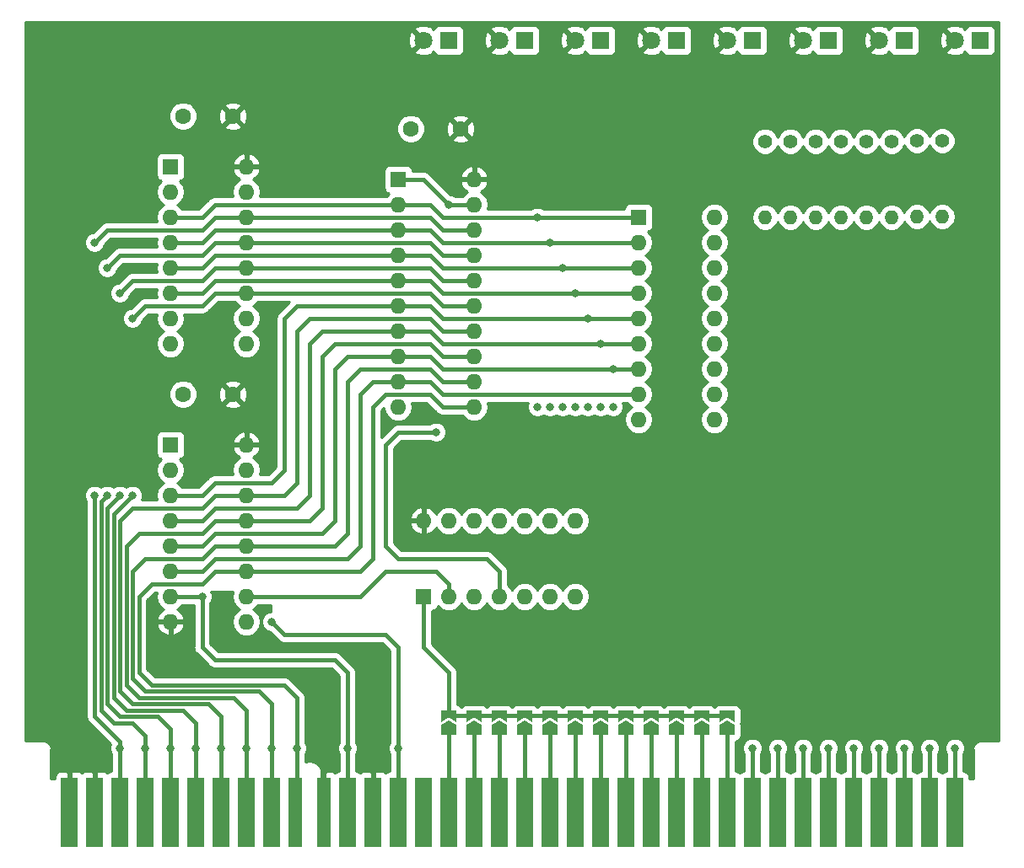
<source format=gtl>
G04 #@! TF.GenerationSoftware,KiCad,Pcbnew,(5.0.1)-3*
G04 #@! TF.CreationDate,2018-12-11T20:57:09+00:00*
G04 #@! TF.ProjectId,Register (8 Bit),52656769737465722028382042697429,rev?*
G04 #@! TF.SameCoordinates,Original*
G04 #@! TF.FileFunction,Copper,L1,Top,Signal*
G04 #@! TF.FilePolarity,Positive*
%FSLAX46Y46*%
G04 Gerber Fmt 4.6, Leading zero omitted, Abs format (unit mm)*
G04 Created by KiCad (PCBNEW (5.0.1)-3) date 11/12/2018 20:57:09*
%MOMM*%
%LPD*%
G01*
G04 APERTURE LIST*
G04 #@! TA.AperFunction,SMDPad,CuDef*
%ADD10R,1.651000X7.000000*%
G04 #@! TD*
G04 #@! TA.AperFunction,SMDPad,CuDef*
%ADD11R,1.338000X7.000000*%
G04 #@! TD*
G04 #@! TA.AperFunction,ComponentPad*
%ADD12C,1.800000*%
G04 #@! TD*
G04 #@! TA.AperFunction,ComponentPad*
%ADD13R,1.800000X1.800000*%
G04 #@! TD*
G04 #@! TA.AperFunction,ComponentPad*
%ADD14O,1.600000X1.600000*%
G04 #@! TD*
G04 #@! TA.AperFunction,ComponentPad*
%ADD15R,1.600000X1.600000*%
G04 #@! TD*
G04 #@! TA.AperFunction,ComponentPad*
%ADD16O,1.400000X1.400000*%
G04 #@! TD*
G04 #@! TA.AperFunction,ComponentPad*
%ADD17C,1.400000*%
G04 #@! TD*
G04 #@! TA.AperFunction,ComponentPad*
%ADD18C,1.600000*%
G04 #@! TD*
G04 #@! TA.AperFunction,SMDPad,CuDef*
%ADD19C,0.300000*%
G04 #@! TD*
G04 #@! TA.AperFunction,Conductor*
%ADD20C,0.100000*%
G04 #@! TD*
G04 #@! TA.AperFunction,ViaPad*
%ADD21C,0.800000*%
G04 #@! TD*
G04 #@! TA.AperFunction,Conductor*
%ADD22C,0.400000*%
G04 #@! TD*
G04 #@! TA.AperFunction,Conductor*
%ADD23C,0.254000*%
G04 #@! TD*
G04 APERTURE END LIST*
D10*
G04 #@! TO.P,J1,1*
G04 #@! TO.N,+5V*
X55880000Y-181720000D03*
G04 #@! TO.P,J1,2*
X58420000Y-181720000D03*
G04 #@! TO.P,J1,3*
G04 #@! TO.N,/DataBus0*
X60960000Y-181720000D03*
G04 #@! TO.P,J1,4*
G04 #@! TO.N,/DataBus1*
X63500000Y-181720000D03*
G04 #@! TO.P,J1,5*
G04 #@! TO.N,/DataBus2*
X66040000Y-181720000D03*
G04 #@! TO.P,J1,6*
G04 #@! TO.N,/DataBus3*
X68580000Y-181720000D03*
G04 #@! TO.P,J1,7*
G04 #@! TO.N,/DataBus4*
X71120000Y-181720000D03*
G04 #@! TO.P,J1,8*
G04 #@! TO.N,/DataBus5*
X73660000Y-181720000D03*
G04 #@! TO.P,J1,9*
G04 #@! TO.N,/DataBus6*
X76200000Y-181720000D03*
D11*
G04 #@! TO.P,J1,10*
G04 #@! TO.N,/DataBus7*
X78585000Y-181720000D03*
G04 #@! TO.P,J1,11*
G04 #@! TO.N,GND*
X81435000Y-181720000D03*
D10*
G04 #@! TO.P,J1,12*
G04 #@! TO.N,Clock*
X83820000Y-181720000D03*
G04 #@! TO.P,J1,13*
G04 #@! TO.N,GND*
X86360000Y-181720000D03*
G04 #@! TO.P,J1,14*
G04 #@! TO.N,Reset*
X88900000Y-181720000D03*
G04 #@! TO.P,J1,15*
G04 #@! TO.N,Net-(J1-Pad15)*
X91440000Y-181720000D03*
G04 #@! TO.P,J1,16*
G04 #@! TO.N,/Control0*
X93980000Y-181720000D03*
G04 #@! TO.P,J1,17*
G04 #@! TO.N,/Control2*
X96520000Y-181720000D03*
G04 #@! TO.P,J1,18*
G04 #@! TO.N,/Control4*
X99060000Y-181720000D03*
G04 #@! TO.P,J1,19*
G04 #@! TO.N,/Control6*
X101600000Y-181720000D03*
G04 #@! TO.P,J1,20*
G04 #@! TO.N,/Control8*
X104140000Y-181720000D03*
G04 #@! TO.P,J1,21*
G04 #@! TO.N,/Control10*
X106680000Y-181720000D03*
G04 #@! TO.P,J1,22*
G04 #@! TO.N,/Control12*
X109220000Y-181720000D03*
G04 #@! TO.P,J1,23*
G04 #@! TO.N,/Control14*
X111760000Y-181720000D03*
G04 #@! TO.P,J1,24*
G04 #@! TO.N,/Control16*
X114300000Y-181720000D03*
G04 #@! TO.P,J1,25*
G04 #@! TO.N,/Control18*
X116840000Y-181720000D03*
G04 #@! TO.P,J1,26*
G04 #@! TO.N,/Control20*
X119380000Y-181720000D03*
G04 #@! TO.P,J1,27*
G04 #@! TO.N,/Control22*
X121920000Y-181720000D03*
G04 #@! TO.P,J1,28*
G04 #@! TO.N,GND*
X124460000Y-181720000D03*
G04 #@! TO.P,J1,29*
G04 #@! TO.N,/Value0*
X127000000Y-181720000D03*
G04 #@! TO.P,J1,30*
G04 #@! TO.N,/Value1*
X129540000Y-181720000D03*
G04 #@! TO.P,J1,31*
G04 #@! TO.N,/Value2*
X132080000Y-181720000D03*
G04 #@! TO.P,J1,32*
G04 #@! TO.N,/Value3*
X134620000Y-181720000D03*
G04 #@! TO.P,J1,33*
G04 #@! TO.N,/Value4*
X137160000Y-181720000D03*
G04 #@! TO.P,J1,34*
G04 #@! TO.N,/Value5*
X139700000Y-181720000D03*
G04 #@! TO.P,J1,35*
G04 #@! TO.N,/Value6*
X142240000Y-181720000D03*
G04 #@! TO.P,J1,36*
G04 #@! TO.N,/Value7*
X144780000Y-181720000D03*
G04 #@! TD*
D12*
G04 #@! TO.P,D3,2*
G04 #@! TO.N,+5V*
X106680000Y-104140000D03*
D13*
G04 #@! TO.P,D3,1*
G04 #@! TO.N,Net-(D3-Pad1)*
X109220000Y-104140000D03*
G04 #@! TD*
D12*
G04 #@! TO.P,D8,2*
G04 #@! TO.N,+5V*
X144780000Y-104140000D03*
D13*
G04 #@! TO.P,D8,1*
G04 #@! TO.N,Net-(D8-Pad1)*
X147320000Y-104140000D03*
G04 #@! TD*
D12*
G04 #@! TO.P,D6,2*
G04 #@! TO.N,+5V*
X129540000Y-104140000D03*
D13*
G04 #@! TO.P,D6,1*
G04 #@! TO.N,Net-(D6-Pad1)*
X132080000Y-104140000D03*
G04 #@! TD*
D12*
G04 #@! TO.P,D4,2*
G04 #@! TO.N,+5V*
X114300000Y-104140000D03*
D13*
G04 #@! TO.P,D4,1*
G04 #@! TO.N,Net-(D4-Pad1)*
X116840000Y-104140000D03*
G04 #@! TD*
D12*
G04 #@! TO.P,D1,2*
G04 #@! TO.N,+5V*
X91440000Y-104140000D03*
D13*
G04 #@! TO.P,D1,1*
G04 #@! TO.N,Net-(D1-Pad1)*
X93980000Y-104140000D03*
G04 #@! TD*
D12*
G04 #@! TO.P,D5,2*
G04 #@! TO.N,+5V*
X121920000Y-104140000D03*
D13*
G04 #@! TO.P,D5,1*
G04 #@! TO.N,Net-(D5-Pad1)*
X124460000Y-104140000D03*
G04 #@! TD*
D12*
G04 #@! TO.P,D7,2*
G04 #@! TO.N,+5V*
X137160000Y-104140000D03*
D13*
G04 #@! TO.P,D7,1*
G04 #@! TO.N,Net-(D7-Pad1)*
X139700000Y-104140000D03*
G04 #@! TD*
D12*
G04 #@! TO.P,D2,2*
G04 #@! TO.N,+5V*
X99060000Y-104140000D03*
D13*
G04 #@! TO.P,D2,1*
G04 #@! TO.N,Net-(D2-Pad1)*
X101600000Y-104140000D03*
G04 #@! TD*
D14*
G04 #@! TO.P,U2,16*
G04 #@! TO.N,+5V*
X73660000Y-116840000D03*
G04 #@! TO.P,U2,8*
G04 #@! TO.N,GND*
X66040000Y-134620000D03*
G04 #@! TO.P,U2,15*
G04 #@! TO.N,Reset*
X73660000Y-119380000D03*
G04 #@! TO.P,U2,7*
G04 #@! TO.N,Clock*
X66040000Y-132080000D03*
G04 #@! TO.P,U2,14*
G04 #@! TO.N,/DataBus0*
X73660000Y-121920000D03*
G04 #@! TO.P,U2,6*
G04 #@! TO.N,/Value3*
X66040000Y-129540000D03*
G04 #@! TO.P,U2,13*
G04 #@! TO.N,/DataBus1*
X73660000Y-124460000D03*
G04 #@! TO.P,U2,5*
G04 #@! TO.N,/Value2*
X66040000Y-127000000D03*
G04 #@! TO.P,U2,12*
G04 #@! TO.N,/DataBus2*
X73660000Y-127000000D03*
G04 #@! TO.P,U2,4*
G04 #@! TO.N,/Value1*
X66040000Y-124460000D03*
G04 #@! TO.P,U2,11*
G04 #@! TO.N,/DataBus3*
X73660000Y-129540000D03*
G04 #@! TO.P,U2,3*
G04 #@! TO.N,/Value0*
X66040000Y-121920000D03*
G04 #@! TO.P,U2,10*
G04 #@! TO.N,Net-(U1-Pad2)*
X73660000Y-132080000D03*
G04 #@! TO.P,U2,2*
G04 #@! TO.N,GND*
X66040000Y-119380000D03*
G04 #@! TO.P,U2,9*
G04 #@! TO.N,Net-(U1-Pad2)*
X73660000Y-134620000D03*
D15*
G04 #@! TO.P,U2,1*
G04 #@! TO.N,GND*
X66040000Y-116840000D03*
G04 #@! TD*
D14*
G04 #@! TO.P,U5,16*
G04 #@! TO.N,+5V*
X73660000Y-144780000D03*
G04 #@! TO.P,U5,8*
G04 #@! TO.N,GND*
X66040000Y-162560000D03*
G04 #@! TO.P,U5,15*
G04 #@! TO.N,Reset*
X73660000Y-147320000D03*
G04 #@! TO.P,U5,7*
G04 #@! TO.N,Clock*
X66040000Y-160020000D03*
G04 #@! TO.P,U5,14*
G04 #@! TO.N,/DataBus4*
X73660000Y-149860000D03*
G04 #@! TO.P,U5,6*
G04 #@! TO.N,/Value7*
X66040000Y-157480000D03*
G04 #@! TO.P,U5,13*
G04 #@! TO.N,/DataBus5*
X73660000Y-152400000D03*
G04 #@! TO.P,U5,5*
G04 #@! TO.N,/Value6*
X66040000Y-154940000D03*
G04 #@! TO.P,U5,12*
G04 #@! TO.N,/DataBus6*
X73660000Y-154940000D03*
G04 #@! TO.P,U5,4*
G04 #@! TO.N,/Value5*
X66040000Y-152400000D03*
G04 #@! TO.P,U5,11*
G04 #@! TO.N,/DataBus7*
X73660000Y-157480000D03*
G04 #@! TO.P,U5,3*
G04 #@! TO.N,/Value4*
X66040000Y-149860000D03*
G04 #@! TO.P,U5,10*
G04 #@! TO.N,Net-(U1-Pad2)*
X73660000Y-160020000D03*
G04 #@! TO.P,U5,2*
G04 #@! TO.N,GND*
X66040000Y-147320000D03*
G04 #@! TO.P,U5,9*
G04 #@! TO.N,Net-(U1-Pad2)*
X73660000Y-162560000D03*
D15*
G04 #@! TO.P,U5,1*
G04 #@! TO.N,GND*
X66040000Y-144780000D03*
G04 #@! TD*
D14*
G04 #@! TO.P,U4,20*
G04 #@! TO.N,+5V*
X96520000Y-118110000D03*
G04 #@! TO.P,U4,10*
G04 #@! TO.N,GND*
X88900000Y-140970000D03*
G04 #@! TO.P,U4,19*
G04 #@! TO.N,Net-(U1-Pad4)*
X96520000Y-120650000D03*
G04 #@! TO.P,U4,9*
G04 #@! TO.N,/Value7*
X88900000Y-138430000D03*
G04 #@! TO.P,U4,18*
G04 #@! TO.N,/DataBus0*
X96520000Y-123190000D03*
G04 #@! TO.P,U4,8*
G04 #@! TO.N,/Value6*
X88900000Y-135890000D03*
G04 #@! TO.P,U4,17*
G04 #@! TO.N,/DataBus1*
X96520000Y-125730000D03*
G04 #@! TO.P,U4,7*
G04 #@! TO.N,/Value5*
X88900000Y-133350000D03*
G04 #@! TO.P,U4,16*
G04 #@! TO.N,/DataBus2*
X96520000Y-128270000D03*
G04 #@! TO.P,U4,6*
G04 #@! TO.N,/Value4*
X88900000Y-130810000D03*
G04 #@! TO.P,U4,15*
G04 #@! TO.N,/DataBus3*
X96520000Y-130810000D03*
G04 #@! TO.P,U4,5*
G04 #@! TO.N,/Value3*
X88900000Y-128270000D03*
G04 #@! TO.P,U4,14*
G04 #@! TO.N,/DataBus4*
X96520000Y-133350000D03*
G04 #@! TO.P,U4,4*
G04 #@! TO.N,/Value2*
X88900000Y-125730000D03*
G04 #@! TO.P,U4,13*
G04 #@! TO.N,/DataBus5*
X96520000Y-135890000D03*
G04 #@! TO.P,U4,3*
G04 #@! TO.N,/Value1*
X88900000Y-123190000D03*
G04 #@! TO.P,U4,12*
G04 #@! TO.N,/DataBus6*
X96520000Y-138430000D03*
G04 #@! TO.P,U4,2*
G04 #@! TO.N,/Value0*
X88900000Y-120650000D03*
G04 #@! TO.P,U4,11*
G04 #@! TO.N,/DataBus7*
X96520000Y-140970000D03*
D15*
G04 #@! TO.P,U4,1*
G04 #@! TO.N,Net-(U1-Pad4)*
X88900000Y-118110000D03*
G04 #@! TD*
D16*
G04 #@! TO.P,R1,2*
G04 #@! TO.N,/LED0*
X125730000Y-121920000D03*
D17*
G04 #@! TO.P,R1,1*
G04 #@! TO.N,Net-(D1-Pad1)*
X125730000Y-114300000D03*
G04 #@! TD*
D16*
G04 #@! TO.P,R2,2*
G04 #@! TO.N,/LED1*
X128270000Y-121920000D03*
D17*
G04 #@! TO.P,R2,1*
G04 #@! TO.N,Net-(D2-Pad1)*
X128270000Y-114300000D03*
G04 #@! TD*
D16*
G04 #@! TO.P,R3,2*
G04 #@! TO.N,/LED2*
X130810000Y-121920000D03*
D17*
G04 #@! TO.P,R3,1*
G04 #@! TO.N,Net-(D3-Pad1)*
X130810000Y-114300000D03*
G04 #@! TD*
D16*
G04 #@! TO.P,R4,2*
G04 #@! TO.N,/LED3*
X133350000Y-121920000D03*
D17*
G04 #@! TO.P,R4,1*
G04 #@! TO.N,Net-(D4-Pad1)*
X133350000Y-114300000D03*
G04 #@! TD*
D16*
G04 #@! TO.P,R5,2*
G04 #@! TO.N,/LED4*
X135890000Y-121920000D03*
D17*
G04 #@! TO.P,R5,1*
G04 #@! TO.N,Net-(D5-Pad1)*
X135890000Y-114300000D03*
G04 #@! TD*
D16*
G04 #@! TO.P,R6,2*
G04 #@! TO.N,/LED5*
X138430000Y-121920000D03*
D17*
G04 #@! TO.P,R6,1*
G04 #@! TO.N,Net-(D6-Pad1)*
X138430000Y-114300000D03*
G04 #@! TD*
D16*
G04 #@! TO.P,R7,2*
G04 #@! TO.N,/LED6*
X140970000Y-121845349D03*
D17*
G04 #@! TO.P,R7,1*
G04 #@! TO.N,Net-(D7-Pad1)*
X140970000Y-114225349D03*
G04 #@! TD*
D16*
G04 #@! TO.P,R8,2*
G04 #@! TO.N,/LED7*
X143510000Y-121845349D03*
D17*
G04 #@! TO.P,R8,1*
G04 #@! TO.N,Net-(D8-Pad1)*
X143510000Y-114225349D03*
G04 #@! TD*
D14*
G04 #@! TO.P,U3,18*
G04 #@! TO.N,/LED0*
X120650000Y-121920000D03*
G04 #@! TO.P,U3,9*
G04 #@! TO.N,GND*
X113030000Y-142240000D03*
G04 #@! TO.P,U3,17*
G04 #@! TO.N,/LED1*
X120650000Y-124460000D03*
G04 #@! TO.P,U3,8*
G04 #@! TO.N,/Value7*
X113030000Y-139700000D03*
G04 #@! TO.P,U3,16*
G04 #@! TO.N,/LED2*
X120650000Y-127000000D03*
G04 #@! TO.P,U3,7*
G04 #@! TO.N,/Value6*
X113030000Y-137160000D03*
G04 #@! TO.P,U3,15*
G04 #@! TO.N,/LED3*
X120650000Y-129540000D03*
G04 #@! TO.P,U3,6*
G04 #@! TO.N,/Value5*
X113030000Y-134620000D03*
G04 #@! TO.P,U3,14*
G04 #@! TO.N,/LED4*
X120650000Y-132080000D03*
G04 #@! TO.P,U3,5*
G04 #@! TO.N,/Value4*
X113030000Y-132080000D03*
G04 #@! TO.P,U3,13*
G04 #@! TO.N,/LED5*
X120650000Y-134620000D03*
G04 #@! TO.P,U3,4*
G04 #@! TO.N,/Value3*
X113030000Y-129540000D03*
G04 #@! TO.P,U3,12*
G04 #@! TO.N,/LED6*
X120650000Y-137160000D03*
G04 #@! TO.P,U3,3*
G04 #@! TO.N,/Value2*
X113030000Y-127000000D03*
G04 #@! TO.P,U3,11*
G04 #@! TO.N,/LED7*
X120650000Y-139700000D03*
G04 #@! TO.P,U3,2*
G04 #@! TO.N,/Value1*
X113030000Y-124460000D03*
G04 #@! TO.P,U3,10*
G04 #@! TO.N,Net-(U3-Pad10)*
X120650000Y-142240000D03*
D15*
G04 #@! TO.P,U3,1*
G04 #@! TO.N,/Value0*
X113030000Y-121920000D03*
G04 #@! TD*
D18*
G04 #@! TO.P,C1,2*
G04 #@! TO.N,GND*
X67310000Y-111760000D03*
G04 #@! TO.P,C1,1*
G04 #@! TO.N,+5V*
X72310000Y-111760000D03*
G04 #@! TD*
G04 #@! TO.P,C2,2*
G04 #@! TO.N,GND*
X67310000Y-139700000D03*
G04 #@! TO.P,C2,1*
G04 #@! TO.N,+5V*
X72310000Y-139700000D03*
G04 #@! TD*
G04 #@! TO.P,C3,2*
G04 #@! TO.N,GND*
X90170000Y-113030000D03*
G04 #@! TO.P,C3,1*
G04 #@! TO.N,+5V*
X95170000Y-113030000D03*
G04 #@! TD*
D14*
G04 #@! TO.P,U1,14*
G04 #@! TO.N,+5V*
X91440000Y-152400000D03*
G04 #@! TO.P,U1,7*
G04 #@! TO.N,GND*
X106680000Y-160020000D03*
G04 #@! TO.P,U1,13*
G04 #@! TO.N,N/C*
X93980000Y-152400000D03*
G04 #@! TO.P,U1,6*
X104140000Y-160020000D03*
G04 #@! TO.P,U1,12*
X96520000Y-152400000D03*
G04 #@! TO.P,U1,5*
X101600000Y-160020000D03*
G04 #@! TO.P,U1,11*
X99060000Y-152400000D03*
G04 #@! TO.P,U1,4*
G04 #@! TO.N,Net-(U1-Pad4)*
X99060000Y-160020000D03*
G04 #@! TO.P,U1,10*
G04 #@! TO.N,N/C*
X101600000Y-152400000D03*
G04 #@! TO.P,U1,3*
G04 #@! TO.N,DataOut*
X96520000Y-160020000D03*
G04 #@! TO.P,U1,9*
G04 #@! TO.N,N/C*
X104140000Y-152400000D03*
G04 #@! TO.P,U1,2*
G04 #@! TO.N,Net-(U1-Pad2)*
X93980000Y-160020000D03*
G04 #@! TO.P,U1,8*
G04 #@! TO.N,N/C*
X106680000Y-152400000D03*
D15*
G04 #@! TO.P,U1,1*
G04 #@! TO.N,DataIn*
X91440000Y-160020000D03*
G04 #@! TD*
D19*
G04 #@! TO.P,JP1,1*
G04 #@! TO.N,/Control0*
X93980000Y-173445000D03*
D20*
G04 #@! TD*
G04 #@! TO.N,/Control0*
G04 #@! TO.C,JP1*
G36*
X93980000Y-172445000D02*
X94730000Y-172945000D01*
X94730000Y-173945000D01*
X93230000Y-173945000D01*
X93230000Y-172945000D01*
X93980000Y-172445000D01*
X93980000Y-172445000D01*
G37*
D19*
G04 #@! TO.P,JP1,2*
G04 #@! TO.N,DataIn*
X93980000Y-171995000D03*
D20*
G04 #@! TD*
G04 #@! TO.N,DataIn*
G04 #@! TO.C,JP1*
G36*
X94730000Y-171495000D02*
X94730000Y-172645000D01*
X93980000Y-172145000D01*
X93230000Y-172645000D01*
X93230000Y-171495000D01*
X94730000Y-171495000D01*
X94730000Y-171495000D01*
G37*
D19*
G04 #@! TO.P,JP3,1*
G04 #@! TO.N,/Control2*
X96520000Y-173445000D03*
D20*
G04 #@! TD*
G04 #@! TO.N,/Control2*
G04 #@! TO.C,JP3*
G36*
X96520000Y-172445000D02*
X97270000Y-172945000D01*
X97270000Y-173945000D01*
X95770000Y-173945000D01*
X95770000Y-172945000D01*
X96520000Y-172445000D01*
X96520000Y-172445000D01*
G37*
D19*
G04 #@! TO.P,JP3,2*
G04 #@! TO.N,DataIn*
X96520000Y-171995000D03*
D20*
G04 #@! TD*
G04 #@! TO.N,DataIn*
G04 #@! TO.C,JP3*
G36*
X97270000Y-171495000D02*
X97270000Y-172645000D01*
X96520000Y-172145000D01*
X95770000Y-172645000D01*
X95770000Y-171495000D01*
X97270000Y-171495000D01*
X97270000Y-171495000D01*
G37*
D19*
G04 #@! TO.P,JP5,1*
G04 #@! TO.N,/Control4*
X99060000Y-173445000D03*
D20*
G04 #@! TD*
G04 #@! TO.N,/Control4*
G04 #@! TO.C,JP5*
G36*
X99060000Y-172445000D02*
X99810000Y-172945000D01*
X99810000Y-173945000D01*
X98310000Y-173945000D01*
X98310000Y-172945000D01*
X99060000Y-172445000D01*
X99060000Y-172445000D01*
G37*
D19*
G04 #@! TO.P,JP5,2*
G04 #@! TO.N,DataIn*
X99060000Y-171995000D03*
D20*
G04 #@! TD*
G04 #@! TO.N,DataIn*
G04 #@! TO.C,JP5*
G36*
X99810000Y-171495000D02*
X99810000Y-172645000D01*
X99060000Y-172145000D01*
X98310000Y-172645000D01*
X98310000Y-171495000D01*
X99810000Y-171495000D01*
X99810000Y-171495000D01*
G37*
D19*
G04 #@! TO.P,JP7,1*
G04 #@! TO.N,/Control6*
X101600000Y-173445000D03*
D20*
G04 #@! TD*
G04 #@! TO.N,/Control6*
G04 #@! TO.C,JP7*
G36*
X101600000Y-172445000D02*
X102350000Y-172945000D01*
X102350000Y-173945000D01*
X100850000Y-173945000D01*
X100850000Y-172945000D01*
X101600000Y-172445000D01*
X101600000Y-172445000D01*
G37*
D19*
G04 #@! TO.P,JP7,2*
G04 #@! TO.N,DataIn*
X101600000Y-171995000D03*
D20*
G04 #@! TD*
G04 #@! TO.N,DataIn*
G04 #@! TO.C,JP7*
G36*
X102350000Y-171495000D02*
X102350000Y-172645000D01*
X101600000Y-172145000D01*
X100850000Y-172645000D01*
X100850000Y-171495000D01*
X102350000Y-171495000D01*
X102350000Y-171495000D01*
G37*
D19*
G04 #@! TO.P,JP9,1*
G04 #@! TO.N,/Control8*
X104140000Y-173445000D03*
D20*
G04 #@! TD*
G04 #@! TO.N,/Control8*
G04 #@! TO.C,JP9*
G36*
X104140000Y-172445000D02*
X104890000Y-172945000D01*
X104890000Y-173945000D01*
X103390000Y-173945000D01*
X103390000Y-172945000D01*
X104140000Y-172445000D01*
X104140000Y-172445000D01*
G37*
D19*
G04 #@! TO.P,JP9,2*
G04 #@! TO.N,DataIn*
X104140000Y-171995000D03*
D20*
G04 #@! TD*
G04 #@! TO.N,DataIn*
G04 #@! TO.C,JP9*
G36*
X104890000Y-171495000D02*
X104890000Y-172645000D01*
X104140000Y-172145000D01*
X103390000Y-172645000D01*
X103390000Y-171495000D01*
X104890000Y-171495000D01*
X104890000Y-171495000D01*
G37*
D19*
G04 #@! TO.P,JP11,1*
G04 #@! TO.N,/Control10*
X106680000Y-173445000D03*
D20*
G04 #@! TD*
G04 #@! TO.N,/Control10*
G04 #@! TO.C,JP11*
G36*
X106680000Y-172445000D02*
X107430000Y-172945000D01*
X107430000Y-173945000D01*
X105930000Y-173945000D01*
X105930000Y-172945000D01*
X106680000Y-172445000D01*
X106680000Y-172445000D01*
G37*
D19*
G04 #@! TO.P,JP11,2*
G04 #@! TO.N,DataIn*
X106680000Y-171995000D03*
D20*
G04 #@! TD*
G04 #@! TO.N,DataIn*
G04 #@! TO.C,JP11*
G36*
X107430000Y-171495000D02*
X107430000Y-172645000D01*
X106680000Y-172145000D01*
X105930000Y-172645000D01*
X105930000Y-171495000D01*
X107430000Y-171495000D01*
X107430000Y-171495000D01*
G37*
D19*
G04 #@! TO.P,JP13,1*
G04 #@! TO.N,/Control12*
X109220000Y-173445000D03*
D20*
G04 #@! TD*
G04 #@! TO.N,/Control12*
G04 #@! TO.C,JP13*
G36*
X109220000Y-172445000D02*
X109970000Y-172945000D01*
X109970000Y-173945000D01*
X108470000Y-173945000D01*
X108470000Y-172945000D01*
X109220000Y-172445000D01*
X109220000Y-172445000D01*
G37*
D19*
G04 #@! TO.P,JP13,2*
G04 #@! TO.N,DataIn*
X109220000Y-171995000D03*
D20*
G04 #@! TD*
G04 #@! TO.N,DataIn*
G04 #@! TO.C,JP13*
G36*
X109970000Y-171495000D02*
X109970000Y-172645000D01*
X109220000Y-172145000D01*
X108470000Y-172645000D01*
X108470000Y-171495000D01*
X109970000Y-171495000D01*
X109970000Y-171495000D01*
G37*
D19*
G04 #@! TO.P,JP15,1*
G04 #@! TO.N,/Control14*
X111760000Y-173445000D03*
D20*
G04 #@! TD*
G04 #@! TO.N,/Control14*
G04 #@! TO.C,JP15*
G36*
X111760000Y-172445000D02*
X112510000Y-172945000D01*
X112510000Y-173945000D01*
X111010000Y-173945000D01*
X111010000Y-172945000D01*
X111760000Y-172445000D01*
X111760000Y-172445000D01*
G37*
D19*
G04 #@! TO.P,JP15,2*
G04 #@! TO.N,DataIn*
X111760000Y-171995000D03*
D20*
G04 #@! TD*
G04 #@! TO.N,DataIn*
G04 #@! TO.C,JP15*
G36*
X112510000Y-171495000D02*
X112510000Y-172645000D01*
X111760000Y-172145000D01*
X111010000Y-172645000D01*
X111010000Y-171495000D01*
X112510000Y-171495000D01*
X112510000Y-171495000D01*
G37*
D19*
G04 #@! TO.P,JP17,1*
G04 #@! TO.N,/Control16*
X114300000Y-173445000D03*
D20*
G04 #@! TD*
G04 #@! TO.N,/Control16*
G04 #@! TO.C,JP17*
G36*
X114300000Y-172445000D02*
X115050000Y-172945000D01*
X115050000Y-173945000D01*
X113550000Y-173945000D01*
X113550000Y-172945000D01*
X114300000Y-172445000D01*
X114300000Y-172445000D01*
G37*
D19*
G04 #@! TO.P,JP17,2*
G04 #@! TO.N,DataIn*
X114300000Y-171995000D03*
D20*
G04 #@! TD*
G04 #@! TO.N,DataIn*
G04 #@! TO.C,JP17*
G36*
X115050000Y-171495000D02*
X115050000Y-172645000D01*
X114300000Y-172145000D01*
X113550000Y-172645000D01*
X113550000Y-171495000D01*
X115050000Y-171495000D01*
X115050000Y-171495000D01*
G37*
D19*
G04 #@! TO.P,JP19,1*
G04 #@! TO.N,/Control18*
X116840000Y-173445000D03*
D20*
G04 #@! TD*
G04 #@! TO.N,/Control18*
G04 #@! TO.C,JP19*
G36*
X116840000Y-172445000D02*
X117590000Y-172945000D01*
X117590000Y-173945000D01*
X116090000Y-173945000D01*
X116090000Y-172945000D01*
X116840000Y-172445000D01*
X116840000Y-172445000D01*
G37*
D19*
G04 #@! TO.P,JP19,2*
G04 #@! TO.N,DataIn*
X116840000Y-171995000D03*
D20*
G04 #@! TD*
G04 #@! TO.N,DataIn*
G04 #@! TO.C,JP19*
G36*
X117590000Y-171495000D02*
X117590000Y-172645000D01*
X116840000Y-172145000D01*
X116090000Y-172645000D01*
X116090000Y-171495000D01*
X117590000Y-171495000D01*
X117590000Y-171495000D01*
G37*
D19*
G04 #@! TO.P,JP21,1*
G04 #@! TO.N,/Control20*
X119380000Y-173445000D03*
D20*
G04 #@! TD*
G04 #@! TO.N,/Control20*
G04 #@! TO.C,JP21*
G36*
X119380000Y-172445000D02*
X120130000Y-172945000D01*
X120130000Y-173945000D01*
X118630000Y-173945000D01*
X118630000Y-172945000D01*
X119380000Y-172445000D01*
X119380000Y-172445000D01*
G37*
D19*
G04 #@! TO.P,JP21,2*
G04 #@! TO.N,DataIn*
X119380000Y-171995000D03*
D20*
G04 #@! TD*
G04 #@! TO.N,DataIn*
G04 #@! TO.C,JP21*
G36*
X120130000Y-171495000D02*
X120130000Y-172645000D01*
X119380000Y-172145000D01*
X118630000Y-172645000D01*
X118630000Y-171495000D01*
X120130000Y-171495000D01*
X120130000Y-171495000D01*
G37*
D19*
G04 #@! TO.P,JP23,1*
G04 #@! TO.N,/Control22*
X121920000Y-173445000D03*
D20*
G04 #@! TD*
G04 #@! TO.N,/Control22*
G04 #@! TO.C,JP23*
G36*
X121920000Y-172445000D02*
X122670000Y-172945000D01*
X122670000Y-173945000D01*
X121170000Y-173945000D01*
X121170000Y-172945000D01*
X121920000Y-172445000D01*
X121920000Y-172445000D01*
G37*
D19*
G04 #@! TO.P,JP23,2*
G04 #@! TO.N,DataIn*
X121920000Y-171995000D03*
D20*
G04 #@! TD*
G04 #@! TO.N,DataIn*
G04 #@! TO.C,JP23*
G36*
X122670000Y-171495000D02*
X122670000Y-172645000D01*
X121920000Y-172145000D01*
X121170000Y-172645000D01*
X121170000Y-171495000D01*
X122670000Y-171495000D01*
X122670000Y-171495000D01*
G37*
D21*
G04 #@! TO.N,+5V*
X58420000Y-175260000D03*
X55880000Y-175260000D03*
G04 #@! TO.N,/DataBus0*
X60960000Y-175260000D03*
X58420000Y-149860000D03*
X58420000Y-124460000D03*
G04 #@! TO.N,/DataBus1*
X63500000Y-175260000D03*
X59690000Y-149860000D03*
X59690000Y-127000000D03*
G04 #@! TO.N,/DataBus2*
X66040000Y-175260000D03*
X60960000Y-149860000D03*
X60960000Y-129540000D03*
G04 #@! TO.N,/DataBus3*
X68580000Y-175260000D03*
X62230000Y-149860000D03*
X62230000Y-132080000D03*
G04 #@! TO.N,/DataBus4*
X71120000Y-175260000D03*
G04 #@! TO.N,/DataBus5*
X73660000Y-175260000D03*
G04 #@! TO.N,/DataBus6*
X76200000Y-175260000D03*
G04 #@! TO.N,/DataBus7*
X78740000Y-175260000D03*
G04 #@! TO.N,GND*
X81280000Y-175260000D03*
X86360000Y-175260000D03*
X124460000Y-175260000D03*
G04 #@! TO.N,Clock*
X83820000Y-175260000D03*
X69215000Y-160020000D03*
G04 #@! TO.N,Reset*
X88900000Y-175260000D03*
X76200000Y-162560000D03*
G04 #@! TO.N,/Value0*
X127000000Y-175260000D03*
X102870000Y-140970000D03*
X102870000Y-121920000D03*
G04 #@! TO.N,/Value4*
X137160000Y-175260000D03*
X107950000Y-132080000D03*
X107950000Y-140970000D03*
G04 #@! TO.N,/Value1*
X129540000Y-175260000D03*
X104140000Y-124460000D03*
X104140000Y-140970000D03*
G04 #@! TO.N,/Value5*
X139700000Y-175260000D03*
X109220000Y-134620000D03*
X109220000Y-140970000D03*
G04 #@! TO.N,/Value2*
X132080000Y-175260000D03*
X105410000Y-127000000D03*
X105410000Y-140970000D03*
G04 #@! TO.N,/Value6*
X142240000Y-175260000D03*
X110490000Y-137160000D03*
X110490000Y-140970000D03*
G04 #@! TO.N,/Value3*
X134620000Y-175260000D03*
X106680000Y-129540000D03*
X106680000Y-140970000D03*
G04 #@! TO.N,/Value7*
X144780000Y-175260000D03*
G04 #@! TO.N,Net-(U1-Pad4)*
X93980000Y-120650000D03*
X92710000Y-143510000D03*
G04 #@! TD*
D22*
G04 #@! TO.N,/DataBus0*
X60960000Y-180560000D02*
X60960000Y-175260000D01*
X93345000Y-123190000D02*
X96520000Y-123190000D01*
X92075000Y-121920000D02*
X93345000Y-123190000D01*
X73660000Y-121920000D02*
X92075000Y-121920000D01*
X73660000Y-121920000D02*
X70485000Y-121920000D01*
X70485000Y-121920000D02*
X69215000Y-123190000D01*
X59690000Y-123190000D02*
X58420000Y-124460000D01*
X69215000Y-123190000D02*
X59690000Y-123190000D01*
X58420000Y-149860000D02*
X58420000Y-149860000D01*
X58420000Y-124460000D02*
X58420000Y-124460000D01*
X60960000Y-174625000D02*
X60960000Y-175260000D01*
X58420000Y-149860000D02*
X58420000Y-172085000D01*
X58420000Y-172085000D02*
X60960000Y-174625000D01*
G04 #@! TO.N,/DataBus1*
X63500000Y-180560000D02*
X63500000Y-175260000D01*
X93345000Y-125730000D02*
X96520000Y-125730000D01*
X92075000Y-124460000D02*
X93345000Y-125730000D01*
X73660000Y-124460000D02*
X92075000Y-124460000D01*
X59690000Y-149860000D02*
X59690000Y-149860000D01*
X72528630Y-124460000D02*
X73660000Y-124460000D01*
X70485000Y-124460000D02*
X72528630Y-124460000D01*
X69215000Y-125730000D02*
X70485000Y-124460000D01*
X59690000Y-127000000D02*
X59690000Y-127000000D01*
X60960000Y-125730000D02*
X69215000Y-125730000D01*
X59690000Y-127000000D02*
X60960000Y-125730000D01*
X62230000Y-172720000D02*
X63500000Y-173990000D01*
X60325000Y-172720000D02*
X62230000Y-172720000D01*
X59055000Y-171450000D02*
X60325000Y-172720000D01*
X59690000Y-149860000D02*
X59055000Y-150495000D01*
X59055000Y-150495000D02*
X59055000Y-171450000D01*
X63500000Y-175260000D02*
X63500000Y-173990000D01*
G04 #@! TO.N,/DataBus2*
X66040000Y-180560000D02*
X66040000Y-175260000D01*
X93345000Y-128270000D02*
X92075000Y-127000000D01*
X96520000Y-128270000D02*
X93345000Y-128270000D01*
X73660000Y-127000000D02*
X92075000Y-127000000D01*
X60960000Y-149860000D02*
X60960000Y-149860000D01*
X62230000Y-128270000D02*
X60960000Y-129540000D01*
X69215000Y-128270000D02*
X62230000Y-128270000D01*
X73660000Y-127000000D02*
X70485000Y-127000000D01*
X70485000Y-127000000D02*
X69215000Y-128270000D01*
X60960000Y-129540000D02*
X60960000Y-129540000D01*
X59690000Y-151130000D02*
X60960000Y-149860000D01*
X59690000Y-170815000D02*
X59690000Y-151130000D01*
X60960000Y-172085000D02*
X59690000Y-170815000D01*
X66040000Y-173355000D02*
X64770000Y-172085000D01*
X64770000Y-172085000D02*
X60960000Y-172085000D01*
X66040000Y-173355000D02*
X66040000Y-175260000D01*
G04 #@! TO.N,/DataBus3*
X68580000Y-180560000D02*
X68580000Y-175260000D01*
X93345000Y-130810000D02*
X96520000Y-130810000D01*
X92075000Y-129540000D02*
X93345000Y-130810000D01*
X73660000Y-129540000D02*
X92075000Y-129540000D01*
X68580000Y-172720000D02*
X67310000Y-171450000D01*
X61595000Y-171450000D02*
X60325000Y-170180000D01*
X67310000Y-171450000D02*
X61595000Y-171450000D01*
X60325000Y-151765000D02*
X62230000Y-149860000D01*
X62230000Y-149860000D02*
X62230000Y-149860000D01*
X72528630Y-129540000D02*
X73660000Y-129540000D01*
X70485000Y-129540000D02*
X72528630Y-129540000D01*
X69215000Y-130810000D02*
X70485000Y-129540000D01*
X62230000Y-132080000D02*
X62230000Y-132080000D01*
X63500000Y-130810000D02*
X69215000Y-130810000D01*
X62230000Y-132080000D02*
X63500000Y-130810000D01*
X60325000Y-151765000D02*
X60325000Y-170180000D01*
X68580000Y-175260000D02*
X68580000Y-172720000D01*
G04 #@! TO.N,/DataBus4*
X71120000Y-180560000D02*
X71120000Y-175260000D01*
X93345000Y-133350000D02*
X96520000Y-133350000D01*
X92075000Y-132080000D02*
X93345000Y-133350000D01*
X80010000Y-132080000D02*
X92075000Y-132080000D01*
X78740000Y-133350000D02*
X80010000Y-132080000D01*
X78740000Y-148590000D02*
X78740000Y-133350000D01*
X77470000Y-149860000D02*
X78740000Y-148590000D01*
X73660000Y-149860000D02*
X77470000Y-149860000D01*
X62230000Y-170815000D02*
X69850000Y-170815000D01*
X71120000Y-172085000D02*
X71120000Y-175260000D01*
X70485000Y-149860000D02*
X69215000Y-151130000D01*
X73660000Y-149860000D02*
X70485000Y-149860000D01*
X69215000Y-151130000D02*
X62230000Y-151130000D01*
X62230000Y-151130000D02*
X60960000Y-152400000D01*
X69850000Y-170815000D02*
X71120000Y-172085000D01*
X60960000Y-152400000D02*
X60960000Y-169545000D01*
X60960000Y-169545000D02*
X62230000Y-170815000D01*
G04 #@! TO.N,/DataBus5*
X73660000Y-180560000D02*
X73660000Y-175260000D01*
X93345000Y-135890000D02*
X96520000Y-135890000D01*
X81280000Y-135890000D02*
X82550000Y-134620000D01*
X82550000Y-134620000D02*
X92075000Y-134620000D01*
X81280000Y-151130000D02*
X81280000Y-135890000D01*
X80010000Y-152400000D02*
X81280000Y-151130000D01*
X73660000Y-152400000D02*
X80010000Y-152400000D01*
X92075000Y-134620000D02*
X93345000Y-135890000D01*
X72390000Y-170180000D02*
X73660000Y-171450000D01*
X62865000Y-170180000D02*
X72390000Y-170180000D01*
X70485000Y-152400000D02*
X69215000Y-153670000D01*
X73660000Y-152400000D02*
X70485000Y-152400000D01*
X69215000Y-153670000D02*
X62865000Y-153670000D01*
X62865000Y-153670000D02*
X61595000Y-154940000D01*
X61595000Y-154940000D02*
X61595000Y-168910000D01*
X61595000Y-168910000D02*
X62865000Y-170180000D01*
X73660000Y-175260000D02*
X73660000Y-171450000D01*
G04 #@! TO.N,/DataBus6*
X76200000Y-180560000D02*
X76200000Y-175260000D01*
X93345000Y-138430000D02*
X96520000Y-138430000D01*
X92075000Y-137160000D02*
X93345000Y-138430000D01*
X85090000Y-137160000D02*
X92075000Y-137160000D01*
X83820000Y-138430000D02*
X85090000Y-137160000D01*
X73660000Y-154940000D02*
X82550000Y-154940000D01*
X83820000Y-153670000D02*
X83820000Y-138430000D01*
X82550000Y-154940000D02*
X83820000Y-153670000D01*
X76200000Y-170815000D02*
X76200000Y-175260000D01*
X63500000Y-169545000D02*
X74930000Y-169545000D01*
X70485000Y-154940000D02*
X69215000Y-156210000D01*
X73660000Y-154940000D02*
X70485000Y-154940000D01*
X69215000Y-156210000D02*
X63500000Y-156210000D01*
X63500000Y-156210000D02*
X62230000Y-157480000D01*
X74930000Y-169545000D02*
X76200000Y-170815000D01*
X62230000Y-157480000D02*
X62230000Y-168275000D01*
X62230000Y-168275000D02*
X63500000Y-169545000D01*
G04 #@! TO.N,/DataBus7*
X78740000Y-180560000D02*
X78740000Y-177885500D01*
X78740000Y-177885500D02*
X78740000Y-175260000D01*
X85090000Y-157480000D02*
X86360000Y-156210000D01*
X92075000Y-139700000D02*
X93345000Y-140970000D01*
X87630000Y-139700000D02*
X92075000Y-139700000D01*
X93345000Y-140970000D02*
X96520000Y-140970000D01*
X86360000Y-140970000D02*
X87630000Y-139700000D01*
X86360000Y-156210000D02*
X86360000Y-140970000D01*
X73660000Y-157480000D02*
X85090000Y-157480000D01*
X70485000Y-157480000D02*
X69215000Y-158750000D01*
X73660000Y-157480000D02*
X70485000Y-157480000D01*
X77470000Y-168910000D02*
X78740000Y-170180000D01*
X64135000Y-168910000D02*
X77470000Y-168910000D01*
X62865000Y-167640000D02*
X64135000Y-168910000D01*
X69215000Y-158750000D02*
X64135000Y-158750000D01*
X64135000Y-158750000D02*
X62865000Y-160020000D01*
X62865000Y-160020000D02*
X62865000Y-167640000D01*
X78740000Y-175260000D02*
X78740000Y-170180000D01*
G04 #@! TO.N,GND*
X81280000Y-180560000D02*
X81280000Y-175260000D01*
X86360000Y-180560000D02*
X86360000Y-175260000D01*
X124460000Y-181720000D02*
X124460000Y-175260000D01*
G04 #@! TO.N,Clock*
X83820000Y-175260000D02*
X83820000Y-180560000D01*
X69215000Y-160020000D02*
X66040000Y-160020000D01*
X69215000Y-165100000D02*
X69215000Y-160020000D01*
X70485000Y-166370000D02*
X69215000Y-165100000D01*
X82550000Y-166370000D02*
X70485000Y-166370000D01*
X83820000Y-175260000D02*
X83820000Y-167640000D01*
X83820000Y-167640000D02*
X82550000Y-166370000D01*
G04 #@! TO.N,DataIn*
X93980000Y-171995000D02*
X121920000Y-171995000D01*
X93980000Y-171995000D02*
X93980000Y-167640000D01*
X93980000Y-167640000D02*
X91440000Y-165100000D01*
X91440000Y-165100000D02*
X91440000Y-160020000D01*
G04 #@! TO.N,Reset*
X88900000Y-175260000D02*
X88900000Y-180560000D01*
X88900000Y-175260000D02*
X88900000Y-165100000D01*
X88900000Y-165100000D02*
X87630000Y-163830000D01*
X87630000Y-163830000D02*
X77470000Y-163830000D01*
X77470000Y-163830000D02*
X76200000Y-162560000D01*
G04 #@! TO.N,/Value0*
X66040000Y-121920000D02*
X69215000Y-121920000D01*
X69215000Y-121920000D02*
X70485000Y-120650000D01*
X88900000Y-120650000D02*
X92075000Y-120650000D01*
X92075000Y-120650000D02*
X93345000Y-121920000D01*
X93345000Y-121920000D02*
X100330000Y-121920000D01*
X100330000Y-121920000D02*
X102870000Y-121920000D01*
X127000000Y-181720000D02*
X127000000Y-175260000D01*
X88900000Y-120650000D02*
X70485000Y-120650000D01*
X102870000Y-121920000D02*
X113030000Y-121920000D01*
G04 #@! TO.N,/Value4*
X70485000Y-148590000D02*
X69215000Y-149860000D01*
X69215000Y-149860000D02*
X66040000Y-149860000D01*
X70485000Y-148590000D02*
X76200000Y-148590000D01*
X76200000Y-148590000D02*
X77470000Y-147320000D01*
X77470000Y-147320000D02*
X77470000Y-132080000D01*
X77470000Y-132080000D02*
X78740000Y-130810000D01*
X78740000Y-130810000D02*
X88900000Y-130810000D01*
X88900000Y-130810000D02*
X92075000Y-130810000D01*
X92075000Y-130810000D02*
X93345000Y-132080000D01*
X93345000Y-132080000D02*
X105410000Y-132080000D01*
X105410000Y-132080000D02*
X107950000Y-132080000D01*
X137160000Y-181720000D02*
X137160000Y-175260000D01*
X107950000Y-132080000D02*
X113030000Y-132080000D01*
G04 #@! TO.N,/Value1*
X66040000Y-124460000D02*
X69215000Y-124460000D01*
X69215000Y-124460000D02*
X70485000Y-123190000D01*
X88900000Y-123190000D02*
X92075000Y-123190000D01*
X92075000Y-123190000D02*
X93345000Y-124460000D01*
X93345000Y-124460000D02*
X101600000Y-124460000D01*
X101600000Y-124460000D02*
X104140000Y-124460000D01*
X129540000Y-175260000D02*
X129540000Y-181720000D01*
X88900000Y-123190000D02*
X70485000Y-123190000D01*
X104140000Y-124460000D02*
X113030000Y-124460000D01*
G04 #@! TO.N,/Value5*
X70485000Y-151130000D02*
X69215000Y-152400000D01*
X80010000Y-149860000D02*
X78740000Y-151130000D01*
X78740000Y-151130000D02*
X70485000Y-151130000D01*
X80010000Y-134620000D02*
X80010000Y-149860000D01*
X81280000Y-133350000D02*
X80010000Y-134620000D01*
X88900000Y-133350000D02*
X81280000Y-133350000D01*
X69215000Y-152400000D02*
X66040000Y-152400000D01*
X92075000Y-133350000D02*
X88900000Y-133350000D01*
X93345000Y-134620000D02*
X92075000Y-133350000D01*
X106680000Y-134620000D02*
X93345000Y-134620000D01*
X106680000Y-134620000D02*
X109220000Y-134620000D01*
X139700000Y-175260000D02*
X139700000Y-181720000D01*
X109220000Y-134620000D02*
X113030000Y-134620000D01*
G04 #@! TO.N,/Value2*
X66040000Y-127000000D02*
X69215000Y-127000000D01*
X69215000Y-127000000D02*
X70485000Y-125730000D01*
X88900000Y-125730000D02*
X92075000Y-125730000D01*
X92075000Y-125730000D02*
X93345000Y-127000000D01*
X93345000Y-127000000D02*
X102870000Y-127000000D01*
X102870000Y-127000000D02*
X105410000Y-127000000D01*
X132080000Y-181720000D02*
X132080000Y-175260000D01*
X88900000Y-125730000D02*
X70485000Y-125730000D01*
X105410000Y-127000000D02*
X113030000Y-127000000D01*
G04 #@! TO.N,/Value6*
X70485000Y-153670000D02*
X69215000Y-154940000D01*
X82550000Y-152400000D02*
X81280000Y-153670000D01*
X81280000Y-153670000D02*
X70485000Y-153670000D01*
X82550000Y-137160000D02*
X82550000Y-152400000D01*
X83820000Y-135890000D02*
X82550000Y-137160000D01*
X88900000Y-135890000D02*
X83820000Y-135890000D01*
X69215000Y-154940000D02*
X66040000Y-154940000D01*
X92075000Y-135890000D02*
X88900000Y-135890000D01*
X93345000Y-137160000D02*
X92075000Y-135890000D01*
X107950000Y-137160000D02*
X93345000Y-137160000D01*
X107950000Y-137160000D02*
X110490000Y-137160000D01*
X142240000Y-181720000D02*
X142240000Y-175260000D01*
X110490000Y-137160000D02*
X113030000Y-137160000D01*
G04 #@! TO.N,/Value3*
X88900000Y-128270000D02*
X92075000Y-128270000D01*
X92075000Y-128270000D02*
X93345000Y-129540000D01*
X93345000Y-129540000D02*
X104140000Y-129540000D01*
X66040000Y-129540000D02*
X69215000Y-129540000D01*
X69215000Y-129540000D02*
X70485000Y-128270000D01*
X104140000Y-129540000D02*
X106680000Y-129540000D01*
X134620000Y-181720000D02*
X134620000Y-175260000D01*
X88900000Y-128270000D02*
X70485000Y-128270000D01*
X106680000Y-129540000D02*
X113030000Y-129540000D01*
G04 #@! TO.N,/Value7*
X92075000Y-138430000D02*
X88900000Y-138430000D01*
X93345000Y-139700000D02*
X92075000Y-138430000D01*
X109855000Y-139700000D02*
X113030000Y-139700000D01*
X109220000Y-139700000D02*
X109855000Y-139700000D01*
X109220000Y-139700000D02*
X108585000Y-139700000D01*
X108585000Y-139700000D02*
X93345000Y-139700000D01*
X144780000Y-175260000D02*
X144780000Y-181720000D01*
X69215000Y-157480000D02*
X66040000Y-157480000D01*
X85090000Y-154940000D02*
X83820000Y-156210000D01*
X83820000Y-156210000D02*
X70485000Y-156210000D01*
X85090000Y-139700000D02*
X85090000Y-154940000D01*
X86360000Y-138430000D02*
X85090000Y-139700000D01*
X88900000Y-138430000D02*
X86360000Y-138430000D01*
X70485000Y-156210000D02*
X69215000Y-157480000D01*
G04 #@! TO.N,Net-(U1-Pad2)*
X87630000Y-157480000D02*
X85090000Y-160020000D01*
X93980000Y-158750000D02*
X92710000Y-157480000D01*
X92710000Y-157480000D02*
X87630000Y-157480000D01*
X93980000Y-158750000D02*
X93980000Y-160020000D01*
X85090000Y-160020000D02*
X73660000Y-160020000D01*
G04 #@! TO.N,Net-(U1-Pad4)*
X88900000Y-118110000D02*
X91440000Y-118110000D01*
X91440000Y-118110000D02*
X93980000Y-120650000D01*
X93980000Y-120650000D02*
X96520000Y-120650000D01*
X88900000Y-156210000D02*
X87630000Y-154940000D01*
X99060000Y-157480000D02*
X97790000Y-156210000D01*
X87630000Y-154940000D02*
X87630000Y-144780000D01*
X87630000Y-144780000D02*
X88900000Y-143510000D01*
X97790000Y-156210000D02*
X88900000Y-156210000D01*
X99060000Y-157480000D02*
X99060000Y-160020000D01*
X88900000Y-143510000D02*
X92710000Y-143510000D01*
G04 #@! TO.N,/Control22*
X121920000Y-173445000D02*
X121920000Y-181720000D01*
G04 #@! TO.N,/Control20*
X119380000Y-181720000D02*
X119380000Y-173445000D01*
G04 #@! TO.N,/Control18*
X116840000Y-173445000D02*
X116840000Y-181720000D01*
G04 #@! TO.N,/Control16*
X114300000Y-181720000D02*
X114300000Y-173445000D01*
G04 #@! TO.N,/Control14*
X111760000Y-173445000D02*
X111760000Y-181720000D01*
G04 #@! TO.N,/Control12*
X109220000Y-181720000D02*
X109220000Y-173445000D01*
G04 #@! TO.N,/Control10*
X106680000Y-173445000D02*
X106680000Y-181720000D01*
G04 #@! TO.N,/Control8*
X104140000Y-181720000D02*
X104140000Y-173445000D01*
G04 #@! TO.N,/Control6*
X101600000Y-173445000D02*
X101600000Y-181720000D01*
G04 #@! TO.N,/Control4*
X99060000Y-181720000D02*
X99060000Y-173445000D01*
G04 #@! TO.N,/Control2*
X96520000Y-173445000D02*
X96520000Y-181720000D01*
G04 #@! TO.N,/Control0*
X93980000Y-173445000D02*
X93980000Y-181720000D01*
G04 #@! TD*
D23*
G04 #@! TO.N,+5V*
G36*
X149150000Y-174550000D02*
X147389926Y-174550000D01*
X147320000Y-174536091D01*
X147250075Y-174550000D01*
X147250074Y-174550000D01*
X147042972Y-174591195D01*
X146808119Y-174748119D01*
X146651195Y-174982972D01*
X146596091Y-175260000D01*
X146610001Y-175329931D01*
X146610001Y-178308000D01*
X146252940Y-178308000D01*
X146252940Y-178220000D01*
X146203657Y-177972235D01*
X146063309Y-177762191D01*
X145853265Y-177621843D01*
X145615000Y-177574450D01*
X145615000Y-175888711D01*
X145657431Y-175846280D01*
X145815000Y-175465874D01*
X145815000Y-175054126D01*
X145657431Y-174673720D01*
X145366280Y-174382569D01*
X144985874Y-174225000D01*
X144574126Y-174225000D01*
X144193720Y-174382569D01*
X143902569Y-174673720D01*
X143745000Y-175054126D01*
X143745000Y-175465874D01*
X143902569Y-175846280D01*
X143945000Y-175888711D01*
X143945000Y-177574450D01*
X143706735Y-177621843D01*
X143510000Y-177753298D01*
X143313265Y-177621843D01*
X143075000Y-177574450D01*
X143075000Y-175888711D01*
X143117431Y-175846280D01*
X143275000Y-175465874D01*
X143275000Y-175054126D01*
X143117431Y-174673720D01*
X142826280Y-174382569D01*
X142445874Y-174225000D01*
X142034126Y-174225000D01*
X141653720Y-174382569D01*
X141362569Y-174673720D01*
X141205000Y-175054126D01*
X141205000Y-175465874D01*
X141362569Y-175846280D01*
X141405001Y-175888712D01*
X141405001Y-177574450D01*
X141166735Y-177621843D01*
X140970000Y-177753298D01*
X140773265Y-177621843D01*
X140535000Y-177574450D01*
X140535000Y-175888711D01*
X140577431Y-175846280D01*
X140735000Y-175465874D01*
X140735000Y-175054126D01*
X140577431Y-174673720D01*
X140286280Y-174382569D01*
X139905874Y-174225000D01*
X139494126Y-174225000D01*
X139113720Y-174382569D01*
X138822569Y-174673720D01*
X138665000Y-175054126D01*
X138665000Y-175465874D01*
X138822569Y-175846280D01*
X138865000Y-175888711D01*
X138865000Y-177574450D01*
X138626735Y-177621843D01*
X138430000Y-177753298D01*
X138233265Y-177621843D01*
X137995000Y-177574450D01*
X137995000Y-175888711D01*
X138037431Y-175846280D01*
X138195000Y-175465874D01*
X138195000Y-175054126D01*
X138037431Y-174673720D01*
X137746280Y-174382569D01*
X137365874Y-174225000D01*
X136954126Y-174225000D01*
X136573720Y-174382569D01*
X136282569Y-174673720D01*
X136125000Y-175054126D01*
X136125000Y-175465874D01*
X136282569Y-175846280D01*
X136325001Y-175888712D01*
X136325001Y-177574450D01*
X136086735Y-177621843D01*
X135890000Y-177753298D01*
X135693265Y-177621843D01*
X135455000Y-177574450D01*
X135455000Y-175888711D01*
X135497431Y-175846280D01*
X135655000Y-175465874D01*
X135655000Y-175054126D01*
X135497431Y-174673720D01*
X135206280Y-174382569D01*
X134825874Y-174225000D01*
X134414126Y-174225000D01*
X134033720Y-174382569D01*
X133742569Y-174673720D01*
X133585000Y-175054126D01*
X133585000Y-175465874D01*
X133742569Y-175846280D01*
X133785001Y-175888712D01*
X133785001Y-177574450D01*
X133546735Y-177621843D01*
X133350000Y-177753298D01*
X133153265Y-177621843D01*
X132915000Y-177574450D01*
X132915000Y-175888711D01*
X132957431Y-175846280D01*
X133115000Y-175465874D01*
X133115000Y-175054126D01*
X132957431Y-174673720D01*
X132666280Y-174382569D01*
X132285874Y-174225000D01*
X131874126Y-174225000D01*
X131493720Y-174382569D01*
X131202569Y-174673720D01*
X131045000Y-175054126D01*
X131045000Y-175465874D01*
X131202569Y-175846280D01*
X131245001Y-175888712D01*
X131245001Y-177574450D01*
X131006735Y-177621843D01*
X130810000Y-177753298D01*
X130613265Y-177621843D01*
X130375000Y-177574450D01*
X130375000Y-175888711D01*
X130417431Y-175846280D01*
X130575000Y-175465874D01*
X130575000Y-175054126D01*
X130417431Y-174673720D01*
X130126280Y-174382569D01*
X129745874Y-174225000D01*
X129334126Y-174225000D01*
X128953720Y-174382569D01*
X128662569Y-174673720D01*
X128505000Y-175054126D01*
X128505000Y-175465874D01*
X128662569Y-175846280D01*
X128705000Y-175888711D01*
X128705000Y-177574450D01*
X128466735Y-177621843D01*
X128270000Y-177753298D01*
X128073265Y-177621843D01*
X127835000Y-177574450D01*
X127835000Y-175888711D01*
X127877431Y-175846280D01*
X128035000Y-175465874D01*
X128035000Y-175054126D01*
X127877431Y-174673720D01*
X127586280Y-174382569D01*
X127205874Y-174225000D01*
X126794126Y-174225000D01*
X126413720Y-174382569D01*
X126122569Y-174673720D01*
X125965000Y-175054126D01*
X125965000Y-175465874D01*
X126122569Y-175846280D01*
X126165001Y-175888712D01*
X126165001Y-177574450D01*
X125926735Y-177621843D01*
X125730000Y-177753298D01*
X125533265Y-177621843D01*
X125295000Y-177574450D01*
X125295000Y-175888711D01*
X125337431Y-175846280D01*
X125495000Y-175465874D01*
X125495000Y-175054126D01*
X125337431Y-174673720D01*
X125046280Y-174382569D01*
X124665874Y-174225000D01*
X124254126Y-174225000D01*
X123873720Y-174382569D01*
X123582569Y-174673720D01*
X123425000Y-175054126D01*
X123425000Y-175465874D01*
X123582569Y-175846280D01*
X123625001Y-175888712D01*
X123625001Y-177574450D01*
X123386735Y-177621843D01*
X123190000Y-177753298D01*
X122993265Y-177621843D01*
X122755000Y-177574450D01*
X122755000Y-174575533D01*
X122917765Y-174543157D01*
X123127809Y-174402809D01*
X123268157Y-174192765D01*
X123317440Y-173945000D01*
X123317440Y-172945000D01*
X123304867Y-172818027D01*
X123290096Y-172782471D01*
X123317440Y-172645000D01*
X123317440Y-171495000D01*
X123268157Y-171247235D01*
X123127809Y-171037191D01*
X122917765Y-170896843D01*
X122670000Y-170847560D01*
X121170000Y-170847560D01*
X120922235Y-170896843D01*
X120712191Y-171037191D01*
X120650000Y-171130266D01*
X120587809Y-171037191D01*
X120377765Y-170896843D01*
X120130000Y-170847560D01*
X118630000Y-170847560D01*
X118382235Y-170896843D01*
X118172191Y-171037191D01*
X118110000Y-171130266D01*
X118047809Y-171037191D01*
X117837765Y-170896843D01*
X117590000Y-170847560D01*
X116090000Y-170847560D01*
X115842235Y-170896843D01*
X115632191Y-171037191D01*
X115570000Y-171130266D01*
X115507809Y-171037191D01*
X115297765Y-170896843D01*
X115050000Y-170847560D01*
X113550000Y-170847560D01*
X113302235Y-170896843D01*
X113092191Y-171037191D01*
X113030000Y-171130266D01*
X112967809Y-171037191D01*
X112757765Y-170896843D01*
X112510000Y-170847560D01*
X111010000Y-170847560D01*
X110762235Y-170896843D01*
X110552191Y-171037191D01*
X110490000Y-171130266D01*
X110427809Y-171037191D01*
X110217765Y-170896843D01*
X109970000Y-170847560D01*
X108470000Y-170847560D01*
X108222235Y-170896843D01*
X108012191Y-171037191D01*
X107950000Y-171130266D01*
X107887809Y-171037191D01*
X107677765Y-170896843D01*
X107430000Y-170847560D01*
X105930000Y-170847560D01*
X105682235Y-170896843D01*
X105472191Y-171037191D01*
X105410000Y-171130266D01*
X105347809Y-171037191D01*
X105137765Y-170896843D01*
X104890000Y-170847560D01*
X103390000Y-170847560D01*
X103142235Y-170896843D01*
X102932191Y-171037191D01*
X102870000Y-171130266D01*
X102807809Y-171037191D01*
X102597765Y-170896843D01*
X102350000Y-170847560D01*
X100850000Y-170847560D01*
X100602235Y-170896843D01*
X100392191Y-171037191D01*
X100330000Y-171130266D01*
X100267809Y-171037191D01*
X100057765Y-170896843D01*
X99810000Y-170847560D01*
X98310000Y-170847560D01*
X98062235Y-170896843D01*
X97852191Y-171037191D01*
X97790000Y-171130266D01*
X97727809Y-171037191D01*
X97517765Y-170896843D01*
X97270000Y-170847560D01*
X95770000Y-170847560D01*
X95522235Y-170896843D01*
X95312191Y-171037191D01*
X95250000Y-171130266D01*
X95187809Y-171037191D01*
X94977765Y-170896843D01*
X94815000Y-170864467D01*
X94815000Y-167722232D01*
X94831357Y-167639999D01*
X94815000Y-167557766D01*
X94815000Y-167557763D01*
X94766552Y-167314199D01*
X94661216Y-167156552D01*
X94628584Y-167107715D01*
X94628583Y-167107714D01*
X94582001Y-167037999D01*
X94512285Y-166991416D01*
X92275000Y-164754133D01*
X92275000Y-161460478D01*
X92487765Y-161418157D01*
X92697809Y-161277809D01*
X92838157Y-161067765D01*
X92864785Y-160933894D01*
X92945423Y-161054577D01*
X93420091Y-161371740D01*
X93838667Y-161455000D01*
X94121333Y-161455000D01*
X94539909Y-161371740D01*
X95014577Y-161054577D01*
X95250000Y-160702242D01*
X95485423Y-161054577D01*
X95960091Y-161371740D01*
X96378667Y-161455000D01*
X96661333Y-161455000D01*
X97079909Y-161371740D01*
X97554577Y-161054577D01*
X97790000Y-160702242D01*
X98025423Y-161054577D01*
X98500091Y-161371740D01*
X98918667Y-161455000D01*
X99201333Y-161455000D01*
X99619909Y-161371740D01*
X100094577Y-161054577D01*
X100330000Y-160702242D01*
X100565423Y-161054577D01*
X101040091Y-161371740D01*
X101458667Y-161455000D01*
X101741333Y-161455000D01*
X102159909Y-161371740D01*
X102634577Y-161054577D01*
X102870000Y-160702242D01*
X103105423Y-161054577D01*
X103580091Y-161371740D01*
X103998667Y-161455000D01*
X104281333Y-161455000D01*
X104699909Y-161371740D01*
X105174577Y-161054577D01*
X105410000Y-160702242D01*
X105645423Y-161054577D01*
X106120091Y-161371740D01*
X106538667Y-161455000D01*
X106821333Y-161455000D01*
X107239909Y-161371740D01*
X107714577Y-161054577D01*
X108031740Y-160579909D01*
X108143113Y-160020000D01*
X108031740Y-159460091D01*
X107714577Y-158985423D01*
X107239909Y-158668260D01*
X106821333Y-158585000D01*
X106538667Y-158585000D01*
X106120091Y-158668260D01*
X105645423Y-158985423D01*
X105410000Y-159337758D01*
X105174577Y-158985423D01*
X104699909Y-158668260D01*
X104281333Y-158585000D01*
X103998667Y-158585000D01*
X103580091Y-158668260D01*
X103105423Y-158985423D01*
X102870000Y-159337758D01*
X102634577Y-158985423D01*
X102159909Y-158668260D01*
X101741333Y-158585000D01*
X101458667Y-158585000D01*
X101040091Y-158668260D01*
X100565423Y-158985423D01*
X100330000Y-159337758D01*
X100094577Y-158985423D01*
X99895000Y-158852070D01*
X99895000Y-157562232D01*
X99911357Y-157479999D01*
X99895000Y-157397764D01*
X99895000Y-157397763D01*
X99846552Y-157154199D01*
X99662001Y-156877999D01*
X99592283Y-156831415D01*
X98438587Y-155677720D01*
X98392001Y-155607999D01*
X98115801Y-155423448D01*
X97872237Y-155375000D01*
X97872233Y-155375000D01*
X97790000Y-155358643D01*
X97707767Y-155375000D01*
X89245868Y-155375000D01*
X88465000Y-154594133D01*
X88465000Y-152749041D01*
X90048086Y-152749041D01*
X90287611Y-153255134D01*
X90702577Y-153631041D01*
X91090961Y-153791904D01*
X91313000Y-153669915D01*
X91313000Y-152527000D01*
X90169371Y-152527000D01*
X90048086Y-152749041D01*
X88465000Y-152749041D01*
X88465000Y-152050959D01*
X90048086Y-152050959D01*
X90169371Y-152273000D01*
X91313000Y-152273000D01*
X91313000Y-151130085D01*
X91567000Y-151130085D01*
X91567000Y-152273000D01*
X91587000Y-152273000D01*
X91587000Y-152527000D01*
X91567000Y-152527000D01*
X91567000Y-153669915D01*
X91789039Y-153791904D01*
X92177423Y-153631041D01*
X92592389Y-153255134D01*
X92689053Y-153050892D01*
X92945423Y-153434577D01*
X93420091Y-153751740D01*
X93838667Y-153835000D01*
X94121333Y-153835000D01*
X94539909Y-153751740D01*
X95014577Y-153434577D01*
X95250000Y-153082242D01*
X95485423Y-153434577D01*
X95960091Y-153751740D01*
X96378667Y-153835000D01*
X96661333Y-153835000D01*
X97079909Y-153751740D01*
X97554577Y-153434577D01*
X97790000Y-153082242D01*
X98025423Y-153434577D01*
X98500091Y-153751740D01*
X98918667Y-153835000D01*
X99201333Y-153835000D01*
X99619909Y-153751740D01*
X100094577Y-153434577D01*
X100330000Y-153082242D01*
X100565423Y-153434577D01*
X101040091Y-153751740D01*
X101458667Y-153835000D01*
X101741333Y-153835000D01*
X102159909Y-153751740D01*
X102634577Y-153434577D01*
X102870000Y-153082242D01*
X103105423Y-153434577D01*
X103580091Y-153751740D01*
X103998667Y-153835000D01*
X104281333Y-153835000D01*
X104699909Y-153751740D01*
X105174577Y-153434577D01*
X105410000Y-153082242D01*
X105645423Y-153434577D01*
X106120091Y-153751740D01*
X106538667Y-153835000D01*
X106821333Y-153835000D01*
X107239909Y-153751740D01*
X107714577Y-153434577D01*
X108031740Y-152959909D01*
X108143113Y-152400000D01*
X108031740Y-151840091D01*
X107714577Y-151365423D01*
X107239909Y-151048260D01*
X106821333Y-150965000D01*
X106538667Y-150965000D01*
X106120091Y-151048260D01*
X105645423Y-151365423D01*
X105410000Y-151717758D01*
X105174577Y-151365423D01*
X104699909Y-151048260D01*
X104281333Y-150965000D01*
X103998667Y-150965000D01*
X103580091Y-151048260D01*
X103105423Y-151365423D01*
X102870000Y-151717758D01*
X102634577Y-151365423D01*
X102159909Y-151048260D01*
X101741333Y-150965000D01*
X101458667Y-150965000D01*
X101040091Y-151048260D01*
X100565423Y-151365423D01*
X100330000Y-151717758D01*
X100094577Y-151365423D01*
X99619909Y-151048260D01*
X99201333Y-150965000D01*
X98918667Y-150965000D01*
X98500091Y-151048260D01*
X98025423Y-151365423D01*
X97790000Y-151717758D01*
X97554577Y-151365423D01*
X97079909Y-151048260D01*
X96661333Y-150965000D01*
X96378667Y-150965000D01*
X95960091Y-151048260D01*
X95485423Y-151365423D01*
X95250000Y-151717758D01*
X95014577Y-151365423D01*
X94539909Y-151048260D01*
X94121333Y-150965000D01*
X93838667Y-150965000D01*
X93420091Y-151048260D01*
X92945423Y-151365423D01*
X92689053Y-151749108D01*
X92592389Y-151544866D01*
X92177423Y-151168959D01*
X91789039Y-151008096D01*
X91567000Y-151130085D01*
X91313000Y-151130085D01*
X91090961Y-151008096D01*
X90702577Y-151168959D01*
X90287611Y-151544866D01*
X90048086Y-152050959D01*
X88465000Y-152050959D01*
X88465000Y-145125867D01*
X89245868Y-144345000D01*
X92081289Y-144345000D01*
X92123720Y-144387431D01*
X92504126Y-144545000D01*
X92915874Y-144545000D01*
X93296280Y-144387431D01*
X93587431Y-144096280D01*
X93745000Y-143715874D01*
X93745000Y-143304126D01*
X93587431Y-142923720D01*
X93296280Y-142632569D01*
X92915874Y-142475000D01*
X92504126Y-142475000D01*
X92123720Y-142632569D01*
X92081289Y-142675000D01*
X88982232Y-142675000D01*
X88899999Y-142658643D01*
X88817766Y-142675000D01*
X88817763Y-142675000D01*
X88574199Y-142723448D01*
X88297999Y-142907999D01*
X88251415Y-142977718D01*
X87195000Y-144034133D01*
X87195000Y-141315867D01*
X87454138Y-141056729D01*
X87548260Y-141529909D01*
X87865423Y-142004577D01*
X88340091Y-142321740D01*
X88758667Y-142405000D01*
X89041333Y-142405000D01*
X89459909Y-142321740D01*
X89934577Y-142004577D01*
X90251740Y-141529909D01*
X90363113Y-140970000D01*
X90276586Y-140535000D01*
X91729133Y-140535000D01*
X92696415Y-141502282D01*
X92742999Y-141572001D01*
X93019199Y-141756552D01*
X93262763Y-141805000D01*
X93262766Y-141805000D01*
X93344999Y-141821357D01*
X93427232Y-141805000D01*
X95352070Y-141805000D01*
X95485423Y-142004577D01*
X95960091Y-142321740D01*
X96378667Y-142405000D01*
X96661333Y-142405000D01*
X97079909Y-142321740D01*
X97554577Y-142004577D01*
X97871740Y-141529909D01*
X97983113Y-140970000D01*
X97896586Y-140535000D01*
X101929907Y-140535000D01*
X101835000Y-140764126D01*
X101835000Y-141175874D01*
X101992569Y-141556280D01*
X102283720Y-141847431D01*
X102664126Y-142005000D01*
X103075874Y-142005000D01*
X103456280Y-141847431D01*
X103505000Y-141798711D01*
X103553720Y-141847431D01*
X103934126Y-142005000D01*
X104345874Y-142005000D01*
X104726280Y-141847431D01*
X104775000Y-141798711D01*
X104823720Y-141847431D01*
X105204126Y-142005000D01*
X105615874Y-142005000D01*
X105996280Y-141847431D01*
X106045000Y-141798711D01*
X106093720Y-141847431D01*
X106474126Y-142005000D01*
X106885874Y-142005000D01*
X107266280Y-141847431D01*
X107315000Y-141798711D01*
X107363720Y-141847431D01*
X107744126Y-142005000D01*
X108155874Y-142005000D01*
X108536280Y-141847431D01*
X108585000Y-141798711D01*
X108633720Y-141847431D01*
X109014126Y-142005000D01*
X109425874Y-142005000D01*
X109806280Y-141847431D01*
X109855000Y-141798711D01*
X109903720Y-141847431D01*
X110284126Y-142005000D01*
X110695874Y-142005000D01*
X111076280Y-141847431D01*
X111367431Y-141556280D01*
X111525000Y-141175874D01*
X111525000Y-140764126D01*
X111430093Y-140535000D01*
X111862070Y-140535000D01*
X111995423Y-140734577D01*
X112347758Y-140970000D01*
X111995423Y-141205423D01*
X111678260Y-141680091D01*
X111566887Y-142240000D01*
X111678260Y-142799909D01*
X111995423Y-143274577D01*
X112470091Y-143591740D01*
X112888667Y-143675000D01*
X113171333Y-143675000D01*
X113589909Y-143591740D01*
X114064577Y-143274577D01*
X114381740Y-142799909D01*
X114493113Y-142240000D01*
X114381740Y-141680091D01*
X114064577Y-141205423D01*
X113712242Y-140970000D01*
X114064577Y-140734577D01*
X114381740Y-140259909D01*
X114493113Y-139700000D01*
X114381740Y-139140091D01*
X114064577Y-138665423D01*
X113712242Y-138430000D01*
X114064577Y-138194577D01*
X114381740Y-137719909D01*
X114493113Y-137160000D01*
X114381740Y-136600091D01*
X114064577Y-136125423D01*
X113712242Y-135890000D01*
X114064577Y-135654577D01*
X114381740Y-135179909D01*
X114493113Y-134620000D01*
X114381740Y-134060091D01*
X114064577Y-133585423D01*
X113712242Y-133350000D01*
X114064577Y-133114577D01*
X114381740Y-132639909D01*
X114493113Y-132080000D01*
X114381740Y-131520091D01*
X114064577Y-131045423D01*
X113712242Y-130810000D01*
X114064577Y-130574577D01*
X114381740Y-130099909D01*
X114493113Y-129540000D01*
X114381740Y-128980091D01*
X114064577Y-128505423D01*
X113712242Y-128270000D01*
X114064577Y-128034577D01*
X114381740Y-127559909D01*
X114493113Y-127000000D01*
X114381740Y-126440091D01*
X114064577Y-125965423D01*
X113712242Y-125730000D01*
X114064577Y-125494577D01*
X114381740Y-125019909D01*
X114493113Y-124460000D01*
X114381740Y-123900091D01*
X114064577Y-123425423D01*
X113943894Y-123344785D01*
X114077765Y-123318157D01*
X114287809Y-123177809D01*
X114428157Y-122967765D01*
X114477440Y-122720000D01*
X114477440Y-121920000D01*
X119186887Y-121920000D01*
X119298260Y-122479909D01*
X119615423Y-122954577D01*
X119967758Y-123190000D01*
X119615423Y-123425423D01*
X119298260Y-123900091D01*
X119186887Y-124460000D01*
X119298260Y-125019909D01*
X119615423Y-125494577D01*
X119967758Y-125730000D01*
X119615423Y-125965423D01*
X119298260Y-126440091D01*
X119186887Y-127000000D01*
X119298260Y-127559909D01*
X119615423Y-128034577D01*
X119967758Y-128270000D01*
X119615423Y-128505423D01*
X119298260Y-128980091D01*
X119186887Y-129540000D01*
X119298260Y-130099909D01*
X119615423Y-130574577D01*
X119967758Y-130810000D01*
X119615423Y-131045423D01*
X119298260Y-131520091D01*
X119186887Y-132080000D01*
X119298260Y-132639909D01*
X119615423Y-133114577D01*
X119967758Y-133350000D01*
X119615423Y-133585423D01*
X119298260Y-134060091D01*
X119186887Y-134620000D01*
X119298260Y-135179909D01*
X119615423Y-135654577D01*
X119967758Y-135890000D01*
X119615423Y-136125423D01*
X119298260Y-136600091D01*
X119186887Y-137160000D01*
X119298260Y-137719909D01*
X119615423Y-138194577D01*
X119967758Y-138430000D01*
X119615423Y-138665423D01*
X119298260Y-139140091D01*
X119186887Y-139700000D01*
X119298260Y-140259909D01*
X119615423Y-140734577D01*
X119967758Y-140970000D01*
X119615423Y-141205423D01*
X119298260Y-141680091D01*
X119186887Y-142240000D01*
X119298260Y-142799909D01*
X119615423Y-143274577D01*
X120090091Y-143591740D01*
X120508667Y-143675000D01*
X120791333Y-143675000D01*
X121209909Y-143591740D01*
X121684577Y-143274577D01*
X122001740Y-142799909D01*
X122113113Y-142240000D01*
X122001740Y-141680091D01*
X121684577Y-141205423D01*
X121332242Y-140970000D01*
X121684577Y-140734577D01*
X122001740Y-140259909D01*
X122113113Y-139700000D01*
X122001740Y-139140091D01*
X121684577Y-138665423D01*
X121332242Y-138430000D01*
X121684577Y-138194577D01*
X122001740Y-137719909D01*
X122113113Y-137160000D01*
X122001740Y-136600091D01*
X121684577Y-136125423D01*
X121332242Y-135890000D01*
X121684577Y-135654577D01*
X122001740Y-135179909D01*
X122113113Y-134620000D01*
X122001740Y-134060091D01*
X121684577Y-133585423D01*
X121332242Y-133350000D01*
X121684577Y-133114577D01*
X122001740Y-132639909D01*
X122113113Y-132080000D01*
X122001740Y-131520091D01*
X121684577Y-131045423D01*
X121332242Y-130810000D01*
X121684577Y-130574577D01*
X122001740Y-130099909D01*
X122113113Y-129540000D01*
X122001740Y-128980091D01*
X121684577Y-128505423D01*
X121332242Y-128270000D01*
X121684577Y-128034577D01*
X122001740Y-127559909D01*
X122113113Y-127000000D01*
X122001740Y-126440091D01*
X121684577Y-125965423D01*
X121332242Y-125730000D01*
X121684577Y-125494577D01*
X122001740Y-125019909D01*
X122113113Y-124460000D01*
X122001740Y-123900091D01*
X121684577Y-123425423D01*
X121332242Y-123190000D01*
X121684577Y-122954577D01*
X122001740Y-122479909D01*
X122113113Y-121920000D01*
X124368846Y-121920000D01*
X124472458Y-122440891D01*
X124767519Y-122882481D01*
X125209109Y-123177542D01*
X125598515Y-123255000D01*
X125861485Y-123255000D01*
X126250891Y-123177542D01*
X126692481Y-122882481D01*
X126987542Y-122440891D01*
X127000000Y-122378261D01*
X127012458Y-122440891D01*
X127307519Y-122882481D01*
X127749109Y-123177542D01*
X128138515Y-123255000D01*
X128401485Y-123255000D01*
X128790891Y-123177542D01*
X129232481Y-122882481D01*
X129527542Y-122440891D01*
X129540000Y-122378261D01*
X129552458Y-122440891D01*
X129847519Y-122882481D01*
X130289109Y-123177542D01*
X130678515Y-123255000D01*
X130941485Y-123255000D01*
X131330891Y-123177542D01*
X131772481Y-122882481D01*
X132067542Y-122440891D01*
X132080000Y-122378261D01*
X132092458Y-122440891D01*
X132387519Y-122882481D01*
X132829109Y-123177542D01*
X133218515Y-123255000D01*
X133481485Y-123255000D01*
X133870891Y-123177542D01*
X134312481Y-122882481D01*
X134607542Y-122440891D01*
X134620000Y-122378261D01*
X134632458Y-122440891D01*
X134927519Y-122882481D01*
X135369109Y-123177542D01*
X135758515Y-123255000D01*
X136021485Y-123255000D01*
X136410891Y-123177542D01*
X136852481Y-122882481D01*
X137147542Y-122440891D01*
X137160000Y-122378261D01*
X137172458Y-122440891D01*
X137467519Y-122882481D01*
X137909109Y-123177542D01*
X138298515Y-123255000D01*
X138561485Y-123255000D01*
X138950891Y-123177542D01*
X139392481Y-122882481D01*
X139687542Y-122440891D01*
X139707425Y-122340935D01*
X139712458Y-122366240D01*
X140007519Y-122807830D01*
X140449109Y-123102891D01*
X140838515Y-123180349D01*
X141101485Y-123180349D01*
X141490891Y-123102891D01*
X141932481Y-122807830D01*
X142227542Y-122366240D01*
X142240000Y-122303610D01*
X142252458Y-122366240D01*
X142547519Y-122807830D01*
X142989109Y-123102891D01*
X143378515Y-123180349D01*
X143641485Y-123180349D01*
X144030891Y-123102891D01*
X144472481Y-122807830D01*
X144767542Y-122366240D01*
X144871154Y-121845349D01*
X144767542Y-121324458D01*
X144472481Y-120882868D01*
X144030891Y-120587807D01*
X143641485Y-120510349D01*
X143378515Y-120510349D01*
X142989109Y-120587807D01*
X142547519Y-120882868D01*
X142252458Y-121324458D01*
X142240000Y-121387088D01*
X142227542Y-121324458D01*
X141932481Y-120882868D01*
X141490891Y-120587807D01*
X141101485Y-120510349D01*
X140838515Y-120510349D01*
X140449109Y-120587807D01*
X140007519Y-120882868D01*
X139712458Y-121324458D01*
X139692575Y-121424414D01*
X139687542Y-121399109D01*
X139392481Y-120957519D01*
X138950891Y-120662458D01*
X138561485Y-120585000D01*
X138298515Y-120585000D01*
X137909109Y-120662458D01*
X137467519Y-120957519D01*
X137172458Y-121399109D01*
X137160000Y-121461739D01*
X137147542Y-121399109D01*
X136852481Y-120957519D01*
X136410891Y-120662458D01*
X136021485Y-120585000D01*
X135758515Y-120585000D01*
X135369109Y-120662458D01*
X134927519Y-120957519D01*
X134632458Y-121399109D01*
X134620000Y-121461739D01*
X134607542Y-121399109D01*
X134312481Y-120957519D01*
X133870891Y-120662458D01*
X133481485Y-120585000D01*
X133218515Y-120585000D01*
X132829109Y-120662458D01*
X132387519Y-120957519D01*
X132092458Y-121399109D01*
X132080000Y-121461739D01*
X132067542Y-121399109D01*
X131772481Y-120957519D01*
X131330891Y-120662458D01*
X130941485Y-120585000D01*
X130678515Y-120585000D01*
X130289109Y-120662458D01*
X129847519Y-120957519D01*
X129552458Y-121399109D01*
X129540000Y-121461739D01*
X129527542Y-121399109D01*
X129232481Y-120957519D01*
X128790891Y-120662458D01*
X128401485Y-120585000D01*
X128138515Y-120585000D01*
X127749109Y-120662458D01*
X127307519Y-120957519D01*
X127012458Y-121399109D01*
X127000000Y-121461739D01*
X126987542Y-121399109D01*
X126692481Y-120957519D01*
X126250891Y-120662458D01*
X125861485Y-120585000D01*
X125598515Y-120585000D01*
X125209109Y-120662458D01*
X124767519Y-120957519D01*
X124472458Y-121399109D01*
X124368846Y-121920000D01*
X122113113Y-121920000D01*
X122001740Y-121360091D01*
X121684577Y-120885423D01*
X121209909Y-120568260D01*
X120791333Y-120485000D01*
X120508667Y-120485000D01*
X120090091Y-120568260D01*
X119615423Y-120885423D01*
X119298260Y-121360091D01*
X119186887Y-121920000D01*
X114477440Y-121920000D01*
X114477440Y-121120000D01*
X114428157Y-120872235D01*
X114287809Y-120662191D01*
X114077765Y-120521843D01*
X113830000Y-120472560D01*
X112230000Y-120472560D01*
X111982235Y-120521843D01*
X111772191Y-120662191D01*
X111631843Y-120872235D01*
X111589522Y-121085000D01*
X103498711Y-121085000D01*
X103456280Y-121042569D01*
X103075874Y-120885000D01*
X102664126Y-120885000D01*
X102283720Y-121042569D01*
X102241289Y-121085000D01*
X97896586Y-121085000D01*
X97983113Y-120650000D01*
X97871740Y-120090091D01*
X97554577Y-119615423D01*
X97170892Y-119359053D01*
X97375134Y-119262389D01*
X97751041Y-118847423D01*
X97911904Y-118459039D01*
X97789915Y-118237000D01*
X96647000Y-118237000D01*
X96647000Y-118257000D01*
X96393000Y-118257000D01*
X96393000Y-118237000D01*
X95250085Y-118237000D01*
X95128096Y-118459039D01*
X95288959Y-118847423D01*
X95664866Y-119262389D01*
X95869108Y-119359053D01*
X95485423Y-119615423D01*
X95352070Y-119815000D01*
X94608711Y-119815000D01*
X94566280Y-119772569D01*
X94185874Y-119615000D01*
X94125869Y-119615000D01*
X92271829Y-117760961D01*
X95128096Y-117760961D01*
X95250085Y-117983000D01*
X96393000Y-117983000D01*
X96393000Y-116839371D01*
X96647000Y-116839371D01*
X96647000Y-117983000D01*
X97789915Y-117983000D01*
X97911904Y-117760961D01*
X97751041Y-117372577D01*
X97375134Y-116957611D01*
X96869041Y-116718086D01*
X96647000Y-116839371D01*
X96393000Y-116839371D01*
X96170959Y-116718086D01*
X95664866Y-116957611D01*
X95288959Y-117372577D01*
X95128096Y-117760961D01*
X92271829Y-117760961D01*
X92088587Y-117577720D01*
X92042001Y-117507999D01*
X91765801Y-117323448D01*
X91522237Y-117275000D01*
X91522233Y-117275000D01*
X91440000Y-117258643D01*
X91357767Y-117275000D01*
X90340478Y-117275000D01*
X90298157Y-117062235D01*
X90157809Y-116852191D01*
X89947765Y-116711843D01*
X89700000Y-116662560D01*
X88100000Y-116662560D01*
X87852235Y-116711843D01*
X87642191Y-116852191D01*
X87501843Y-117062235D01*
X87452560Y-117310000D01*
X87452560Y-118910000D01*
X87501843Y-119157765D01*
X87642191Y-119367809D01*
X87852235Y-119508157D01*
X87986106Y-119534785D01*
X87865423Y-119615423D01*
X87732070Y-119815000D01*
X75036586Y-119815000D01*
X75123113Y-119380000D01*
X75011740Y-118820091D01*
X74694577Y-118345423D01*
X74310892Y-118089053D01*
X74515134Y-117992389D01*
X74891041Y-117577423D01*
X75051904Y-117189039D01*
X74929915Y-116967000D01*
X73787000Y-116967000D01*
X73787000Y-116987000D01*
X73533000Y-116987000D01*
X73533000Y-116967000D01*
X72390085Y-116967000D01*
X72268096Y-117189039D01*
X72428959Y-117577423D01*
X72804866Y-117992389D01*
X73009108Y-118089053D01*
X72625423Y-118345423D01*
X72308260Y-118820091D01*
X72196887Y-119380000D01*
X72283414Y-119815000D01*
X70567232Y-119815000D01*
X70484999Y-119798643D01*
X70402766Y-119815000D01*
X70402763Y-119815000D01*
X70159199Y-119863448D01*
X69882999Y-120047999D01*
X69836415Y-120117718D01*
X68869133Y-121085000D01*
X67207930Y-121085000D01*
X67074577Y-120885423D01*
X66722242Y-120650000D01*
X67074577Y-120414577D01*
X67391740Y-119939909D01*
X67503113Y-119380000D01*
X67391740Y-118820091D01*
X67074577Y-118345423D01*
X66953894Y-118264785D01*
X67087765Y-118238157D01*
X67297809Y-118097809D01*
X67438157Y-117887765D01*
X67487440Y-117640000D01*
X67487440Y-116490961D01*
X72268096Y-116490961D01*
X72390085Y-116713000D01*
X73533000Y-116713000D01*
X73533000Y-115569371D01*
X73787000Y-115569371D01*
X73787000Y-116713000D01*
X74929915Y-116713000D01*
X75051904Y-116490961D01*
X74891041Y-116102577D01*
X74515134Y-115687611D01*
X74009041Y-115448086D01*
X73787000Y-115569371D01*
X73533000Y-115569371D01*
X73310959Y-115448086D01*
X72804866Y-115687611D01*
X72428959Y-116102577D01*
X72268096Y-116490961D01*
X67487440Y-116490961D01*
X67487440Y-116040000D01*
X67438157Y-115792235D01*
X67297809Y-115582191D01*
X67087765Y-115441843D01*
X66840000Y-115392560D01*
X65240000Y-115392560D01*
X64992235Y-115441843D01*
X64782191Y-115582191D01*
X64641843Y-115792235D01*
X64592560Y-116040000D01*
X64592560Y-117640000D01*
X64641843Y-117887765D01*
X64782191Y-118097809D01*
X64992235Y-118238157D01*
X65126106Y-118264785D01*
X65005423Y-118345423D01*
X64688260Y-118820091D01*
X64576887Y-119380000D01*
X64688260Y-119939909D01*
X65005423Y-120414577D01*
X65357758Y-120650000D01*
X65005423Y-120885423D01*
X64688260Y-121360091D01*
X64576887Y-121920000D01*
X64663414Y-122355000D01*
X59772232Y-122355000D01*
X59689999Y-122338643D01*
X59607766Y-122355000D01*
X59607763Y-122355000D01*
X59364199Y-122403448D01*
X59087999Y-122587999D01*
X59041416Y-122657716D01*
X58274133Y-123425000D01*
X58214126Y-123425000D01*
X57833720Y-123582569D01*
X57542569Y-123873720D01*
X57385000Y-124254126D01*
X57385000Y-124665874D01*
X57542569Y-125046280D01*
X57833720Y-125337431D01*
X58214126Y-125495000D01*
X58625874Y-125495000D01*
X59006280Y-125337431D01*
X59297431Y-125046280D01*
X59455000Y-124665874D01*
X59455000Y-124605867D01*
X60035868Y-124025000D01*
X64663414Y-124025000D01*
X64576887Y-124460000D01*
X64663414Y-124895000D01*
X61042232Y-124895000D01*
X60959999Y-124878643D01*
X60877766Y-124895000D01*
X60877763Y-124895000D01*
X60634199Y-124943448D01*
X60357999Y-125127999D01*
X60311416Y-125197716D01*
X59544133Y-125965000D01*
X59484126Y-125965000D01*
X59103720Y-126122569D01*
X58812569Y-126413720D01*
X58655000Y-126794126D01*
X58655000Y-127205874D01*
X58812569Y-127586280D01*
X59103720Y-127877431D01*
X59484126Y-128035000D01*
X59895874Y-128035000D01*
X60276280Y-127877431D01*
X60567431Y-127586280D01*
X60725000Y-127205874D01*
X60725000Y-127145867D01*
X61305868Y-126565000D01*
X64663414Y-126565000D01*
X64576887Y-127000000D01*
X64663414Y-127435000D01*
X62312232Y-127435000D01*
X62229999Y-127418643D01*
X62147766Y-127435000D01*
X62147763Y-127435000D01*
X61904199Y-127483448D01*
X61627999Y-127667999D01*
X61581416Y-127737716D01*
X60814133Y-128505000D01*
X60754126Y-128505000D01*
X60373720Y-128662569D01*
X60082569Y-128953720D01*
X59925000Y-129334126D01*
X59925000Y-129745874D01*
X60082569Y-130126280D01*
X60373720Y-130417431D01*
X60754126Y-130575000D01*
X61165874Y-130575000D01*
X61546280Y-130417431D01*
X61837431Y-130126280D01*
X61995000Y-129745874D01*
X61995000Y-129685867D01*
X62575868Y-129105000D01*
X64663414Y-129105000D01*
X64576887Y-129540000D01*
X64663414Y-129975000D01*
X63582232Y-129975000D01*
X63499999Y-129958643D01*
X63417766Y-129975000D01*
X63417763Y-129975000D01*
X63174199Y-130023448D01*
X62897999Y-130207999D01*
X62851416Y-130277716D01*
X62084133Y-131045000D01*
X62024126Y-131045000D01*
X61643720Y-131202569D01*
X61352569Y-131493720D01*
X61195000Y-131874126D01*
X61195000Y-132285874D01*
X61352569Y-132666280D01*
X61643720Y-132957431D01*
X62024126Y-133115000D01*
X62435874Y-133115000D01*
X62816280Y-132957431D01*
X63107431Y-132666280D01*
X63265000Y-132285874D01*
X63265000Y-132225867D01*
X63845868Y-131645000D01*
X64663414Y-131645000D01*
X64576887Y-132080000D01*
X64688260Y-132639909D01*
X65005423Y-133114577D01*
X65357758Y-133350000D01*
X65005423Y-133585423D01*
X64688260Y-134060091D01*
X64576887Y-134620000D01*
X64688260Y-135179909D01*
X65005423Y-135654577D01*
X65480091Y-135971740D01*
X65898667Y-136055000D01*
X66181333Y-136055000D01*
X66599909Y-135971740D01*
X67074577Y-135654577D01*
X67391740Y-135179909D01*
X67503113Y-134620000D01*
X67391740Y-134060091D01*
X67074577Y-133585423D01*
X66722242Y-133350000D01*
X67074577Y-133114577D01*
X67391740Y-132639909D01*
X67503113Y-132080000D01*
X67416586Y-131645000D01*
X69132767Y-131645000D01*
X69215000Y-131661357D01*
X69297233Y-131645000D01*
X69297237Y-131645000D01*
X69540801Y-131596552D01*
X69817001Y-131412001D01*
X69863587Y-131342280D01*
X70830868Y-130375000D01*
X72492070Y-130375000D01*
X72625423Y-130574577D01*
X72977758Y-130810000D01*
X72625423Y-131045423D01*
X72308260Y-131520091D01*
X72196887Y-132080000D01*
X72308260Y-132639909D01*
X72625423Y-133114577D01*
X72977758Y-133350000D01*
X72625423Y-133585423D01*
X72308260Y-134060091D01*
X72196887Y-134620000D01*
X72308260Y-135179909D01*
X72625423Y-135654577D01*
X73100091Y-135971740D01*
X73518667Y-136055000D01*
X73801333Y-136055000D01*
X74219909Y-135971740D01*
X74694577Y-135654577D01*
X75011740Y-135179909D01*
X75123113Y-134620000D01*
X75011740Y-134060091D01*
X74694577Y-133585423D01*
X74342242Y-133350000D01*
X74694577Y-133114577D01*
X75011740Y-132639909D01*
X75123113Y-132080000D01*
X75011740Y-131520091D01*
X74694577Y-131045423D01*
X74342242Y-130810000D01*
X74694577Y-130574577D01*
X74827930Y-130375000D01*
X77994132Y-130375000D01*
X76937718Y-131431415D01*
X76868000Y-131477999D01*
X76821417Y-131547716D01*
X76821416Y-131547717D01*
X76683448Y-131754200D01*
X76618643Y-132080000D01*
X76635001Y-132162238D01*
X76635000Y-146974132D01*
X75854133Y-147755000D01*
X75036586Y-147755000D01*
X75123113Y-147320000D01*
X75011740Y-146760091D01*
X74694577Y-146285423D01*
X74310892Y-146029053D01*
X74515134Y-145932389D01*
X74891041Y-145517423D01*
X75051904Y-145129039D01*
X74929915Y-144907000D01*
X73787000Y-144907000D01*
X73787000Y-144927000D01*
X73533000Y-144927000D01*
X73533000Y-144907000D01*
X72390085Y-144907000D01*
X72268096Y-145129039D01*
X72428959Y-145517423D01*
X72804866Y-145932389D01*
X73009108Y-146029053D01*
X72625423Y-146285423D01*
X72308260Y-146760091D01*
X72196887Y-147320000D01*
X72283414Y-147755000D01*
X70567232Y-147755000D01*
X70484999Y-147738643D01*
X70402766Y-147755000D01*
X70402763Y-147755000D01*
X70159199Y-147803448D01*
X69882999Y-147987999D01*
X69836415Y-148057717D01*
X68869133Y-149025000D01*
X67207930Y-149025000D01*
X67074577Y-148825423D01*
X66722242Y-148590000D01*
X67074577Y-148354577D01*
X67391740Y-147879909D01*
X67503113Y-147320000D01*
X67391740Y-146760091D01*
X67074577Y-146285423D01*
X66953894Y-146204785D01*
X67087765Y-146178157D01*
X67297809Y-146037809D01*
X67438157Y-145827765D01*
X67487440Y-145580000D01*
X67487440Y-144430961D01*
X72268096Y-144430961D01*
X72390085Y-144653000D01*
X73533000Y-144653000D01*
X73533000Y-143509371D01*
X73787000Y-143509371D01*
X73787000Y-144653000D01*
X74929915Y-144653000D01*
X75051904Y-144430961D01*
X74891041Y-144042577D01*
X74515134Y-143627611D01*
X74009041Y-143388086D01*
X73787000Y-143509371D01*
X73533000Y-143509371D01*
X73310959Y-143388086D01*
X72804866Y-143627611D01*
X72428959Y-144042577D01*
X72268096Y-144430961D01*
X67487440Y-144430961D01*
X67487440Y-143980000D01*
X67438157Y-143732235D01*
X67297809Y-143522191D01*
X67087765Y-143381843D01*
X66840000Y-143332560D01*
X65240000Y-143332560D01*
X64992235Y-143381843D01*
X64782191Y-143522191D01*
X64641843Y-143732235D01*
X64592560Y-143980000D01*
X64592560Y-145580000D01*
X64641843Y-145827765D01*
X64782191Y-146037809D01*
X64992235Y-146178157D01*
X65126106Y-146204785D01*
X65005423Y-146285423D01*
X64688260Y-146760091D01*
X64576887Y-147320000D01*
X64688260Y-147879909D01*
X65005423Y-148354577D01*
X65357758Y-148590000D01*
X65005423Y-148825423D01*
X64688260Y-149300091D01*
X64576887Y-149860000D01*
X64663414Y-150295000D01*
X63170093Y-150295000D01*
X63265000Y-150065874D01*
X63265000Y-149654126D01*
X63107431Y-149273720D01*
X62816280Y-148982569D01*
X62435874Y-148825000D01*
X62024126Y-148825000D01*
X61643720Y-148982569D01*
X61595000Y-149031289D01*
X61546280Y-148982569D01*
X61165874Y-148825000D01*
X60754126Y-148825000D01*
X60373720Y-148982569D01*
X60325000Y-149031289D01*
X60276280Y-148982569D01*
X59895874Y-148825000D01*
X59484126Y-148825000D01*
X59103720Y-148982569D01*
X59055000Y-149031289D01*
X59006280Y-148982569D01*
X58625874Y-148825000D01*
X58214126Y-148825000D01*
X57833720Y-148982569D01*
X57542569Y-149273720D01*
X57385000Y-149654126D01*
X57385000Y-150065874D01*
X57542569Y-150446280D01*
X57585000Y-150488711D01*
X57585001Y-172002762D01*
X57568643Y-172085000D01*
X57633448Y-172410800D01*
X57633449Y-172410801D01*
X57818000Y-172687001D01*
X57887718Y-172733585D01*
X60007964Y-174853833D01*
X59925000Y-175054126D01*
X59925000Y-175465874D01*
X60082569Y-175846280D01*
X60125001Y-175888712D01*
X60125001Y-177574450D01*
X59886735Y-177621843D01*
X59682101Y-177758576D01*
X59605198Y-177681673D01*
X59371809Y-177585000D01*
X58705750Y-177585000D01*
X58547000Y-177743750D01*
X58547000Y-178308000D01*
X58293000Y-178308000D01*
X58293000Y-177743750D01*
X58134250Y-177585000D01*
X57468191Y-177585000D01*
X57234802Y-177681673D01*
X57150000Y-177766475D01*
X57065198Y-177681673D01*
X56831809Y-177585000D01*
X56165750Y-177585000D01*
X56007000Y-177743750D01*
X56007000Y-178308000D01*
X55753000Y-178308000D01*
X55753000Y-177743750D01*
X55594250Y-177585000D01*
X54928191Y-177585000D01*
X54694802Y-177681673D01*
X54516173Y-177860301D01*
X54419500Y-178093690D01*
X54419500Y-178308000D01*
X54050000Y-178308000D01*
X54050000Y-175329925D01*
X54063909Y-175260000D01*
X54008805Y-174982972D01*
X53851881Y-174748119D01*
X53617028Y-174591195D01*
X53409926Y-174550000D01*
X53409925Y-174550000D01*
X53340000Y-174536091D01*
X53270074Y-174550000D01*
X51510000Y-174550000D01*
X51510000Y-139414561D01*
X65875000Y-139414561D01*
X65875000Y-139985439D01*
X66093466Y-140512862D01*
X66497138Y-140916534D01*
X67024561Y-141135000D01*
X67595439Y-141135000D01*
X68122862Y-140916534D01*
X68331651Y-140707745D01*
X71481861Y-140707745D01*
X71555995Y-140953864D01*
X72093223Y-141146965D01*
X72663454Y-141119778D01*
X73064005Y-140953864D01*
X73138139Y-140707745D01*
X72310000Y-139879605D01*
X71481861Y-140707745D01*
X68331651Y-140707745D01*
X68526534Y-140512862D01*
X68745000Y-139985439D01*
X68745000Y-139483223D01*
X70863035Y-139483223D01*
X70890222Y-140053454D01*
X71056136Y-140454005D01*
X71302255Y-140528139D01*
X72130395Y-139700000D01*
X72489605Y-139700000D01*
X73317745Y-140528139D01*
X73563864Y-140454005D01*
X73756965Y-139916777D01*
X73729778Y-139346546D01*
X73563864Y-138945995D01*
X73317745Y-138871861D01*
X72489605Y-139700000D01*
X72130395Y-139700000D01*
X71302255Y-138871861D01*
X71056136Y-138945995D01*
X70863035Y-139483223D01*
X68745000Y-139483223D01*
X68745000Y-139414561D01*
X68526534Y-138887138D01*
X68331651Y-138692255D01*
X71481861Y-138692255D01*
X72310000Y-139520395D01*
X73138139Y-138692255D01*
X73064005Y-138446136D01*
X72526777Y-138253035D01*
X71956546Y-138280222D01*
X71555995Y-138446136D01*
X71481861Y-138692255D01*
X68331651Y-138692255D01*
X68122862Y-138483466D01*
X67595439Y-138265000D01*
X67024561Y-138265000D01*
X66497138Y-138483466D01*
X66093466Y-138887138D01*
X65875000Y-139414561D01*
X51510000Y-139414561D01*
X51510000Y-111474561D01*
X65875000Y-111474561D01*
X65875000Y-112045439D01*
X66093466Y-112572862D01*
X66497138Y-112976534D01*
X67024561Y-113195000D01*
X67595439Y-113195000D01*
X68122862Y-112976534D01*
X68331651Y-112767745D01*
X71481861Y-112767745D01*
X71555995Y-113013864D01*
X72093223Y-113206965D01*
X72663454Y-113179778D01*
X73064005Y-113013864D01*
X73138139Y-112767745D01*
X73114956Y-112744561D01*
X88735000Y-112744561D01*
X88735000Y-113315439D01*
X88953466Y-113842862D01*
X89357138Y-114246534D01*
X89884561Y-114465000D01*
X90455439Y-114465000D01*
X90982862Y-114246534D01*
X91191651Y-114037745D01*
X94341861Y-114037745D01*
X94415995Y-114283864D01*
X94953223Y-114476965D01*
X95523454Y-114449778D01*
X95924005Y-114283864D01*
X95998139Y-114037745D01*
X95994847Y-114034452D01*
X124395000Y-114034452D01*
X124395000Y-114565548D01*
X124598242Y-115056217D01*
X124973783Y-115431758D01*
X125464452Y-115635000D01*
X125995548Y-115635000D01*
X126486217Y-115431758D01*
X126861758Y-115056217D01*
X127000000Y-114722472D01*
X127138242Y-115056217D01*
X127513783Y-115431758D01*
X128004452Y-115635000D01*
X128535548Y-115635000D01*
X129026217Y-115431758D01*
X129401758Y-115056217D01*
X129540000Y-114722472D01*
X129678242Y-115056217D01*
X130053783Y-115431758D01*
X130544452Y-115635000D01*
X131075548Y-115635000D01*
X131566217Y-115431758D01*
X131941758Y-115056217D01*
X132080000Y-114722472D01*
X132218242Y-115056217D01*
X132593783Y-115431758D01*
X133084452Y-115635000D01*
X133615548Y-115635000D01*
X134106217Y-115431758D01*
X134481758Y-115056217D01*
X134620000Y-114722472D01*
X134758242Y-115056217D01*
X135133783Y-115431758D01*
X135624452Y-115635000D01*
X136155548Y-115635000D01*
X136646217Y-115431758D01*
X137021758Y-115056217D01*
X137160000Y-114722472D01*
X137298242Y-115056217D01*
X137673783Y-115431758D01*
X138164452Y-115635000D01*
X138695548Y-115635000D01*
X139186217Y-115431758D01*
X139561758Y-115056217D01*
X139715461Y-114685146D01*
X139838242Y-114981566D01*
X140213783Y-115357107D01*
X140704452Y-115560349D01*
X141235548Y-115560349D01*
X141726217Y-115357107D01*
X142101758Y-114981566D01*
X142240000Y-114647821D01*
X142378242Y-114981566D01*
X142753783Y-115357107D01*
X143244452Y-115560349D01*
X143775548Y-115560349D01*
X144266217Y-115357107D01*
X144641758Y-114981566D01*
X144845000Y-114490897D01*
X144845000Y-113959801D01*
X144641758Y-113469132D01*
X144266217Y-113093591D01*
X143775548Y-112890349D01*
X143244452Y-112890349D01*
X142753783Y-113093591D01*
X142378242Y-113469132D01*
X142240000Y-113802877D01*
X142101758Y-113469132D01*
X141726217Y-113093591D01*
X141235548Y-112890349D01*
X140704452Y-112890349D01*
X140213783Y-113093591D01*
X139838242Y-113469132D01*
X139684539Y-113840203D01*
X139561758Y-113543783D01*
X139186217Y-113168242D01*
X138695548Y-112965000D01*
X138164452Y-112965000D01*
X137673783Y-113168242D01*
X137298242Y-113543783D01*
X137160000Y-113877528D01*
X137021758Y-113543783D01*
X136646217Y-113168242D01*
X136155548Y-112965000D01*
X135624452Y-112965000D01*
X135133783Y-113168242D01*
X134758242Y-113543783D01*
X134620000Y-113877528D01*
X134481758Y-113543783D01*
X134106217Y-113168242D01*
X133615548Y-112965000D01*
X133084452Y-112965000D01*
X132593783Y-113168242D01*
X132218242Y-113543783D01*
X132080000Y-113877528D01*
X131941758Y-113543783D01*
X131566217Y-113168242D01*
X131075548Y-112965000D01*
X130544452Y-112965000D01*
X130053783Y-113168242D01*
X129678242Y-113543783D01*
X129540000Y-113877528D01*
X129401758Y-113543783D01*
X129026217Y-113168242D01*
X128535548Y-112965000D01*
X128004452Y-112965000D01*
X127513783Y-113168242D01*
X127138242Y-113543783D01*
X127000000Y-113877528D01*
X126861758Y-113543783D01*
X126486217Y-113168242D01*
X125995548Y-112965000D01*
X125464452Y-112965000D01*
X124973783Y-113168242D01*
X124598242Y-113543783D01*
X124395000Y-114034452D01*
X95994847Y-114034452D01*
X95170000Y-113209605D01*
X94341861Y-114037745D01*
X91191651Y-114037745D01*
X91386534Y-113842862D01*
X91605000Y-113315439D01*
X91605000Y-112813223D01*
X93723035Y-112813223D01*
X93750222Y-113383454D01*
X93916136Y-113784005D01*
X94162255Y-113858139D01*
X94990395Y-113030000D01*
X95349605Y-113030000D01*
X96177745Y-113858139D01*
X96423864Y-113784005D01*
X96616965Y-113246777D01*
X96589778Y-112676546D01*
X96423864Y-112275995D01*
X96177745Y-112201861D01*
X95349605Y-113030000D01*
X94990395Y-113030000D01*
X94162255Y-112201861D01*
X93916136Y-112275995D01*
X93723035Y-112813223D01*
X91605000Y-112813223D01*
X91605000Y-112744561D01*
X91386534Y-112217138D01*
X91191651Y-112022255D01*
X94341861Y-112022255D01*
X95170000Y-112850395D01*
X95998139Y-112022255D01*
X95924005Y-111776136D01*
X95386777Y-111583035D01*
X94816546Y-111610222D01*
X94415995Y-111776136D01*
X94341861Y-112022255D01*
X91191651Y-112022255D01*
X90982862Y-111813466D01*
X90455439Y-111595000D01*
X89884561Y-111595000D01*
X89357138Y-111813466D01*
X88953466Y-112217138D01*
X88735000Y-112744561D01*
X73114956Y-112744561D01*
X72310000Y-111939605D01*
X71481861Y-112767745D01*
X68331651Y-112767745D01*
X68526534Y-112572862D01*
X68745000Y-112045439D01*
X68745000Y-111543223D01*
X70863035Y-111543223D01*
X70890222Y-112113454D01*
X71056136Y-112514005D01*
X71302255Y-112588139D01*
X72130395Y-111760000D01*
X72489605Y-111760000D01*
X73317745Y-112588139D01*
X73563864Y-112514005D01*
X73756965Y-111976777D01*
X73729778Y-111406546D01*
X73563864Y-111005995D01*
X73317745Y-110931861D01*
X72489605Y-111760000D01*
X72130395Y-111760000D01*
X71302255Y-110931861D01*
X71056136Y-111005995D01*
X70863035Y-111543223D01*
X68745000Y-111543223D01*
X68745000Y-111474561D01*
X68526534Y-110947138D01*
X68331651Y-110752255D01*
X71481861Y-110752255D01*
X72310000Y-111580395D01*
X73138139Y-110752255D01*
X73064005Y-110506136D01*
X72526777Y-110313035D01*
X71956546Y-110340222D01*
X71555995Y-110506136D01*
X71481861Y-110752255D01*
X68331651Y-110752255D01*
X68122862Y-110543466D01*
X67595439Y-110325000D01*
X67024561Y-110325000D01*
X66497138Y-110543466D01*
X66093466Y-110947138D01*
X65875000Y-111474561D01*
X51510000Y-111474561D01*
X51510000Y-103899336D01*
X89893542Y-103899336D01*
X89919161Y-104509460D01*
X90103357Y-104954148D01*
X90359841Y-105040554D01*
X91260395Y-104140000D01*
X90359841Y-103239446D01*
X90103357Y-103325852D01*
X89893542Y-103899336D01*
X51510000Y-103899336D01*
X51510000Y-103059841D01*
X90539446Y-103059841D01*
X91440000Y-103960395D01*
X91454143Y-103946253D01*
X91633748Y-104125858D01*
X91619605Y-104140000D01*
X91633748Y-104154143D01*
X91454143Y-104333748D01*
X91440000Y-104319605D01*
X90539446Y-105220159D01*
X90625852Y-105476643D01*
X91199336Y-105686458D01*
X91809460Y-105660839D01*
X92254148Y-105476643D01*
X92340553Y-105220161D01*
X92455110Y-105334718D01*
X92489942Y-105299886D01*
X92622191Y-105497809D01*
X92832235Y-105638157D01*
X93080000Y-105687440D01*
X94880000Y-105687440D01*
X95127765Y-105638157D01*
X95337809Y-105497809D01*
X95478157Y-105287765D01*
X95527440Y-105040000D01*
X95527440Y-103899336D01*
X97513542Y-103899336D01*
X97539161Y-104509460D01*
X97723357Y-104954148D01*
X97979841Y-105040554D01*
X98880395Y-104140000D01*
X97979841Y-103239446D01*
X97723357Y-103325852D01*
X97513542Y-103899336D01*
X95527440Y-103899336D01*
X95527440Y-103240000D01*
X95491605Y-103059841D01*
X98159446Y-103059841D01*
X99060000Y-103960395D01*
X99074143Y-103946253D01*
X99253748Y-104125858D01*
X99239605Y-104140000D01*
X99253748Y-104154143D01*
X99074143Y-104333748D01*
X99060000Y-104319605D01*
X98159446Y-105220159D01*
X98245852Y-105476643D01*
X98819336Y-105686458D01*
X99429460Y-105660839D01*
X99874148Y-105476643D01*
X99960553Y-105220161D01*
X100075110Y-105334718D01*
X100109942Y-105299886D01*
X100242191Y-105497809D01*
X100452235Y-105638157D01*
X100700000Y-105687440D01*
X102500000Y-105687440D01*
X102747765Y-105638157D01*
X102957809Y-105497809D01*
X103098157Y-105287765D01*
X103147440Y-105040000D01*
X103147440Y-103899336D01*
X105133542Y-103899336D01*
X105159161Y-104509460D01*
X105343357Y-104954148D01*
X105599841Y-105040554D01*
X106500395Y-104140000D01*
X105599841Y-103239446D01*
X105343357Y-103325852D01*
X105133542Y-103899336D01*
X103147440Y-103899336D01*
X103147440Y-103240000D01*
X103111605Y-103059841D01*
X105779446Y-103059841D01*
X106680000Y-103960395D01*
X106694143Y-103946253D01*
X106873748Y-104125858D01*
X106859605Y-104140000D01*
X106873748Y-104154143D01*
X106694143Y-104333748D01*
X106680000Y-104319605D01*
X105779446Y-105220159D01*
X105865852Y-105476643D01*
X106439336Y-105686458D01*
X107049460Y-105660839D01*
X107494148Y-105476643D01*
X107580553Y-105220161D01*
X107695110Y-105334718D01*
X107729942Y-105299886D01*
X107862191Y-105497809D01*
X108072235Y-105638157D01*
X108320000Y-105687440D01*
X110120000Y-105687440D01*
X110367765Y-105638157D01*
X110577809Y-105497809D01*
X110718157Y-105287765D01*
X110767440Y-105040000D01*
X110767440Y-103899336D01*
X112753542Y-103899336D01*
X112779161Y-104509460D01*
X112963357Y-104954148D01*
X113219841Y-105040554D01*
X114120395Y-104140000D01*
X113219841Y-103239446D01*
X112963357Y-103325852D01*
X112753542Y-103899336D01*
X110767440Y-103899336D01*
X110767440Y-103240000D01*
X110731605Y-103059841D01*
X113399446Y-103059841D01*
X114300000Y-103960395D01*
X114314143Y-103946253D01*
X114493748Y-104125858D01*
X114479605Y-104140000D01*
X114493748Y-104154143D01*
X114314143Y-104333748D01*
X114300000Y-104319605D01*
X113399446Y-105220159D01*
X113485852Y-105476643D01*
X114059336Y-105686458D01*
X114669460Y-105660839D01*
X115114148Y-105476643D01*
X115200553Y-105220161D01*
X115315110Y-105334718D01*
X115349942Y-105299886D01*
X115482191Y-105497809D01*
X115692235Y-105638157D01*
X115940000Y-105687440D01*
X117740000Y-105687440D01*
X117987765Y-105638157D01*
X118197809Y-105497809D01*
X118338157Y-105287765D01*
X118387440Y-105040000D01*
X118387440Y-103899336D01*
X120373542Y-103899336D01*
X120399161Y-104509460D01*
X120583357Y-104954148D01*
X120839841Y-105040554D01*
X121740395Y-104140000D01*
X120839841Y-103239446D01*
X120583357Y-103325852D01*
X120373542Y-103899336D01*
X118387440Y-103899336D01*
X118387440Y-103240000D01*
X118351605Y-103059841D01*
X121019446Y-103059841D01*
X121920000Y-103960395D01*
X121934143Y-103946253D01*
X122113748Y-104125858D01*
X122099605Y-104140000D01*
X122113748Y-104154143D01*
X121934143Y-104333748D01*
X121920000Y-104319605D01*
X121019446Y-105220159D01*
X121105852Y-105476643D01*
X121679336Y-105686458D01*
X122289460Y-105660839D01*
X122734148Y-105476643D01*
X122820553Y-105220161D01*
X122935110Y-105334718D01*
X122969942Y-105299886D01*
X123102191Y-105497809D01*
X123312235Y-105638157D01*
X123560000Y-105687440D01*
X125360000Y-105687440D01*
X125607765Y-105638157D01*
X125817809Y-105497809D01*
X125958157Y-105287765D01*
X126007440Y-105040000D01*
X126007440Y-103899336D01*
X127993542Y-103899336D01*
X128019161Y-104509460D01*
X128203357Y-104954148D01*
X128459841Y-105040554D01*
X129360395Y-104140000D01*
X128459841Y-103239446D01*
X128203357Y-103325852D01*
X127993542Y-103899336D01*
X126007440Y-103899336D01*
X126007440Y-103240000D01*
X125971605Y-103059841D01*
X128639446Y-103059841D01*
X129540000Y-103960395D01*
X129554143Y-103946253D01*
X129733748Y-104125858D01*
X129719605Y-104140000D01*
X129733748Y-104154143D01*
X129554143Y-104333748D01*
X129540000Y-104319605D01*
X128639446Y-105220159D01*
X128725852Y-105476643D01*
X129299336Y-105686458D01*
X129909460Y-105660839D01*
X130354148Y-105476643D01*
X130440553Y-105220161D01*
X130555110Y-105334718D01*
X130589942Y-105299886D01*
X130722191Y-105497809D01*
X130932235Y-105638157D01*
X131180000Y-105687440D01*
X132980000Y-105687440D01*
X133227765Y-105638157D01*
X133437809Y-105497809D01*
X133578157Y-105287765D01*
X133627440Y-105040000D01*
X133627440Y-103899336D01*
X135613542Y-103899336D01*
X135639161Y-104509460D01*
X135823357Y-104954148D01*
X136079841Y-105040554D01*
X136980395Y-104140000D01*
X136079841Y-103239446D01*
X135823357Y-103325852D01*
X135613542Y-103899336D01*
X133627440Y-103899336D01*
X133627440Y-103240000D01*
X133591605Y-103059841D01*
X136259446Y-103059841D01*
X137160000Y-103960395D01*
X137174143Y-103946253D01*
X137353748Y-104125858D01*
X137339605Y-104140000D01*
X137353748Y-104154143D01*
X137174143Y-104333748D01*
X137160000Y-104319605D01*
X136259446Y-105220159D01*
X136345852Y-105476643D01*
X136919336Y-105686458D01*
X137529460Y-105660839D01*
X137974148Y-105476643D01*
X138060553Y-105220161D01*
X138175110Y-105334718D01*
X138209942Y-105299886D01*
X138342191Y-105497809D01*
X138552235Y-105638157D01*
X138800000Y-105687440D01*
X140600000Y-105687440D01*
X140847765Y-105638157D01*
X141057809Y-105497809D01*
X141198157Y-105287765D01*
X141247440Y-105040000D01*
X141247440Y-103899336D01*
X143233542Y-103899336D01*
X143259161Y-104509460D01*
X143443357Y-104954148D01*
X143699841Y-105040554D01*
X144600395Y-104140000D01*
X143699841Y-103239446D01*
X143443357Y-103325852D01*
X143233542Y-103899336D01*
X141247440Y-103899336D01*
X141247440Y-103240000D01*
X141211605Y-103059841D01*
X143879446Y-103059841D01*
X144780000Y-103960395D01*
X144794143Y-103946253D01*
X144973748Y-104125858D01*
X144959605Y-104140000D01*
X144973748Y-104154143D01*
X144794143Y-104333748D01*
X144780000Y-104319605D01*
X143879446Y-105220159D01*
X143965852Y-105476643D01*
X144539336Y-105686458D01*
X145149460Y-105660839D01*
X145594148Y-105476643D01*
X145680553Y-105220161D01*
X145795110Y-105334718D01*
X145829942Y-105299886D01*
X145962191Y-105497809D01*
X146172235Y-105638157D01*
X146420000Y-105687440D01*
X148220000Y-105687440D01*
X148467765Y-105638157D01*
X148677809Y-105497809D01*
X148818157Y-105287765D01*
X148867440Y-105040000D01*
X148867440Y-103240000D01*
X148818157Y-102992235D01*
X148677809Y-102782191D01*
X148467765Y-102641843D01*
X148220000Y-102592560D01*
X146420000Y-102592560D01*
X146172235Y-102641843D01*
X145962191Y-102782191D01*
X145829942Y-102980114D01*
X145795110Y-102945282D01*
X145680553Y-103059839D01*
X145594148Y-102803357D01*
X145020664Y-102593542D01*
X144410540Y-102619161D01*
X143965852Y-102803357D01*
X143879446Y-103059841D01*
X141211605Y-103059841D01*
X141198157Y-102992235D01*
X141057809Y-102782191D01*
X140847765Y-102641843D01*
X140600000Y-102592560D01*
X138800000Y-102592560D01*
X138552235Y-102641843D01*
X138342191Y-102782191D01*
X138209942Y-102980114D01*
X138175110Y-102945282D01*
X138060553Y-103059839D01*
X137974148Y-102803357D01*
X137400664Y-102593542D01*
X136790540Y-102619161D01*
X136345852Y-102803357D01*
X136259446Y-103059841D01*
X133591605Y-103059841D01*
X133578157Y-102992235D01*
X133437809Y-102782191D01*
X133227765Y-102641843D01*
X132980000Y-102592560D01*
X131180000Y-102592560D01*
X130932235Y-102641843D01*
X130722191Y-102782191D01*
X130589942Y-102980114D01*
X130555110Y-102945282D01*
X130440553Y-103059839D01*
X130354148Y-102803357D01*
X129780664Y-102593542D01*
X129170540Y-102619161D01*
X128725852Y-102803357D01*
X128639446Y-103059841D01*
X125971605Y-103059841D01*
X125958157Y-102992235D01*
X125817809Y-102782191D01*
X125607765Y-102641843D01*
X125360000Y-102592560D01*
X123560000Y-102592560D01*
X123312235Y-102641843D01*
X123102191Y-102782191D01*
X122969942Y-102980114D01*
X122935110Y-102945282D01*
X122820553Y-103059839D01*
X122734148Y-102803357D01*
X122160664Y-102593542D01*
X121550540Y-102619161D01*
X121105852Y-102803357D01*
X121019446Y-103059841D01*
X118351605Y-103059841D01*
X118338157Y-102992235D01*
X118197809Y-102782191D01*
X117987765Y-102641843D01*
X117740000Y-102592560D01*
X115940000Y-102592560D01*
X115692235Y-102641843D01*
X115482191Y-102782191D01*
X115349942Y-102980114D01*
X115315110Y-102945282D01*
X115200553Y-103059839D01*
X115114148Y-102803357D01*
X114540664Y-102593542D01*
X113930540Y-102619161D01*
X113485852Y-102803357D01*
X113399446Y-103059841D01*
X110731605Y-103059841D01*
X110718157Y-102992235D01*
X110577809Y-102782191D01*
X110367765Y-102641843D01*
X110120000Y-102592560D01*
X108320000Y-102592560D01*
X108072235Y-102641843D01*
X107862191Y-102782191D01*
X107729942Y-102980114D01*
X107695110Y-102945282D01*
X107580553Y-103059839D01*
X107494148Y-102803357D01*
X106920664Y-102593542D01*
X106310540Y-102619161D01*
X105865852Y-102803357D01*
X105779446Y-103059841D01*
X103111605Y-103059841D01*
X103098157Y-102992235D01*
X102957809Y-102782191D01*
X102747765Y-102641843D01*
X102500000Y-102592560D01*
X100700000Y-102592560D01*
X100452235Y-102641843D01*
X100242191Y-102782191D01*
X100109942Y-102980114D01*
X100075110Y-102945282D01*
X99960553Y-103059839D01*
X99874148Y-102803357D01*
X99300664Y-102593542D01*
X98690540Y-102619161D01*
X98245852Y-102803357D01*
X98159446Y-103059841D01*
X95491605Y-103059841D01*
X95478157Y-102992235D01*
X95337809Y-102782191D01*
X95127765Y-102641843D01*
X94880000Y-102592560D01*
X93080000Y-102592560D01*
X92832235Y-102641843D01*
X92622191Y-102782191D01*
X92489942Y-102980114D01*
X92455110Y-102945282D01*
X92340553Y-103059839D01*
X92254148Y-102803357D01*
X91680664Y-102593542D01*
X91070540Y-102619161D01*
X90625852Y-102803357D01*
X90539446Y-103059841D01*
X51510000Y-103059841D01*
X51510000Y-102310000D01*
X149150001Y-102310000D01*
X149150000Y-174550000D01*
X149150000Y-174550000D01*
G37*
X149150000Y-174550000D02*
X147389926Y-174550000D01*
X147320000Y-174536091D01*
X147250075Y-174550000D01*
X147250074Y-174550000D01*
X147042972Y-174591195D01*
X146808119Y-174748119D01*
X146651195Y-174982972D01*
X146596091Y-175260000D01*
X146610001Y-175329931D01*
X146610001Y-178308000D01*
X146252940Y-178308000D01*
X146252940Y-178220000D01*
X146203657Y-177972235D01*
X146063309Y-177762191D01*
X145853265Y-177621843D01*
X145615000Y-177574450D01*
X145615000Y-175888711D01*
X145657431Y-175846280D01*
X145815000Y-175465874D01*
X145815000Y-175054126D01*
X145657431Y-174673720D01*
X145366280Y-174382569D01*
X144985874Y-174225000D01*
X144574126Y-174225000D01*
X144193720Y-174382569D01*
X143902569Y-174673720D01*
X143745000Y-175054126D01*
X143745000Y-175465874D01*
X143902569Y-175846280D01*
X143945000Y-175888711D01*
X143945000Y-177574450D01*
X143706735Y-177621843D01*
X143510000Y-177753298D01*
X143313265Y-177621843D01*
X143075000Y-177574450D01*
X143075000Y-175888711D01*
X143117431Y-175846280D01*
X143275000Y-175465874D01*
X143275000Y-175054126D01*
X143117431Y-174673720D01*
X142826280Y-174382569D01*
X142445874Y-174225000D01*
X142034126Y-174225000D01*
X141653720Y-174382569D01*
X141362569Y-174673720D01*
X141205000Y-175054126D01*
X141205000Y-175465874D01*
X141362569Y-175846280D01*
X141405001Y-175888712D01*
X141405001Y-177574450D01*
X141166735Y-177621843D01*
X140970000Y-177753298D01*
X140773265Y-177621843D01*
X140535000Y-177574450D01*
X140535000Y-175888711D01*
X140577431Y-175846280D01*
X140735000Y-175465874D01*
X140735000Y-175054126D01*
X140577431Y-174673720D01*
X140286280Y-174382569D01*
X139905874Y-174225000D01*
X139494126Y-174225000D01*
X139113720Y-174382569D01*
X138822569Y-174673720D01*
X138665000Y-175054126D01*
X138665000Y-175465874D01*
X138822569Y-175846280D01*
X138865000Y-175888711D01*
X138865000Y-177574450D01*
X138626735Y-177621843D01*
X138430000Y-177753298D01*
X138233265Y-177621843D01*
X137995000Y-177574450D01*
X137995000Y-175888711D01*
X138037431Y-175846280D01*
X138195000Y-175465874D01*
X138195000Y-175054126D01*
X138037431Y-174673720D01*
X137746280Y-174382569D01*
X137365874Y-174225000D01*
X136954126Y-174225000D01*
X136573720Y-174382569D01*
X136282569Y-174673720D01*
X136125000Y-175054126D01*
X136125000Y-175465874D01*
X136282569Y-175846280D01*
X136325001Y-175888712D01*
X136325001Y-177574450D01*
X136086735Y-177621843D01*
X135890000Y-177753298D01*
X135693265Y-177621843D01*
X135455000Y-177574450D01*
X135455000Y-175888711D01*
X135497431Y-175846280D01*
X135655000Y-175465874D01*
X135655000Y-175054126D01*
X135497431Y-174673720D01*
X135206280Y-174382569D01*
X134825874Y-174225000D01*
X134414126Y-174225000D01*
X134033720Y-174382569D01*
X133742569Y-174673720D01*
X133585000Y-175054126D01*
X133585000Y-175465874D01*
X133742569Y-175846280D01*
X133785001Y-175888712D01*
X133785001Y-177574450D01*
X133546735Y-177621843D01*
X133350000Y-177753298D01*
X133153265Y-177621843D01*
X132915000Y-177574450D01*
X132915000Y-175888711D01*
X132957431Y-175846280D01*
X133115000Y-175465874D01*
X133115000Y-175054126D01*
X132957431Y-174673720D01*
X132666280Y-174382569D01*
X132285874Y-174225000D01*
X131874126Y-174225000D01*
X131493720Y-174382569D01*
X131202569Y-174673720D01*
X131045000Y-175054126D01*
X131045000Y-175465874D01*
X131202569Y-175846280D01*
X131245001Y-175888712D01*
X131245001Y-177574450D01*
X131006735Y-177621843D01*
X130810000Y-177753298D01*
X130613265Y-177621843D01*
X130375000Y-177574450D01*
X130375000Y-175888711D01*
X130417431Y-175846280D01*
X130575000Y-175465874D01*
X130575000Y-175054126D01*
X130417431Y-174673720D01*
X130126280Y-174382569D01*
X129745874Y-174225000D01*
X129334126Y-174225000D01*
X128953720Y-174382569D01*
X128662569Y-174673720D01*
X128505000Y-175054126D01*
X128505000Y-175465874D01*
X128662569Y-175846280D01*
X128705000Y-175888711D01*
X128705000Y-177574450D01*
X128466735Y-177621843D01*
X128270000Y-177753298D01*
X128073265Y-177621843D01*
X127835000Y-177574450D01*
X127835000Y-175888711D01*
X127877431Y-175846280D01*
X128035000Y-175465874D01*
X128035000Y-175054126D01*
X127877431Y-174673720D01*
X127586280Y-174382569D01*
X127205874Y-174225000D01*
X126794126Y-174225000D01*
X126413720Y-174382569D01*
X126122569Y-174673720D01*
X125965000Y-175054126D01*
X125965000Y-175465874D01*
X126122569Y-175846280D01*
X126165001Y-175888712D01*
X126165001Y-177574450D01*
X125926735Y-177621843D01*
X125730000Y-177753298D01*
X125533265Y-177621843D01*
X125295000Y-177574450D01*
X125295000Y-175888711D01*
X125337431Y-175846280D01*
X125495000Y-175465874D01*
X125495000Y-175054126D01*
X125337431Y-174673720D01*
X125046280Y-174382569D01*
X124665874Y-174225000D01*
X124254126Y-174225000D01*
X123873720Y-174382569D01*
X123582569Y-174673720D01*
X123425000Y-175054126D01*
X123425000Y-175465874D01*
X123582569Y-175846280D01*
X123625001Y-175888712D01*
X123625001Y-177574450D01*
X123386735Y-177621843D01*
X123190000Y-177753298D01*
X122993265Y-177621843D01*
X122755000Y-177574450D01*
X122755000Y-174575533D01*
X122917765Y-174543157D01*
X123127809Y-174402809D01*
X123268157Y-174192765D01*
X123317440Y-173945000D01*
X123317440Y-172945000D01*
X123304867Y-172818027D01*
X123290096Y-172782471D01*
X123317440Y-172645000D01*
X123317440Y-171495000D01*
X123268157Y-171247235D01*
X123127809Y-171037191D01*
X122917765Y-170896843D01*
X122670000Y-170847560D01*
X121170000Y-170847560D01*
X120922235Y-170896843D01*
X120712191Y-171037191D01*
X120650000Y-171130266D01*
X120587809Y-171037191D01*
X120377765Y-170896843D01*
X120130000Y-170847560D01*
X118630000Y-170847560D01*
X118382235Y-170896843D01*
X118172191Y-171037191D01*
X118110000Y-171130266D01*
X118047809Y-171037191D01*
X117837765Y-170896843D01*
X117590000Y-170847560D01*
X116090000Y-170847560D01*
X115842235Y-170896843D01*
X115632191Y-171037191D01*
X115570000Y-171130266D01*
X115507809Y-171037191D01*
X115297765Y-170896843D01*
X115050000Y-170847560D01*
X113550000Y-170847560D01*
X113302235Y-170896843D01*
X113092191Y-171037191D01*
X113030000Y-171130266D01*
X112967809Y-171037191D01*
X112757765Y-170896843D01*
X112510000Y-170847560D01*
X111010000Y-170847560D01*
X110762235Y-170896843D01*
X110552191Y-171037191D01*
X110490000Y-171130266D01*
X110427809Y-171037191D01*
X110217765Y-170896843D01*
X109970000Y-170847560D01*
X108470000Y-170847560D01*
X108222235Y-170896843D01*
X108012191Y-171037191D01*
X107950000Y-171130266D01*
X107887809Y-171037191D01*
X107677765Y-170896843D01*
X107430000Y-170847560D01*
X105930000Y-170847560D01*
X105682235Y-170896843D01*
X105472191Y-171037191D01*
X105410000Y-171130266D01*
X105347809Y-171037191D01*
X105137765Y-170896843D01*
X104890000Y-170847560D01*
X103390000Y-170847560D01*
X103142235Y-170896843D01*
X102932191Y-171037191D01*
X102870000Y-171130266D01*
X102807809Y-171037191D01*
X102597765Y-170896843D01*
X102350000Y-170847560D01*
X100850000Y-170847560D01*
X100602235Y-170896843D01*
X100392191Y-171037191D01*
X100330000Y-171130266D01*
X100267809Y-171037191D01*
X100057765Y-170896843D01*
X99810000Y-170847560D01*
X98310000Y-170847560D01*
X98062235Y-170896843D01*
X97852191Y-171037191D01*
X97790000Y-171130266D01*
X97727809Y-171037191D01*
X97517765Y-170896843D01*
X97270000Y-170847560D01*
X95770000Y-170847560D01*
X95522235Y-170896843D01*
X95312191Y-171037191D01*
X95250000Y-171130266D01*
X95187809Y-171037191D01*
X94977765Y-170896843D01*
X94815000Y-170864467D01*
X94815000Y-167722232D01*
X94831357Y-167639999D01*
X94815000Y-167557766D01*
X94815000Y-167557763D01*
X94766552Y-167314199D01*
X94661216Y-167156552D01*
X94628584Y-167107715D01*
X94628583Y-167107714D01*
X94582001Y-167037999D01*
X94512285Y-166991416D01*
X92275000Y-164754133D01*
X92275000Y-161460478D01*
X92487765Y-161418157D01*
X92697809Y-161277809D01*
X92838157Y-161067765D01*
X92864785Y-160933894D01*
X92945423Y-161054577D01*
X93420091Y-161371740D01*
X93838667Y-161455000D01*
X94121333Y-161455000D01*
X94539909Y-161371740D01*
X95014577Y-161054577D01*
X95250000Y-160702242D01*
X95485423Y-161054577D01*
X95960091Y-161371740D01*
X96378667Y-161455000D01*
X96661333Y-161455000D01*
X97079909Y-161371740D01*
X97554577Y-161054577D01*
X97790000Y-160702242D01*
X98025423Y-161054577D01*
X98500091Y-161371740D01*
X98918667Y-161455000D01*
X99201333Y-161455000D01*
X99619909Y-161371740D01*
X100094577Y-161054577D01*
X100330000Y-160702242D01*
X100565423Y-161054577D01*
X101040091Y-161371740D01*
X101458667Y-161455000D01*
X101741333Y-161455000D01*
X102159909Y-161371740D01*
X102634577Y-161054577D01*
X102870000Y-160702242D01*
X103105423Y-161054577D01*
X103580091Y-161371740D01*
X103998667Y-161455000D01*
X104281333Y-161455000D01*
X104699909Y-161371740D01*
X105174577Y-161054577D01*
X105410000Y-160702242D01*
X105645423Y-161054577D01*
X106120091Y-161371740D01*
X106538667Y-161455000D01*
X106821333Y-161455000D01*
X107239909Y-161371740D01*
X107714577Y-161054577D01*
X108031740Y-160579909D01*
X108143113Y-160020000D01*
X108031740Y-159460091D01*
X107714577Y-158985423D01*
X107239909Y-158668260D01*
X106821333Y-158585000D01*
X106538667Y-158585000D01*
X106120091Y-158668260D01*
X105645423Y-158985423D01*
X105410000Y-159337758D01*
X105174577Y-158985423D01*
X104699909Y-158668260D01*
X104281333Y-158585000D01*
X103998667Y-158585000D01*
X103580091Y-158668260D01*
X103105423Y-158985423D01*
X102870000Y-159337758D01*
X102634577Y-158985423D01*
X102159909Y-158668260D01*
X101741333Y-158585000D01*
X101458667Y-158585000D01*
X101040091Y-158668260D01*
X100565423Y-158985423D01*
X100330000Y-159337758D01*
X100094577Y-158985423D01*
X99895000Y-158852070D01*
X99895000Y-157562232D01*
X99911357Y-157479999D01*
X99895000Y-157397764D01*
X99895000Y-157397763D01*
X99846552Y-157154199D01*
X99662001Y-156877999D01*
X99592283Y-156831415D01*
X98438587Y-155677720D01*
X98392001Y-155607999D01*
X98115801Y-155423448D01*
X97872237Y-155375000D01*
X97872233Y-155375000D01*
X97790000Y-155358643D01*
X97707767Y-155375000D01*
X89245868Y-155375000D01*
X88465000Y-154594133D01*
X88465000Y-152749041D01*
X90048086Y-152749041D01*
X90287611Y-153255134D01*
X90702577Y-153631041D01*
X91090961Y-153791904D01*
X91313000Y-153669915D01*
X91313000Y-152527000D01*
X90169371Y-152527000D01*
X90048086Y-152749041D01*
X88465000Y-152749041D01*
X88465000Y-152050959D01*
X90048086Y-152050959D01*
X90169371Y-152273000D01*
X91313000Y-152273000D01*
X91313000Y-151130085D01*
X91567000Y-151130085D01*
X91567000Y-152273000D01*
X91587000Y-152273000D01*
X91587000Y-152527000D01*
X91567000Y-152527000D01*
X91567000Y-153669915D01*
X91789039Y-153791904D01*
X92177423Y-153631041D01*
X92592389Y-153255134D01*
X92689053Y-153050892D01*
X92945423Y-153434577D01*
X93420091Y-153751740D01*
X93838667Y-153835000D01*
X94121333Y-153835000D01*
X94539909Y-153751740D01*
X95014577Y-153434577D01*
X95250000Y-153082242D01*
X95485423Y-153434577D01*
X95960091Y-153751740D01*
X96378667Y-153835000D01*
X96661333Y-153835000D01*
X97079909Y-153751740D01*
X97554577Y-153434577D01*
X97790000Y-153082242D01*
X98025423Y-153434577D01*
X98500091Y-153751740D01*
X98918667Y-153835000D01*
X99201333Y-153835000D01*
X99619909Y-153751740D01*
X100094577Y-153434577D01*
X100330000Y-153082242D01*
X100565423Y-153434577D01*
X101040091Y-153751740D01*
X101458667Y-153835000D01*
X101741333Y-153835000D01*
X102159909Y-153751740D01*
X102634577Y-153434577D01*
X102870000Y-153082242D01*
X103105423Y-153434577D01*
X103580091Y-153751740D01*
X103998667Y-153835000D01*
X104281333Y-153835000D01*
X104699909Y-153751740D01*
X105174577Y-153434577D01*
X105410000Y-153082242D01*
X105645423Y-153434577D01*
X106120091Y-153751740D01*
X106538667Y-153835000D01*
X106821333Y-153835000D01*
X107239909Y-153751740D01*
X107714577Y-153434577D01*
X108031740Y-152959909D01*
X108143113Y-152400000D01*
X108031740Y-151840091D01*
X107714577Y-151365423D01*
X107239909Y-151048260D01*
X106821333Y-150965000D01*
X106538667Y-150965000D01*
X106120091Y-151048260D01*
X105645423Y-151365423D01*
X105410000Y-151717758D01*
X105174577Y-151365423D01*
X104699909Y-151048260D01*
X104281333Y-150965000D01*
X103998667Y-150965000D01*
X103580091Y-151048260D01*
X103105423Y-151365423D01*
X102870000Y-151717758D01*
X102634577Y-151365423D01*
X102159909Y-151048260D01*
X101741333Y-150965000D01*
X101458667Y-150965000D01*
X101040091Y-151048260D01*
X100565423Y-151365423D01*
X100330000Y-151717758D01*
X100094577Y-151365423D01*
X99619909Y-151048260D01*
X99201333Y-150965000D01*
X98918667Y-150965000D01*
X98500091Y-151048260D01*
X98025423Y-151365423D01*
X97790000Y-151717758D01*
X97554577Y-151365423D01*
X97079909Y-151048260D01*
X96661333Y-150965000D01*
X96378667Y-150965000D01*
X95960091Y-151048260D01*
X95485423Y-151365423D01*
X95250000Y-151717758D01*
X95014577Y-151365423D01*
X94539909Y-151048260D01*
X94121333Y-150965000D01*
X93838667Y-150965000D01*
X93420091Y-151048260D01*
X92945423Y-151365423D01*
X92689053Y-151749108D01*
X92592389Y-151544866D01*
X92177423Y-151168959D01*
X91789039Y-151008096D01*
X91567000Y-151130085D01*
X91313000Y-151130085D01*
X91090961Y-151008096D01*
X90702577Y-151168959D01*
X90287611Y-151544866D01*
X90048086Y-152050959D01*
X88465000Y-152050959D01*
X88465000Y-145125867D01*
X89245868Y-144345000D01*
X92081289Y-144345000D01*
X92123720Y-144387431D01*
X92504126Y-144545000D01*
X92915874Y-144545000D01*
X93296280Y-144387431D01*
X93587431Y-144096280D01*
X93745000Y-143715874D01*
X93745000Y-143304126D01*
X93587431Y-142923720D01*
X93296280Y-142632569D01*
X92915874Y-142475000D01*
X92504126Y-142475000D01*
X92123720Y-142632569D01*
X92081289Y-142675000D01*
X88982232Y-142675000D01*
X88899999Y-142658643D01*
X88817766Y-142675000D01*
X88817763Y-142675000D01*
X88574199Y-142723448D01*
X88297999Y-142907999D01*
X88251415Y-142977718D01*
X87195000Y-144034133D01*
X87195000Y-141315867D01*
X87454138Y-141056729D01*
X87548260Y-141529909D01*
X87865423Y-142004577D01*
X88340091Y-142321740D01*
X88758667Y-142405000D01*
X89041333Y-142405000D01*
X89459909Y-142321740D01*
X89934577Y-142004577D01*
X90251740Y-141529909D01*
X90363113Y-140970000D01*
X90276586Y-140535000D01*
X91729133Y-140535000D01*
X92696415Y-141502282D01*
X92742999Y-141572001D01*
X93019199Y-141756552D01*
X93262763Y-141805000D01*
X93262766Y-141805000D01*
X93344999Y-141821357D01*
X93427232Y-141805000D01*
X95352070Y-141805000D01*
X95485423Y-142004577D01*
X95960091Y-142321740D01*
X96378667Y-142405000D01*
X96661333Y-142405000D01*
X97079909Y-142321740D01*
X97554577Y-142004577D01*
X97871740Y-141529909D01*
X97983113Y-140970000D01*
X97896586Y-140535000D01*
X101929907Y-140535000D01*
X101835000Y-140764126D01*
X101835000Y-141175874D01*
X101992569Y-141556280D01*
X102283720Y-141847431D01*
X102664126Y-142005000D01*
X103075874Y-142005000D01*
X103456280Y-141847431D01*
X103505000Y-141798711D01*
X103553720Y-141847431D01*
X103934126Y-142005000D01*
X104345874Y-142005000D01*
X104726280Y-141847431D01*
X104775000Y-141798711D01*
X104823720Y-141847431D01*
X105204126Y-142005000D01*
X105615874Y-142005000D01*
X105996280Y-141847431D01*
X106045000Y-141798711D01*
X106093720Y-141847431D01*
X106474126Y-142005000D01*
X106885874Y-142005000D01*
X107266280Y-141847431D01*
X107315000Y-141798711D01*
X107363720Y-141847431D01*
X107744126Y-142005000D01*
X108155874Y-142005000D01*
X108536280Y-141847431D01*
X108585000Y-141798711D01*
X108633720Y-141847431D01*
X109014126Y-142005000D01*
X109425874Y-142005000D01*
X109806280Y-141847431D01*
X109855000Y-141798711D01*
X109903720Y-141847431D01*
X110284126Y-142005000D01*
X110695874Y-142005000D01*
X111076280Y-141847431D01*
X111367431Y-141556280D01*
X111525000Y-141175874D01*
X111525000Y-140764126D01*
X111430093Y-140535000D01*
X111862070Y-140535000D01*
X111995423Y-140734577D01*
X112347758Y-140970000D01*
X111995423Y-141205423D01*
X111678260Y-141680091D01*
X111566887Y-142240000D01*
X111678260Y-142799909D01*
X111995423Y-143274577D01*
X112470091Y-143591740D01*
X112888667Y-143675000D01*
X113171333Y-143675000D01*
X113589909Y-143591740D01*
X114064577Y-143274577D01*
X114381740Y-142799909D01*
X114493113Y-142240000D01*
X114381740Y-141680091D01*
X114064577Y-141205423D01*
X113712242Y-140970000D01*
X114064577Y-140734577D01*
X114381740Y-140259909D01*
X114493113Y-139700000D01*
X114381740Y-139140091D01*
X114064577Y-138665423D01*
X113712242Y-138430000D01*
X114064577Y-138194577D01*
X114381740Y-137719909D01*
X114493113Y-137160000D01*
X114381740Y-136600091D01*
X114064577Y-136125423D01*
X113712242Y-135890000D01*
X114064577Y-135654577D01*
X114381740Y-135179909D01*
X114493113Y-134620000D01*
X114381740Y-134060091D01*
X114064577Y-133585423D01*
X113712242Y-133350000D01*
X114064577Y-133114577D01*
X114381740Y-132639909D01*
X114493113Y-132080000D01*
X114381740Y-131520091D01*
X114064577Y-131045423D01*
X113712242Y-130810000D01*
X114064577Y-130574577D01*
X114381740Y-130099909D01*
X114493113Y-129540000D01*
X114381740Y-128980091D01*
X114064577Y-128505423D01*
X113712242Y-128270000D01*
X114064577Y-128034577D01*
X114381740Y-127559909D01*
X114493113Y-127000000D01*
X114381740Y-126440091D01*
X114064577Y-125965423D01*
X113712242Y-125730000D01*
X114064577Y-125494577D01*
X114381740Y-125019909D01*
X114493113Y-124460000D01*
X114381740Y-123900091D01*
X114064577Y-123425423D01*
X113943894Y-123344785D01*
X114077765Y-123318157D01*
X114287809Y-123177809D01*
X114428157Y-122967765D01*
X114477440Y-122720000D01*
X114477440Y-121920000D01*
X119186887Y-121920000D01*
X119298260Y-122479909D01*
X119615423Y-122954577D01*
X119967758Y-123190000D01*
X119615423Y-123425423D01*
X119298260Y-123900091D01*
X119186887Y-124460000D01*
X119298260Y-125019909D01*
X119615423Y-125494577D01*
X119967758Y-125730000D01*
X119615423Y-125965423D01*
X119298260Y-126440091D01*
X119186887Y-127000000D01*
X119298260Y-127559909D01*
X119615423Y-128034577D01*
X119967758Y-128270000D01*
X119615423Y-128505423D01*
X119298260Y-128980091D01*
X119186887Y-129540000D01*
X119298260Y-130099909D01*
X119615423Y-130574577D01*
X119967758Y-130810000D01*
X119615423Y-131045423D01*
X119298260Y-131520091D01*
X119186887Y-132080000D01*
X119298260Y-132639909D01*
X119615423Y-133114577D01*
X119967758Y-133350000D01*
X119615423Y-133585423D01*
X119298260Y-134060091D01*
X119186887Y-134620000D01*
X119298260Y-135179909D01*
X119615423Y-135654577D01*
X119967758Y-135890000D01*
X119615423Y-136125423D01*
X119298260Y-136600091D01*
X119186887Y-137160000D01*
X119298260Y-137719909D01*
X119615423Y-138194577D01*
X119967758Y-138430000D01*
X119615423Y-138665423D01*
X119298260Y-139140091D01*
X119186887Y-139700000D01*
X119298260Y-140259909D01*
X119615423Y-140734577D01*
X119967758Y-140970000D01*
X119615423Y-141205423D01*
X119298260Y-141680091D01*
X119186887Y-142240000D01*
X119298260Y-142799909D01*
X119615423Y-143274577D01*
X120090091Y-143591740D01*
X120508667Y-143675000D01*
X120791333Y-143675000D01*
X121209909Y-143591740D01*
X121684577Y-143274577D01*
X122001740Y-142799909D01*
X122113113Y-142240000D01*
X122001740Y-141680091D01*
X121684577Y-141205423D01*
X121332242Y-140970000D01*
X121684577Y-140734577D01*
X122001740Y-140259909D01*
X122113113Y-139700000D01*
X122001740Y-139140091D01*
X121684577Y-138665423D01*
X121332242Y-138430000D01*
X121684577Y-138194577D01*
X122001740Y-137719909D01*
X122113113Y-137160000D01*
X122001740Y-136600091D01*
X121684577Y-136125423D01*
X121332242Y-135890000D01*
X121684577Y-135654577D01*
X122001740Y-135179909D01*
X122113113Y-134620000D01*
X122001740Y-134060091D01*
X121684577Y-133585423D01*
X121332242Y-133350000D01*
X121684577Y-133114577D01*
X122001740Y-132639909D01*
X122113113Y-132080000D01*
X122001740Y-131520091D01*
X121684577Y-131045423D01*
X121332242Y-130810000D01*
X121684577Y-130574577D01*
X122001740Y-130099909D01*
X122113113Y-129540000D01*
X122001740Y-128980091D01*
X121684577Y-128505423D01*
X121332242Y-128270000D01*
X121684577Y-128034577D01*
X122001740Y-127559909D01*
X122113113Y-127000000D01*
X122001740Y-126440091D01*
X121684577Y-125965423D01*
X121332242Y-125730000D01*
X121684577Y-125494577D01*
X122001740Y-125019909D01*
X122113113Y-124460000D01*
X122001740Y-123900091D01*
X121684577Y-123425423D01*
X121332242Y-123190000D01*
X121684577Y-122954577D01*
X122001740Y-122479909D01*
X122113113Y-121920000D01*
X124368846Y-121920000D01*
X124472458Y-122440891D01*
X124767519Y-122882481D01*
X125209109Y-123177542D01*
X125598515Y-123255000D01*
X125861485Y-123255000D01*
X126250891Y-123177542D01*
X126692481Y-122882481D01*
X126987542Y-122440891D01*
X127000000Y-122378261D01*
X127012458Y-122440891D01*
X127307519Y-122882481D01*
X127749109Y-123177542D01*
X128138515Y-123255000D01*
X128401485Y-123255000D01*
X128790891Y-123177542D01*
X129232481Y-122882481D01*
X129527542Y-122440891D01*
X129540000Y-122378261D01*
X129552458Y-122440891D01*
X129847519Y-122882481D01*
X130289109Y-123177542D01*
X130678515Y-123255000D01*
X130941485Y-123255000D01*
X131330891Y-123177542D01*
X131772481Y-122882481D01*
X132067542Y-122440891D01*
X132080000Y-122378261D01*
X132092458Y-122440891D01*
X132387519Y-122882481D01*
X132829109Y-123177542D01*
X133218515Y-123255000D01*
X133481485Y-123255000D01*
X133870891Y-123177542D01*
X134312481Y-122882481D01*
X134607542Y-122440891D01*
X134620000Y-122378261D01*
X134632458Y-122440891D01*
X134927519Y-122882481D01*
X135369109Y-123177542D01*
X135758515Y-123255000D01*
X136021485Y-123255000D01*
X136410891Y-123177542D01*
X136852481Y-122882481D01*
X137147542Y-122440891D01*
X137160000Y-122378261D01*
X137172458Y-122440891D01*
X137467519Y-122882481D01*
X137909109Y-123177542D01*
X138298515Y-123255000D01*
X138561485Y-123255000D01*
X138950891Y-123177542D01*
X139392481Y-122882481D01*
X139687542Y-122440891D01*
X139707425Y-122340935D01*
X139712458Y-122366240D01*
X140007519Y-122807830D01*
X140449109Y-123102891D01*
X140838515Y-123180349D01*
X141101485Y-123180349D01*
X141490891Y-123102891D01*
X141932481Y-122807830D01*
X142227542Y-122366240D01*
X142240000Y-122303610D01*
X142252458Y-122366240D01*
X142547519Y-122807830D01*
X142989109Y-123102891D01*
X143378515Y-123180349D01*
X143641485Y-123180349D01*
X144030891Y-123102891D01*
X144472481Y-122807830D01*
X144767542Y-122366240D01*
X144871154Y-121845349D01*
X144767542Y-121324458D01*
X144472481Y-120882868D01*
X144030891Y-120587807D01*
X143641485Y-120510349D01*
X143378515Y-120510349D01*
X142989109Y-120587807D01*
X142547519Y-120882868D01*
X142252458Y-121324458D01*
X142240000Y-121387088D01*
X142227542Y-121324458D01*
X141932481Y-120882868D01*
X141490891Y-120587807D01*
X141101485Y-120510349D01*
X140838515Y-120510349D01*
X140449109Y-120587807D01*
X140007519Y-120882868D01*
X139712458Y-121324458D01*
X139692575Y-121424414D01*
X139687542Y-121399109D01*
X139392481Y-120957519D01*
X138950891Y-120662458D01*
X138561485Y-120585000D01*
X138298515Y-120585000D01*
X137909109Y-120662458D01*
X137467519Y-120957519D01*
X137172458Y-121399109D01*
X137160000Y-121461739D01*
X137147542Y-121399109D01*
X136852481Y-120957519D01*
X136410891Y-120662458D01*
X136021485Y-120585000D01*
X135758515Y-120585000D01*
X135369109Y-120662458D01*
X134927519Y-120957519D01*
X134632458Y-121399109D01*
X134620000Y-121461739D01*
X134607542Y-121399109D01*
X134312481Y-120957519D01*
X133870891Y-120662458D01*
X133481485Y-120585000D01*
X133218515Y-120585000D01*
X132829109Y-120662458D01*
X132387519Y-120957519D01*
X132092458Y-121399109D01*
X132080000Y-121461739D01*
X132067542Y-121399109D01*
X131772481Y-120957519D01*
X131330891Y-120662458D01*
X130941485Y-120585000D01*
X130678515Y-120585000D01*
X130289109Y-120662458D01*
X129847519Y-120957519D01*
X129552458Y-121399109D01*
X129540000Y-121461739D01*
X129527542Y-121399109D01*
X129232481Y-120957519D01*
X128790891Y-120662458D01*
X128401485Y-120585000D01*
X128138515Y-120585000D01*
X127749109Y-120662458D01*
X127307519Y-120957519D01*
X127012458Y-121399109D01*
X127000000Y-121461739D01*
X126987542Y-121399109D01*
X126692481Y-120957519D01*
X126250891Y-120662458D01*
X125861485Y-120585000D01*
X125598515Y-120585000D01*
X125209109Y-120662458D01*
X124767519Y-120957519D01*
X124472458Y-121399109D01*
X124368846Y-121920000D01*
X122113113Y-121920000D01*
X122001740Y-121360091D01*
X121684577Y-120885423D01*
X121209909Y-120568260D01*
X120791333Y-120485000D01*
X120508667Y-120485000D01*
X120090091Y-120568260D01*
X119615423Y-120885423D01*
X119298260Y-121360091D01*
X119186887Y-121920000D01*
X114477440Y-121920000D01*
X114477440Y-121120000D01*
X114428157Y-120872235D01*
X114287809Y-120662191D01*
X114077765Y-120521843D01*
X113830000Y-120472560D01*
X112230000Y-120472560D01*
X111982235Y-120521843D01*
X111772191Y-120662191D01*
X111631843Y-120872235D01*
X111589522Y-121085000D01*
X103498711Y-121085000D01*
X103456280Y-121042569D01*
X103075874Y-120885000D01*
X102664126Y-120885000D01*
X102283720Y-121042569D01*
X102241289Y-121085000D01*
X97896586Y-121085000D01*
X97983113Y-120650000D01*
X97871740Y-120090091D01*
X97554577Y-119615423D01*
X97170892Y-119359053D01*
X97375134Y-119262389D01*
X97751041Y-118847423D01*
X97911904Y-118459039D01*
X97789915Y-118237000D01*
X96647000Y-118237000D01*
X96647000Y-118257000D01*
X96393000Y-118257000D01*
X96393000Y-118237000D01*
X95250085Y-118237000D01*
X95128096Y-118459039D01*
X95288959Y-118847423D01*
X95664866Y-119262389D01*
X95869108Y-119359053D01*
X95485423Y-119615423D01*
X95352070Y-119815000D01*
X94608711Y-119815000D01*
X94566280Y-119772569D01*
X94185874Y-119615000D01*
X94125869Y-119615000D01*
X92271829Y-117760961D01*
X95128096Y-117760961D01*
X95250085Y-117983000D01*
X96393000Y-117983000D01*
X96393000Y-116839371D01*
X96647000Y-116839371D01*
X96647000Y-117983000D01*
X97789915Y-117983000D01*
X97911904Y-117760961D01*
X97751041Y-117372577D01*
X97375134Y-116957611D01*
X96869041Y-116718086D01*
X96647000Y-116839371D01*
X96393000Y-116839371D01*
X96170959Y-116718086D01*
X95664866Y-116957611D01*
X95288959Y-117372577D01*
X95128096Y-117760961D01*
X92271829Y-117760961D01*
X92088587Y-117577720D01*
X92042001Y-117507999D01*
X91765801Y-117323448D01*
X91522237Y-117275000D01*
X91522233Y-117275000D01*
X91440000Y-117258643D01*
X91357767Y-117275000D01*
X90340478Y-117275000D01*
X90298157Y-117062235D01*
X90157809Y-116852191D01*
X89947765Y-116711843D01*
X89700000Y-116662560D01*
X88100000Y-116662560D01*
X87852235Y-116711843D01*
X87642191Y-116852191D01*
X87501843Y-117062235D01*
X87452560Y-117310000D01*
X87452560Y-118910000D01*
X87501843Y-119157765D01*
X87642191Y-119367809D01*
X87852235Y-119508157D01*
X87986106Y-119534785D01*
X87865423Y-119615423D01*
X87732070Y-119815000D01*
X75036586Y-119815000D01*
X75123113Y-119380000D01*
X75011740Y-118820091D01*
X74694577Y-118345423D01*
X74310892Y-118089053D01*
X74515134Y-117992389D01*
X74891041Y-117577423D01*
X75051904Y-117189039D01*
X74929915Y-116967000D01*
X73787000Y-116967000D01*
X73787000Y-116987000D01*
X73533000Y-116987000D01*
X73533000Y-116967000D01*
X72390085Y-116967000D01*
X72268096Y-117189039D01*
X72428959Y-117577423D01*
X72804866Y-117992389D01*
X73009108Y-118089053D01*
X72625423Y-118345423D01*
X72308260Y-118820091D01*
X72196887Y-119380000D01*
X72283414Y-119815000D01*
X70567232Y-119815000D01*
X70484999Y-119798643D01*
X70402766Y-119815000D01*
X70402763Y-119815000D01*
X70159199Y-119863448D01*
X69882999Y-120047999D01*
X69836415Y-120117718D01*
X68869133Y-121085000D01*
X67207930Y-121085000D01*
X67074577Y-120885423D01*
X66722242Y-120650000D01*
X67074577Y-120414577D01*
X67391740Y-119939909D01*
X67503113Y-119380000D01*
X67391740Y-118820091D01*
X67074577Y-118345423D01*
X66953894Y-118264785D01*
X67087765Y-118238157D01*
X67297809Y-118097809D01*
X67438157Y-117887765D01*
X67487440Y-117640000D01*
X67487440Y-116490961D01*
X72268096Y-116490961D01*
X72390085Y-116713000D01*
X73533000Y-116713000D01*
X73533000Y-115569371D01*
X73787000Y-115569371D01*
X73787000Y-116713000D01*
X74929915Y-116713000D01*
X75051904Y-116490961D01*
X74891041Y-116102577D01*
X74515134Y-115687611D01*
X74009041Y-115448086D01*
X73787000Y-115569371D01*
X73533000Y-115569371D01*
X73310959Y-115448086D01*
X72804866Y-115687611D01*
X72428959Y-116102577D01*
X72268096Y-116490961D01*
X67487440Y-116490961D01*
X67487440Y-116040000D01*
X67438157Y-115792235D01*
X67297809Y-115582191D01*
X67087765Y-115441843D01*
X66840000Y-115392560D01*
X65240000Y-115392560D01*
X64992235Y-115441843D01*
X64782191Y-115582191D01*
X64641843Y-115792235D01*
X64592560Y-116040000D01*
X64592560Y-117640000D01*
X64641843Y-117887765D01*
X64782191Y-118097809D01*
X64992235Y-118238157D01*
X65126106Y-118264785D01*
X65005423Y-118345423D01*
X64688260Y-118820091D01*
X64576887Y-119380000D01*
X64688260Y-119939909D01*
X65005423Y-120414577D01*
X65357758Y-120650000D01*
X65005423Y-120885423D01*
X64688260Y-121360091D01*
X64576887Y-121920000D01*
X64663414Y-122355000D01*
X59772232Y-122355000D01*
X59689999Y-122338643D01*
X59607766Y-122355000D01*
X59607763Y-122355000D01*
X59364199Y-122403448D01*
X59087999Y-122587999D01*
X59041416Y-122657716D01*
X58274133Y-123425000D01*
X58214126Y-123425000D01*
X57833720Y-123582569D01*
X57542569Y-123873720D01*
X57385000Y-124254126D01*
X57385000Y-124665874D01*
X57542569Y-125046280D01*
X57833720Y-125337431D01*
X58214126Y-125495000D01*
X58625874Y-125495000D01*
X59006280Y-125337431D01*
X59297431Y-125046280D01*
X59455000Y-124665874D01*
X59455000Y-124605867D01*
X60035868Y-124025000D01*
X64663414Y-124025000D01*
X64576887Y-124460000D01*
X64663414Y-124895000D01*
X61042232Y-124895000D01*
X60959999Y-124878643D01*
X60877766Y-124895000D01*
X60877763Y-124895000D01*
X60634199Y-124943448D01*
X60357999Y-125127999D01*
X60311416Y-125197716D01*
X59544133Y-125965000D01*
X59484126Y-125965000D01*
X59103720Y-126122569D01*
X58812569Y-126413720D01*
X58655000Y-126794126D01*
X58655000Y-127205874D01*
X58812569Y-127586280D01*
X59103720Y-127877431D01*
X59484126Y-128035000D01*
X59895874Y-128035000D01*
X60276280Y-127877431D01*
X60567431Y-127586280D01*
X60725000Y-127205874D01*
X60725000Y-127145867D01*
X61305868Y-126565000D01*
X64663414Y-126565000D01*
X64576887Y-127000000D01*
X64663414Y-127435000D01*
X62312232Y-127435000D01*
X62229999Y-127418643D01*
X62147766Y-127435000D01*
X62147763Y-127435000D01*
X61904199Y-127483448D01*
X61627999Y-127667999D01*
X61581416Y-127737716D01*
X60814133Y-128505000D01*
X60754126Y-128505000D01*
X60373720Y-128662569D01*
X60082569Y-128953720D01*
X59925000Y-129334126D01*
X59925000Y-129745874D01*
X60082569Y-130126280D01*
X60373720Y-130417431D01*
X60754126Y-130575000D01*
X61165874Y-130575000D01*
X61546280Y-130417431D01*
X61837431Y-130126280D01*
X61995000Y-129745874D01*
X61995000Y-129685867D01*
X62575868Y-129105000D01*
X64663414Y-129105000D01*
X64576887Y-129540000D01*
X64663414Y-129975000D01*
X63582232Y-129975000D01*
X63499999Y-129958643D01*
X63417766Y-129975000D01*
X63417763Y-129975000D01*
X63174199Y-130023448D01*
X62897999Y-130207999D01*
X62851416Y-130277716D01*
X62084133Y-131045000D01*
X62024126Y-131045000D01*
X61643720Y-131202569D01*
X61352569Y-131493720D01*
X61195000Y-131874126D01*
X61195000Y-132285874D01*
X61352569Y-132666280D01*
X61643720Y-132957431D01*
X62024126Y-133115000D01*
X62435874Y-133115000D01*
X62816280Y-132957431D01*
X63107431Y-132666280D01*
X63265000Y-132285874D01*
X63265000Y-132225867D01*
X63845868Y-131645000D01*
X64663414Y-131645000D01*
X64576887Y-132080000D01*
X64688260Y-132639909D01*
X65005423Y-133114577D01*
X65357758Y-133350000D01*
X65005423Y-133585423D01*
X64688260Y-134060091D01*
X64576887Y-134620000D01*
X64688260Y-135179909D01*
X65005423Y-135654577D01*
X65480091Y-135971740D01*
X65898667Y-136055000D01*
X66181333Y-136055000D01*
X66599909Y-135971740D01*
X67074577Y-135654577D01*
X67391740Y-135179909D01*
X67503113Y-134620000D01*
X67391740Y-134060091D01*
X67074577Y-133585423D01*
X66722242Y-133350000D01*
X67074577Y-133114577D01*
X67391740Y-132639909D01*
X67503113Y-132080000D01*
X67416586Y-131645000D01*
X69132767Y-131645000D01*
X69215000Y-131661357D01*
X69297233Y-131645000D01*
X69297237Y-131645000D01*
X69540801Y-131596552D01*
X69817001Y-131412001D01*
X69863587Y-131342280D01*
X70830868Y-130375000D01*
X72492070Y-130375000D01*
X72625423Y-130574577D01*
X72977758Y-130810000D01*
X72625423Y-131045423D01*
X72308260Y-131520091D01*
X72196887Y-132080000D01*
X72308260Y-132639909D01*
X72625423Y-133114577D01*
X72977758Y-133350000D01*
X72625423Y-133585423D01*
X72308260Y-134060091D01*
X72196887Y-134620000D01*
X72308260Y-135179909D01*
X72625423Y-135654577D01*
X73100091Y-135971740D01*
X73518667Y-136055000D01*
X73801333Y-136055000D01*
X74219909Y-135971740D01*
X74694577Y-135654577D01*
X75011740Y-135179909D01*
X75123113Y-134620000D01*
X75011740Y-134060091D01*
X74694577Y-133585423D01*
X74342242Y-133350000D01*
X74694577Y-133114577D01*
X75011740Y-132639909D01*
X75123113Y-132080000D01*
X75011740Y-131520091D01*
X74694577Y-131045423D01*
X74342242Y-130810000D01*
X74694577Y-130574577D01*
X74827930Y-130375000D01*
X77994132Y-130375000D01*
X76937718Y-131431415D01*
X76868000Y-131477999D01*
X76821417Y-131547716D01*
X76821416Y-131547717D01*
X76683448Y-131754200D01*
X76618643Y-132080000D01*
X76635001Y-132162238D01*
X76635000Y-146974132D01*
X75854133Y-147755000D01*
X75036586Y-147755000D01*
X75123113Y-147320000D01*
X75011740Y-146760091D01*
X74694577Y-146285423D01*
X74310892Y-146029053D01*
X74515134Y-145932389D01*
X74891041Y-145517423D01*
X75051904Y-145129039D01*
X74929915Y-144907000D01*
X73787000Y-144907000D01*
X73787000Y-144927000D01*
X73533000Y-144927000D01*
X73533000Y-144907000D01*
X72390085Y-144907000D01*
X72268096Y-145129039D01*
X72428959Y-145517423D01*
X72804866Y-145932389D01*
X73009108Y-146029053D01*
X72625423Y-146285423D01*
X72308260Y-146760091D01*
X72196887Y-147320000D01*
X72283414Y-147755000D01*
X70567232Y-147755000D01*
X70484999Y-147738643D01*
X70402766Y-147755000D01*
X70402763Y-147755000D01*
X70159199Y-147803448D01*
X69882999Y-147987999D01*
X69836415Y-148057717D01*
X68869133Y-149025000D01*
X67207930Y-149025000D01*
X67074577Y-148825423D01*
X66722242Y-148590000D01*
X67074577Y-148354577D01*
X67391740Y-147879909D01*
X67503113Y-147320000D01*
X67391740Y-146760091D01*
X67074577Y-146285423D01*
X66953894Y-146204785D01*
X67087765Y-146178157D01*
X67297809Y-146037809D01*
X67438157Y-145827765D01*
X67487440Y-145580000D01*
X67487440Y-144430961D01*
X72268096Y-144430961D01*
X72390085Y-144653000D01*
X73533000Y-144653000D01*
X73533000Y-143509371D01*
X73787000Y-143509371D01*
X73787000Y-144653000D01*
X74929915Y-144653000D01*
X75051904Y-144430961D01*
X74891041Y-144042577D01*
X74515134Y-143627611D01*
X74009041Y-143388086D01*
X73787000Y-143509371D01*
X73533000Y-143509371D01*
X73310959Y-143388086D01*
X72804866Y-143627611D01*
X72428959Y-144042577D01*
X72268096Y-144430961D01*
X67487440Y-144430961D01*
X67487440Y-143980000D01*
X67438157Y-143732235D01*
X67297809Y-143522191D01*
X67087765Y-143381843D01*
X66840000Y-143332560D01*
X65240000Y-143332560D01*
X64992235Y-143381843D01*
X64782191Y-143522191D01*
X64641843Y-143732235D01*
X64592560Y-143980000D01*
X64592560Y-145580000D01*
X64641843Y-145827765D01*
X64782191Y-146037809D01*
X64992235Y-146178157D01*
X65126106Y-146204785D01*
X65005423Y-146285423D01*
X64688260Y-146760091D01*
X64576887Y-147320000D01*
X64688260Y-147879909D01*
X65005423Y-148354577D01*
X65357758Y-148590000D01*
X65005423Y-148825423D01*
X64688260Y-149300091D01*
X64576887Y-149860000D01*
X64663414Y-150295000D01*
X63170093Y-150295000D01*
X63265000Y-150065874D01*
X63265000Y-149654126D01*
X63107431Y-149273720D01*
X62816280Y-148982569D01*
X62435874Y-148825000D01*
X62024126Y-148825000D01*
X61643720Y-148982569D01*
X61595000Y-149031289D01*
X61546280Y-148982569D01*
X61165874Y-148825000D01*
X60754126Y-148825000D01*
X60373720Y-148982569D01*
X60325000Y-149031289D01*
X60276280Y-148982569D01*
X59895874Y-148825000D01*
X59484126Y-148825000D01*
X59103720Y-148982569D01*
X59055000Y-149031289D01*
X59006280Y-148982569D01*
X58625874Y-148825000D01*
X58214126Y-148825000D01*
X57833720Y-148982569D01*
X57542569Y-149273720D01*
X57385000Y-149654126D01*
X57385000Y-150065874D01*
X57542569Y-150446280D01*
X57585000Y-150488711D01*
X57585001Y-172002762D01*
X57568643Y-172085000D01*
X57633448Y-172410800D01*
X57633449Y-172410801D01*
X57818000Y-172687001D01*
X57887718Y-172733585D01*
X60007964Y-174853833D01*
X59925000Y-175054126D01*
X59925000Y-175465874D01*
X60082569Y-175846280D01*
X60125001Y-175888712D01*
X60125001Y-177574450D01*
X59886735Y-177621843D01*
X59682101Y-177758576D01*
X59605198Y-177681673D01*
X59371809Y-177585000D01*
X58705750Y-177585000D01*
X58547000Y-177743750D01*
X58547000Y-178308000D01*
X58293000Y-178308000D01*
X58293000Y-177743750D01*
X58134250Y-177585000D01*
X57468191Y-177585000D01*
X57234802Y-177681673D01*
X57150000Y-177766475D01*
X57065198Y-177681673D01*
X56831809Y-177585000D01*
X56165750Y-177585000D01*
X56007000Y-177743750D01*
X56007000Y-178308000D01*
X55753000Y-178308000D01*
X55753000Y-177743750D01*
X55594250Y-177585000D01*
X54928191Y-177585000D01*
X54694802Y-177681673D01*
X54516173Y-177860301D01*
X54419500Y-178093690D01*
X54419500Y-178308000D01*
X54050000Y-178308000D01*
X54050000Y-175329925D01*
X54063909Y-175260000D01*
X54008805Y-174982972D01*
X53851881Y-174748119D01*
X53617028Y-174591195D01*
X53409926Y-174550000D01*
X53409925Y-174550000D01*
X53340000Y-174536091D01*
X53270074Y-174550000D01*
X51510000Y-174550000D01*
X51510000Y-139414561D01*
X65875000Y-139414561D01*
X65875000Y-139985439D01*
X66093466Y-140512862D01*
X66497138Y-140916534D01*
X67024561Y-141135000D01*
X67595439Y-141135000D01*
X68122862Y-140916534D01*
X68331651Y-140707745D01*
X71481861Y-140707745D01*
X71555995Y-140953864D01*
X72093223Y-141146965D01*
X72663454Y-141119778D01*
X73064005Y-140953864D01*
X73138139Y-140707745D01*
X72310000Y-139879605D01*
X71481861Y-140707745D01*
X68331651Y-140707745D01*
X68526534Y-140512862D01*
X68745000Y-139985439D01*
X68745000Y-139483223D01*
X70863035Y-139483223D01*
X70890222Y-140053454D01*
X71056136Y-140454005D01*
X71302255Y-140528139D01*
X72130395Y-139700000D01*
X72489605Y-139700000D01*
X73317745Y-140528139D01*
X73563864Y-140454005D01*
X73756965Y-139916777D01*
X73729778Y-139346546D01*
X73563864Y-138945995D01*
X73317745Y-138871861D01*
X72489605Y-139700000D01*
X72130395Y-139700000D01*
X71302255Y-138871861D01*
X71056136Y-138945995D01*
X70863035Y-139483223D01*
X68745000Y-139483223D01*
X68745000Y-139414561D01*
X68526534Y-138887138D01*
X68331651Y-138692255D01*
X71481861Y-138692255D01*
X72310000Y-139520395D01*
X73138139Y-138692255D01*
X73064005Y-138446136D01*
X72526777Y-138253035D01*
X71956546Y-138280222D01*
X71555995Y-138446136D01*
X71481861Y-138692255D01*
X68331651Y-138692255D01*
X68122862Y-138483466D01*
X67595439Y-138265000D01*
X67024561Y-138265000D01*
X66497138Y-138483466D01*
X66093466Y-138887138D01*
X65875000Y-139414561D01*
X51510000Y-139414561D01*
X51510000Y-111474561D01*
X65875000Y-111474561D01*
X65875000Y-112045439D01*
X66093466Y-112572862D01*
X66497138Y-112976534D01*
X67024561Y-113195000D01*
X67595439Y-113195000D01*
X68122862Y-112976534D01*
X68331651Y-112767745D01*
X71481861Y-112767745D01*
X71555995Y-113013864D01*
X72093223Y-113206965D01*
X72663454Y-113179778D01*
X73064005Y-113013864D01*
X73138139Y-112767745D01*
X73114956Y-112744561D01*
X88735000Y-112744561D01*
X88735000Y-113315439D01*
X88953466Y-113842862D01*
X89357138Y-114246534D01*
X89884561Y-114465000D01*
X90455439Y-114465000D01*
X90982862Y-114246534D01*
X91191651Y-114037745D01*
X94341861Y-114037745D01*
X94415995Y-114283864D01*
X94953223Y-114476965D01*
X95523454Y-114449778D01*
X95924005Y-114283864D01*
X95998139Y-114037745D01*
X95994847Y-114034452D01*
X124395000Y-114034452D01*
X124395000Y-114565548D01*
X124598242Y-115056217D01*
X124973783Y-115431758D01*
X125464452Y-115635000D01*
X125995548Y-115635000D01*
X126486217Y-115431758D01*
X126861758Y-115056217D01*
X127000000Y-114722472D01*
X127138242Y-115056217D01*
X127513783Y-115431758D01*
X128004452Y-115635000D01*
X128535548Y-115635000D01*
X129026217Y-115431758D01*
X129401758Y-115056217D01*
X129540000Y-114722472D01*
X129678242Y-115056217D01*
X130053783Y-115431758D01*
X130544452Y-115635000D01*
X131075548Y-115635000D01*
X131566217Y-115431758D01*
X131941758Y-115056217D01*
X132080000Y-114722472D01*
X132218242Y-115056217D01*
X132593783Y-115431758D01*
X133084452Y-115635000D01*
X133615548Y-115635000D01*
X134106217Y-115431758D01*
X134481758Y-115056217D01*
X134620000Y-114722472D01*
X134758242Y-115056217D01*
X135133783Y-115431758D01*
X135624452Y-115635000D01*
X136155548Y-115635000D01*
X136646217Y-115431758D01*
X137021758Y-115056217D01*
X137160000Y-114722472D01*
X137298242Y-115056217D01*
X137673783Y-115431758D01*
X138164452Y-115635000D01*
X138695548Y-115635000D01*
X139186217Y-115431758D01*
X139561758Y-115056217D01*
X139715461Y-114685146D01*
X139838242Y-114981566D01*
X140213783Y-115357107D01*
X140704452Y-115560349D01*
X141235548Y-115560349D01*
X141726217Y-115357107D01*
X142101758Y-114981566D01*
X142240000Y-114647821D01*
X142378242Y-114981566D01*
X142753783Y-115357107D01*
X143244452Y-115560349D01*
X143775548Y-115560349D01*
X144266217Y-115357107D01*
X144641758Y-114981566D01*
X144845000Y-114490897D01*
X144845000Y-113959801D01*
X144641758Y-113469132D01*
X144266217Y-113093591D01*
X143775548Y-112890349D01*
X143244452Y-112890349D01*
X142753783Y-113093591D01*
X142378242Y-113469132D01*
X142240000Y-113802877D01*
X142101758Y-113469132D01*
X141726217Y-113093591D01*
X141235548Y-112890349D01*
X140704452Y-112890349D01*
X140213783Y-113093591D01*
X139838242Y-113469132D01*
X139684539Y-113840203D01*
X139561758Y-113543783D01*
X139186217Y-113168242D01*
X138695548Y-112965000D01*
X138164452Y-112965000D01*
X137673783Y-113168242D01*
X137298242Y-113543783D01*
X137160000Y-113877528D01*
X137021758Y-113543783D01*
X136646217Y-113168242D01*
X136155548Y-112965000D01*
X135624452Y-112965000D01*
X135133783Y-113168242D01*
X134758242Y-113543783D01*
X134620000Y-113877528D01*
X134481758Y-113543783D01*
X134106217Y-113168242D01*
X133615548Y-112965000D01*
X133084452Y-112965000D01*
X132593783Y-113168242D01*
X132218242Y-113543783D01*
X132080000Y-113877528D01*
X131941758Y-113543783D01*
X131566217Y-113168242D01*
X131075548Y-112965000D01*
X130544452Y-112965000D01*
X130053783Y-113168242D01*
X129678242Y-113543783D01*
X129540000Y-113877528D01*
X129401758Y-113543783D01*
X129026217Y-113168242D01*
X128535548Y-112965000D01*
X128004452Y-112965000D01*
X127513783Y-113168242D01*
X127138242Y-113543783D01*
X127000000Y-113877528D01*
X126861758Y-113543783D01*
X126486217Y-113168242D01*
X125995548Y-112965000D01*
X125464452Y-112965000D01*
X124973783Y-113168242D01*
X124598242Y-113543783D01*
X124395000Y-114034452D01*
X95994847Y-114034452D01*
X95170000Y-113209605D01*
X94341861Y-114037745D01*
X91191651Y-114037745D01*
X91386534Y-113842862D01*
X91605000Y-113315439D01*
X91605000Y-112813223D01*
X93723035Y-112813223D01*
X93750222Y-113383454D01*
X93916136Y-113784005D01*
X94162255Y-113858139D01*
X94990395Y-113030000D01*
X95349605Y-113030000D01*
X96177745Y-113858139D01*
X96423864Y-113784005D01*
X96616965Y-113246777D01*
X96589778Y-112676546D01*
X96423864Y-112275995D01*
X96177745Y-112201861D01*
X95349605Y-113030000D01*
X94990395Y-113030000D01*
X94162255Y-112201861D01*
X93916136Y-112275995D01*
X93723035Y-112813223D01*
X91605000Y-112813223D01*
X91605000Y-112744561D01*
X91386534Y-112217138D01*
X91191651Y-112022255D01*
X94341861Y-112022255D01*
X95170000Y-112850395D01*
X95998139Y-112022255D01*
X95924005Y-111776136D01*
X95386777Y-111583035D01*
X94816546Y-111610222D01*
X94415995Y-111776136D01*
X94341861Y-112022255D01*
X91191651Y-112022255D01*
X90982862Y-111813466D01*
X90455439Y-111595000D01*
X89884561Y-111595000D01*
X89357138Y-111813466D01*
X88953466Y-112217138D01*
X88735000Y-112744561D01*
X73114956Y-112744561D01*
X72310000Y-111939605D01*
X71481861Y-112767745D01*
X68331651Y-112767745D01*
X68526534Y-112572862D01*
X68745000Y-112045439D01*
X68745000Y-111543223D01*
X70863035Y-111543223D01*
X70890222Y-112113454D01*
X71056136Y-112514005D01*
X71302255Y-112588139D01*
X72130395Y-111760000D01*
X72489605Y-111760000D01*
X73317745Y-112588139D01*
X73563864Y-112514005D01*
X73756965Y-111976777D01*
X73729778Y-111406546D01*
X73563864Y-111005995D01*
X73317745Y-110931861D01*
X72489605Y-111760000D01*
X72130395Y-111760000D01*
X71302255Y-110931861D01*
X71056136Y-111005995D01*
X70863035Y-111543223D01*
X68745000Y-111543223D01*
X68745000Y-111474561D01*
X68526534Y-110947138D01*
X68331651Y-110752255D01*
X71481861Y-110752255D01*
X72310000Y-111580395D01*
X73138139Y-110752255D01*
X73064005Y-110506136D01*
X72526777Y-110313035D01*
X71956546Y-110340222D01*
X71555995Y-110506136D01*
X71481861Y-110752255D01*
X68331651Y-110752255D01*
X68122862Y-110543466D01*
X67595439Y-110325000D01*
X67024561Y-110325000D01*
X66497138Y-110543466D01*
X66093466Y-110947138D01*
X65875000Y-111474561D01*
X51510000Y-111474561D01*
X51510000Y-103899336D01*
X89893542Y-103899336D01*
X89919161Y-104509460D01*
X90103357Y-104954148D01*
X90359841Y-105040554D01*
X91260395Y-104140000D01*
X90359841Y-103239446D01*
X90103357Y-103325852D01*
X89893542Y-103899336D01*
X51510000Y-103899336D01*
X51510000Y-103059841D01*
X90539446Y-103059841D01*
X91440000Y-103960395D01*
X91454143Y-103946253D01*
X91633748Y-104125858D01*
X91619605Y-104140000D01*
X91633748Y-104154143D01*
X91454143Y-104333748D01*
X91440000Y-104319605D01*
X90539446Y-105220159D01*
X90625852Y-105476643D01*
X91199336Y-105686458D01*
X91809460Y-105660839D01*
X92254148Y-105476643D01*
X92340553Y-105220161D01*
X92455110Y-105334718D01*
X92489942Y-105299886D01*
X92622191Y-105497809D01*
X92832235Y-105638157D01*
X93080000Y-105687440D01*
X94880000Y-105687440D01*
X95127765Y-105638157D01*
X95337809Y-105497809D01*
X95478157Y-105287765D01*
X95527440Y-105040000D01*
X95527440Y-103899336D01*
X97513542Y-103899336D01*
X97539161Y-104509460D01*
X97723357Y-104954148D01*
X97979841Y-105040554D01*
X98880395Y-104140000D01*
X97979841Y-103239446D01*
X97723357Y-103325852D01*
X97513542Y-103899336D01*
X95527440Y-103899336D01*
X95527440Y-103240000D01*
X95491605Y-103059841D01*
X98159446Y-103059841D01*
X99060000Y-103960395D01*
X99074143Y-103946253D01*
X99253748Y-104125858D01*
X99239605Y-104140000D01*
X99253748Y-104154143D01*
X99074143Y-104333748D01*
X99060000Y-104319605D01*
X98159446Y-105220159D01*
X98245852Y-105476643D01*
X98819336Y-105686458D01*
X99429460Y-105660839D01*
X99874148Y-105476643D01*
X99960553Y-105220161D01*
X100075110Y-105334718D01*
X100109942Y-105299886D01*
X100242191Y-105497809D01*
X100452235Y-105638157D01*
X100700000Y-105687440D01*
X102500000Y-105687440D01*
X102747765Y-105638157D01*
X102957809Y-105497809D01*
X103098157Y-105287765D01*
X103147440Y-105040000D01*
X103147440Y-103899336D01*
X105133542Y-103899336D01*
X105159161Y-104509460D01*
X105343357Y-104954148D01*
X105599841Y-105040554D01*
X106500395Y-104140000D01*
X105599841Y-103239446D01*
X105343357Y-103325852D01*
X105133542Y-103899336D01*
X103147440Y-103899336D01*
X103147440Y-103240000D01*
X103111605Y-103059841D01*
X105779446Y-103059841D01*
X106680000Y-103960395D01*
X106694143Y-103946253D01*
X106873748Y-104125858D01*
X106859605Y-104140000D01*
X106873748Y-104154143D01*
X106694143Y-104333748D01*
X106680000Y-104319605D01*
X105779446Y-105220159D01*
X105865852Y-105476643D01*
X106439336Y-105686458D01*
X107049460Y-105660839D01*
X107494148Y-105476643D01*
X107580553Y-105220161D01*
X107695110Y-105334718D01*
X107729942Y-105299886D01*
X107862191Y-105497809D01*
X108072235Y-105638157D01*
X108320000Y-105687440D01*
X110120000Y-105687440D01*
X110367765Y-105638157D01*
X110577809Y-105497809D01*
X110718157Y-105287765D01*
X110767440Y-105040000D01*
X110767440Y-103899336D01*
X112753542Y-103899336D01*
X112779161Y-104509460D01*
X112963357Y-104954148D01*
X113219841Y-105040554D01*
X114120395Y-104140000D01*
X113219841Y-103239446D01*
X112963357Y-103325852D01*
X112753542Y-103899336D01*
X110767440Y-103899336D01*
X110767440Y-103240000D01*
X110731605Y-103059841D01*
X113399446Y-103059841D01*
X114300000Y-103960395D01*
X114314143Y-103946253D01*
X114493748Y-104125858D01*
X114479605Y-104140000D01*
X114493748Y-104154143D01*
X114314143Y-104333748D01*
X114300000Y-104319605D01*
X113399446Y-105220159D01*
X113485852Y-105476643D01*
X114059336Y-105686458D01*
X114669460Y-105660839D01*
X115114148Y-105476643D01*
X115200553Y-105220161D01*
X115315110Y-105334718D01*
X115349942Y-105299886D01*
X115482191Y-105497809D01*
X115692235Y-105638157D01*
X115940000Y-105687440D01*
X117740000Y-105687440D01*
X117987765Y-105638157D01*
X118197809Y-105497809D01*
X118338157Y-105287765D01*
X118387440Y-105040000D01*
X118387440Y-103899336D01*
X120373542Y-103899336D01*
X120399161Y-104509460D01*
X120583357Y-104954148D01*
X120839841Y-105040554D01*
X121740395Y-104140000D01*
X120839841Y-103239446D01*
X120583357Y-103325852D01*
X120373542Y-103899336D01*
X118387440Y-103899336D01*
X118387440Y-103240000D01*
X118351605Y-103059841D01*
X121019446Y-103059841D01*
X121920000Y-103960395D01*
X121934143Y-103946253D01*
X122113748Y-104125858D01*
X122099605Y-104140000D01*
X122113748Y-104154143D01*
X121934143Y-104333748D01*
X121920000Y-104319605D01*
X121019446Y-105220159D01*
X121105852Y-105476643D01*
X121679336Y-105686458D01*
X122289460Y-105660839D01*
X122734148Y-105476643D01*
X122820553Y-105220161D01*
X122935110Y-105334718D01*
X122969942Y-105299886D01*
X123102191Y-105497809D01*
X123312235Y-105638157D01*
X123560000Y-105687440D01*
X125360000Y-105687440D01*
X125607765Y-105638157D01*
X125817809Y-105497809D01*
X125958157Y-105287765D01*
X126007440Y-105040000D01*
X126007440Y-103899336D01*
X127993542Y-103899336D01*
X128019161Y-104509460D01*
X128203357Y-104954148D01*
X128459841Y-105040554D01*
X129360395Y-104140000D01*
X128459841Y-103239446D01*
X128203357Y-103325852D01*
X127993542Y-103899336D01*
X126007440Y-103899336D01*
X126007440Y-103240000D01*
X125971605Y-103059841D01*
X128639446Y-103059841D01*
X129540000Y-103960395D01*
X129554143Y-103946253D01*
X129733748Y-104125858D01*
X129719605Y-104140000D01*
X129733748Y-104154143D01*
X129554143Y-104333748D01*
X129540000Y-104319605D01*
X128639446Y-105220159D01*
X128725852Y-105476643D01*
X129299336Y-105686458D01*
X129909460Y-105660839D01*
X130354148Y-105476643D01*
X130440553Y-105220161D01*
X130555110Y-105334718D01*
X130589942Y-105299886D01*
X130722191Y-105497809D01*
X130932235Y-105638157D01*
X131180000Y-105687440D01*
X132980000Y-105687440D01*
X133227765Y-105638157D01*
X133437809Y-105497809D01*
X133578157Y-105287765D01*
X133627440Y-105040000D01*
X133627440Y-103899336D01*
X135613542Y-103899336D01*
X135639161Y-104509460D01*
X135823357Y-104954148D01*
X136079841Y-105040554D01*
X136980395Y-104140000D01*
X136079841Y-103239446D01*
X135823357Y-103325852D01*
X135613542Y-103899336D01*
X133627440Y-103899336D01*
X133627440Y-103240000D01*
X133591605Y-103059841D01*
X136259446Y-103059841D01*
X137160000Y-103960395D01*
X137174143Y-103946253D01*
X137353748Y-104125858D01*
X137339605Y-104140000D01*
X137353748Y-104154143D01*
X137174143Y-104333748D01*
X137160000Y-104319605D01*
X136259446Y-105220159D01*
X136345852Y-105476643D01*
X136919336Y-105686458D01*
X137529460Y-105660839D01*
X137974148Y-105476643D01*
X138060553Y-105220161D01*
X138175110Y-105334718D01*
X138209942Y-105299886D01*
X138342191Y-105497809D01*
X138552235Y-105638157D01*
X138800000Y-105687440D01*
X140600000Y-105687440D01*
X140847765Y-105638157D01*
X141057809Y-105497809D01*
X141198157Y-105287765D01*
X141247440Y-105040000D01*
X141247440Y-103899336D01*
X143233542Y-103899336D01*
X143259161Y-104509460D01*
X143443357Y-104954148D01*
X143699841Y-105040554D01*
X144600395Y-104140000D01*
X143699841Y-103239446D01*
X143443357Y-103325852D01*
X143233542Y-103899336D01*
X141247440Y-103899336D01*
X141247440Y-103240000D01*
X141211605Y-103059841D01*
X143879446Y-103059841D01*
X144780000Y-103960395D01*
X144794143Y-103946253D01*
X144973748Y-104125858D01*
X144959605Y-104140000D01*
X144973748Y-104154143D01*
X144794143Y-104333748D01*
X144780000Y-104319605D01*
X143879446Y-105220159D01*
X143965852Y-105476643D01*
X144539336Y-105686458D01*
X145149460Y-105660839D01*
X145594148Y-105476643D01*
X145680553Y-105220161D01*
X145795110Y-105334718D01*
X145829942Y-105299886D01*
X145962191Y-105497809D01*
X146172235Y-105638157D01*
X146420000Y-105687440D01*
X148220000Y-105687440D01*
X148467765Y-105638157D01*
X148677809Y-105497809D01*
X148818157Y-105287765D01*
X148867440Y-105040000D01*
X148867440Y-103240000D01*
X148818157Y-102992235D01*
X148677809Y-102782191D01*
X148467765Y-102641843D01*
X148220000Y-102592560D01*
X146420000Y-102592560D01*
X146172235Y-102641843D01*
X145962191Y-102782191D01*
X145829942Y-102980114D01*
X145795110Y-102945282D01*
X145680553Y-103059839D01*
X145594148Y-102803357D01*
X145020664Y-102593542D01*
X144410540Y-102619161D01*
X143965852Y-102803357D01*
X143879446Y-103059841D01*
X141211605Y-103059841D01*
X141198157Y-102992235D01*
X141057809Y-102782191D01*
X140847765Y-102641843D01*
X140600000Y-102592560D01*
X138800000Y-102592560D01*
X138552235Y-102641843D01*
X138342191Y-102782191D01*
X138209942Y-102980114D01*
X138175110Y-102945282D01*
X138060553Y-103059839D01*
X137974148Y-102803357D01*
X137400664Y-102593542D01*
X136790540Y-102619161D01*
X136345852Y-102803357D01*
X136259446Y-103059841D01*
X133591605Y-103059841D01*
X133578157Y-102992235D01*
X133437809Y-102782191D01*
X133227765Y-102641843D01*
X132980000Y-102592560D01*
X131180000Y-102592560D01*
X130932235Y-102641843D01*
X130722191Y-102782191D01*
X130589942Y-102980114D01*
X130555110Y-102945282D01*
X130440553Y-103059839D01*
X130354148Y-102803357D01*
X129780664Y-102593542D01*
X129170540Y-102619161D01*
X128725852Y-102803357D01*
X128639446Y-103059841D01*
X125971605Y-103059841D01*
X125958157Y-102992235D01*
X125817809Y-102782191D01*
X125607765Y-102641843D01*
X125360000Y-102592560D01*
X123560000Y-102592560D01*
X123312235Y-102641843D01*
X123102191Y-102782191D01*
X122969942Y-102980114D01*
X122935110Y-102945282D01*
X122820553Y-103059839D01*
X122734148Y-102803357D01*
X122160664Y-102593542D01*
X121550540Y-102619161D01*
X121105852Y-102803357D01*
X121019446Y-103059841D01*
X118351605Y-103059841D01*
X118338157Y-102992235D01*
X118197809Y-102782191D01*
X117987765Y-102641843D01*
X117740000Y-102592560D01*
X115940000Y-102592560D01*
X115692235Y-102641843D01*
X115482191Y-102782191D01*
X115349942Y-102980114D01*
X115315110Y-102945282D01*
X115200553Y-103059839D01*
X115114148Y-102803357D01*
X114540664Y-102593542D01*
X113930540Y-102619161D01*
X113485852Y-102803357D01*
X113399446Y-103059841D01*
X110731605Y-103059841D01*
X110718157Y-102992235D01*
X110577809Y-102782191D01*
X110367765Y-102641843D01*
X110120000Y-102592560D01*
X108320000Y-102592560D01*
X108072235Y-102641843D01*
X107862191Y-102782191D01*
X107729942Y-102980114D01*
X107695110Y-102945282D01*
X107580553Y-103059839D01*
X107494148Y-102803357D01*
X106920664Y-102593542D01*
X106310540Y-102619161D01*
X105865852Y-102803357D01*
X105779446Y-103059841D01*
X103111605Y-103059841D01*
X103098157Y-102992235D01*
X102957809Y-102782191D01*
X102747765Y-102641843D01*
X102500000Y-102592560D01*
X100700000Y-102592560D01*
X100452235Y-102641843D01*
X100242191Y-102782191D01*
X100109942Y-102980114D01*
X100075110Y-102945282D01*
X99960553Y-103059839D01*
X99874148Y-102803357D01*
X99300664Y-102593542D01*
X98690540Y-102619161D01*
X98245852Y-102803357D01*
X98159446Y-103059841D01*
X95491605Y-103059841D01*
X95478157Y-102992235D01*
X95337809Y-102782191D01*
X95127765Y-102641843D01*
X94880000Y-102592560D01*
X93080000Y-102592560D01*
X92832235Y-102641843D01*
X92622191Y-102782191D01*
X92489942Y-102980114D01*
X92455110Y-102945282D01*
X92340553Y-103059839D01*
X92254148Y-102803357D01*
X91680664Y-102593542D01*
X91070540Y-102619161D01*
X90625852Y-102803357D01*
X90539446Y-103059841D01*
X51510000Y-103059841D01*
X51510000Y-102310000D01*
X149150001Y-102310000D01*
X149150000Y-174550000D01*
G04 #@! TO.N,GND*
G36*
X72196887Y-160020000D02*
X72308260Y-160579909D01*
X72625423Y-161054577D01*
X72977758Y-161290000D01*
X72625423Y-161525423D01*
X72308260Y-162000091D01*
X72196887Y-162560000D01*
X72308260Y-163119909D01*
X72625423Y-163594577D01*
X73100091Y-163911740D01*
X73518667Y-163995000D01*
X73801333Y-163995000D01*
X74219909Y-163911740D01*
X74694577Y-163594577D01*
X75011740Y-163119909D01*
X75123113Y-162560000D01*
X75011740Y-162000091D01*
X74694577Y-161525423D01*
X74342242Y-161290000D01*
X74694577Y-161054577D01*
X74827930Y-160855000D01*
X76073000Y-160855000D01*
X76073000Y-161525000D01*
X75994126Y-161525000D01*
X75613720Y-161682569D01*
X75322569Y-161973720D01*
X75165000Y-162354126D01*
X75165000Y-162765874D01*
X75322569Y-163146280D01*
X75613720Y-163437431D01*
X75994126Y-163595000D01*
X76054133Y-163595000D01*
X76821415Y-164362282D01*
X76867999Y-164432001D01*
X77144199Y-164616552D01*
X77387763Y-164665000D01*
X77387766Y-164665000D01*
X77469999Y-164681357D01*
X77552232Y-164665000D01*
X87284133Y-164665000D01*
X88065001Y-165445869D01*
X88065000Y-174631289D01*
X88022569Y-174673720D01*
X87865000Y-175054126D01*
X87865000Y-175465874D01*
X88022569Y-175846280D01*
X88065000Y-175888711D01*
X88065000Y-177574450D01*
X87826735Y-177621843D01*
X87622101Y-177758576D01*
X87545198Y-177681673D01*
X87311809Y-177585000D01*
X86645750Y-177585000D01*
X86487000Y-177743750D01*
X86487000Y-178308000D01*
X86233000Y-178308000D01*
X86233000Y-177743750D01*
X86074250Y-177585000D01*
X85408191Y-177585000D01*
X85174802Y-177681673D01*
X85097899Y-177758576D01*
X84893265Y-177621843D01*
X84655000Y-177574450D01*
X84655000Y-175888711D01*
X84697431Y-175846280D01*
X84855000Y-175465874D01*
X84855000Y-175054126D01*
X84697431Y-174673720D01*
X84655000Y-174631289D01*
X84655000Y-167722232D01*
X84671357Y-167639999D01*
X84655000Y-167557766D01*
X84655000Y-167557763D01*
X84606552Y-167314199D01*
X84422001Y-167037999D01*
X84352282Y-166991415D01*
X83198587Y-165837720D01*
X83152001Y-165767999D01*
X82875801Y-165583448D01*
X82632237Y-165535000D01*
X82632233Y-165535000D01*
X82550000Y-165518643D01*
X82467767Y-165535000D01*
X70830868Y-165535000D01*
X70050000Y-164754133D01*
X70050000Y-160648711D01*
X70092431Y-160606280D01*
X70250000Y-160225874D01*
X70250000Y-159814126D01*
X70124856Y-159512000D01*
X72297935Y-159512000D01*
X72196887Y-160020000D01*
X72196887Y-160020000D01*
G37*
X72196887Y-160020000D02*
X72308260Y-160579909D01*
X72625423Y-161054577D01*
X72977758Y-161290000D01*
X72625423Y-161525423D01*
X72308260Y-162000091D01*
X72196887Y-162560000D01*
X72308260Y-163119909D01*
X72625423Y-163594577D01*
X73100091Y-163911740D01*
X73518667Y-163995000D01*
X73801333Y-163995000D01*
X74219909Y-163911740D01*
X74694577Y-163594577D01*
X75011740Y-163119909D01*
X75123113Y-162560000D01*
X75011740Y-162000091D01*
X74694577Y-161525423D01*
X74342242Y-161290000D01*
X74694577Y-161054577D01*
X74827930Y-160855000D01*
X76073000Y-160855000D01*
X76073000Y-161525000D01*
X75994126Y-161525000D01*
X75613720Y-161682569D01*
X75322569Y-161973720D01*
X75165000Y-162354126D01*
X75165000Y-162765874D01*
X75322569Y-163146280D01*
X75613720Y-163437431D01*
X75994126Y-163595000D01*
X76054133Y-163595000D01*
X76821415Y-164362282D01*
X76867999Y-164432001D01*
X77144199Y-164616552D01*
X77387763Y-164665000D01*
X77387766Y-164665000D01*
X77469999Y-164681357D01*
X77552232Y-164665000D01*
X87284133Y-164665000D01*
X88065001Y-165445869D01*
X88065000Y-174631289D01*
X88022569Y-174673720D01*
X87865000Y-175054126D01*
X87865000Y-175465874D01*
X88022569Y-175846280D01*
X88065000Y-175888711D01*
X88065000Y-177574450D01*
X87826735Y-177621843D01*
X87622101Y-177758576D01*
X87545198Y-177681673D01*
X87311809Y-177585000D01*
X86645750Y-177585000D01*
X86487000Y-177743750D01*
X86487000Y-178308000D01*
X86233000Y-178308000D01*
X86233000Y-177743750D01*
X86074250Y-177585000D01*
X85408191Y-177585000D01*
X85174802Y-177681673D01*
X85097899Y-177758576D01*
X84893265Y-177621843D01*
X84655000Y-177574450D01*
X84655000Y-175888711D01*
X84697431Y-175846280D01*
X84855000Y-175465874D01*
X84855000Y-175054126D01*
X84697431Y-174673720D01*
X84655000Y-174631289D01*
X84655000Y-167722232D01*
X84671357Y-167639999D01*
X84655000Y-167557766D01*
X84655000Y-167557763D01*
X84606552Y-167314199D01*
X84422001Y-167037999D01*
X84352282Y-166991415D01*
X83198587Y-165837720D01*
X83152001Y-165767999D01*
X82875801Y-165583448D01*
X82632237Y-165535000D01*
X82632233Y-165535000D01*
X82550000Y-165518643D01*
X82467767Y-165535000D01*
X70830868Y-165535000D01*
X70050000Y-164754133D01*
X70050000Y-160648711D01*
X70092431Y-160606280D01*
X70250000Y-160225874D01*
X70250000Y-159814126D01*
X70124856Y-159512000D01*
X72297935Y-159512000D01*
X72196887Y-160020000D01*
G36*
X64576887Y-160020000D02*
X64688260Y-160579909D01*
X65005423Y-161054577D01*
X65389108Y-161310947D01*
X65184866Y-161407611D01*
X64808959Y-161822577D01*
X64648096Y-162210961D01*
X64770085Y-162433000D01*
X65913000Y-162433000D01*
X65913000Y-162413000D01*
X66167000Y-162413000D01*
X66167000Y-162433000D01*
X67309915Y-162433000D01*
X67431904Y-162210961D01*
X67271041Y-161822577D01*
X66895134Y-161407611D01*
X66690892Y-161310947D01*
X67074577Y-161054577D01*
X67207930Y-160855000D01*
X68380001Y-160855000D01*
X68380000Y-165017767D01*
X68363643Y-165100000D01*
X68380000Y-165182233D01*
X68380000Y-165182236D01*
X68428448Y-165425800D01*
X68612999Y-165702001D01*
X68682720Y-165748587D01*
X69836415Y-166902282D01*
X69882999Y-166972001D01*
X70159199Y-167156552D01*
X70402763Y-167205000D01*
X70402766Y-167205000D01*
X70484999Y-167221357D01*
X70567232Y-167205000D01*
X82204133Y-167205000D01*
X82985001Y-167985869D01*
X82985000Y-174631289D01*
X82942569Y-174673720D01*
X82785000Y-175054126D01*
X82785000Y-175465874D01*
X82942569Y-175846280D01*
X82985000Y-175888711D01*
X82985000Y-177574450D01*
X82746735Y-177621843D01*
X82541202Y-177759177D01*
X82463698Y-177681673D01*
X82230309Y-177585000D01*
X81720750Y-177585000D01*
X81562000Y-177743750D01*
X81562000Y-178308000D01*
X81308000Y-178308000D01*
X81308000Y-177743750D01*
X81263960Y-177699710D01*
X81256358Y-177661491D01*
X81256358Y-177661486D01*
X81214492Y-177451011D01*
X81108478Y-177195070D01*
X81108476Y-177195068D01*
X80989253Y-177016636D01*
X80793364Y-176820748D01*
X80793363Y-176820747D01*
X80614931Y-176701522D01*
X80465004Y-176639421D01*
X80358989Y-176595508D01*
X80148513Y-176553642D01*
X79871486Y-176553642D01*
X79661011Y-176595508D01*
X79575000Y-176631135D01*
X79575000Y-175888711D01*
X79617431Y-175846280D01*
X79775000Y-175465874D01*
X79775000Y-175054126D01*
X79617431Y-174673720D01*
X79575000Y-174631289D01*
X79575000Y-170262232D01*
X79591357Y-170179999D01*
X79575000Y-170097766D01*
X79575000Y-170097763D01*
X79526552Y-169854199D01*
X79342001Y-169577999D01*
X79272282Y-169531415D01*
X78118587Y-168377720D01*
X78072001Y-168307999D01*
X77795801Y-168123448D01*
X77552237Y-168075000D01*
X77552233Y-168075000D01*
X77470000Y-168058643D01*
X77387767Y-168075000D01*
X64480868Y-168075000D01*
X63700000Y-167294133D01*
X63700000Y-162909039D01*
X64648096Y-162909039D01*
X64808959Y-163297423D01*
X65184866Y-163712389D01*
X65690959Y-163951914D01*
X65913000Y-163830629D01*
X65913000Y-162687000D01*
X66167000Y-162687000D01*
X66167000Y-163830629D01*
X66389041Y-163951914D01*
X66895134Y-163712389D01*
X67271041Y-163297423D01*
X67431904Y-162909039D01*
X67309915Y-162687000D01*
X66167000Y-162687000D01*
X65913000Y-162687000D01*
X64770085Y-162687000D01*
X64648096Y-162909039D01*
X63700000Y-162909039D01*
X63700000Y-160365867D01*
X64480868Y-159585000D01*
X64663414Y-159585000D01*
X64576887Y-160020000D01*
X64576887Y-160020000D01*
G37*
X64576887Y-160020000D02*
X64688260Y-160579909D01*
X65005423Y-161054577D01*
X65389108Y-161310947D01*
X65184866Y-161407611D01*
X64808959Y-161822577D01*
X64648096Y-162210961D01*
X64770085Y-162433000D01*
X65913000Y-162433000D01*
X65913000Y-162413000D01*
X66167000Y-162413000D01*
X66167000Y-162433000D01*
X67309915Y-162433000D01*
X67431904Y-162210961D01*
X67271041Y-161822577D01*
X66895134Y-161407611D01*
X66690892Y-161310947D01*
X67074577Y-161054577D01*
X67207930Y-160855000D01*
X68380001Y-160855000D01*
X68380000Y-165017767D01*
X68363643Y-165100000D01*
X68380000Y-165182233D01*
X68380000Y-165182236D01*
X68428448Y-165425800D01*
X68612999Y-165702001D01*
X68682720Y-165748587D01*
X69836415Y-166902282D01*
X69882999Y-166972001D01*
X70159199Y-167156552D01*
X70402763Y-167205000D01*
X70402766Y-167205000D01*
X70484999Y-167221357D01*
X70567232Y-167205000D01*
X82204133Y-167205000D01*
X82985001Y-167985869D01*
X82985000Y-174631289D01*
X82942569Y-174673720D01*
X82785000Y-175054126D01*
X82785000Y-175465874D01*
X82942569Y-175846280D01*
X82985000Y-175888711D01*
X82985000Y-177574450D01*
X82746735Y-177621843D01*
X82541202Y-177759177D01*
X82463698Y-177681673D01*
X82230309Y-177585000D01*
X81720750Y-177585000D01*
X81562000Y-177743750D01*
X81562000Y-178308000D01*
X81308000Y-178308000D01*
X81308000Y-177743750D01*
X81263960Y-177699710D01*
X81256358Y-177661491D01*
X81256358Y-177661486D01*
X81214492Y-177451011D01*
X81108478Y-177195070D01*
X81108476Y-177195068D01*
X80989253Y-177016636D01*
X80793364Y-176820748D01*
X80793363Y-176820747D01*
X80614931Y-176701522D01*
X80465004Y-176639421D01*
X80358989Y-176595508D01*
X80148513Y-176553642D01*
X79871486Y-176553642D01*
X79661011Y-176595508D01*
X79575000Y-176631135D01*
X79575000Y-175888711D01*
X79617431Y-175846280D01*
X79775000Y-175465874D01*
X79775000Y-175054126D01*
X79617431Y-174673720D01*
X79575000Y-174631289D01*
X79575000Y-170262232D01*
X79591357Y-170179999D01*
X79575000Y-170097766D01*
X79575000Y-170097763D01*
X79526552Y-169854199D01*
X79342001Y-169577999D01*
X79272282Y-169531415D01*
X78118587Y-168377720D01*
X78072001Y-168307999D01*
X77795801Y-168123448D01*
X77552237Y-168075000D01*
X77552233Y-168075000D01*
X77470000Y-168058643D01*
X77387767Y-168075000D01*
X64480868Y-168075000D01*
X63700000Y-167294133D01*
X63700000Y-162909039D01*
X64648096Y-162909039D01*
X64808959Y-163297423D01*
X65184866Y-163712389D01*
X65690959Y-163951914D01*
X65913000Y-163830629D01*
X65913000Y-162687000D01*
X66167000Y-162687000D01*
X66167000Y-163830629D01*
X66389041Y-163951914D01*
X66895134Y-163712389D01*
X67271041Y-163297423D01*
X67431904Y-162909039D01*
X67309915Y-162687000D01*
X66167000Y-162687000D01*
X65913000Y-162687000D01*
X64770085Y-162687000D01*
X64648096Y-162909039D01*
X63700000Y-162909039D01*
X63700000Y-160365867D01*
X64480868Y-159585000D01*
X64663414Y-159585000D01*
X64576887Y-160020000D01*
G04 #@! TD*
M02*

</source>
